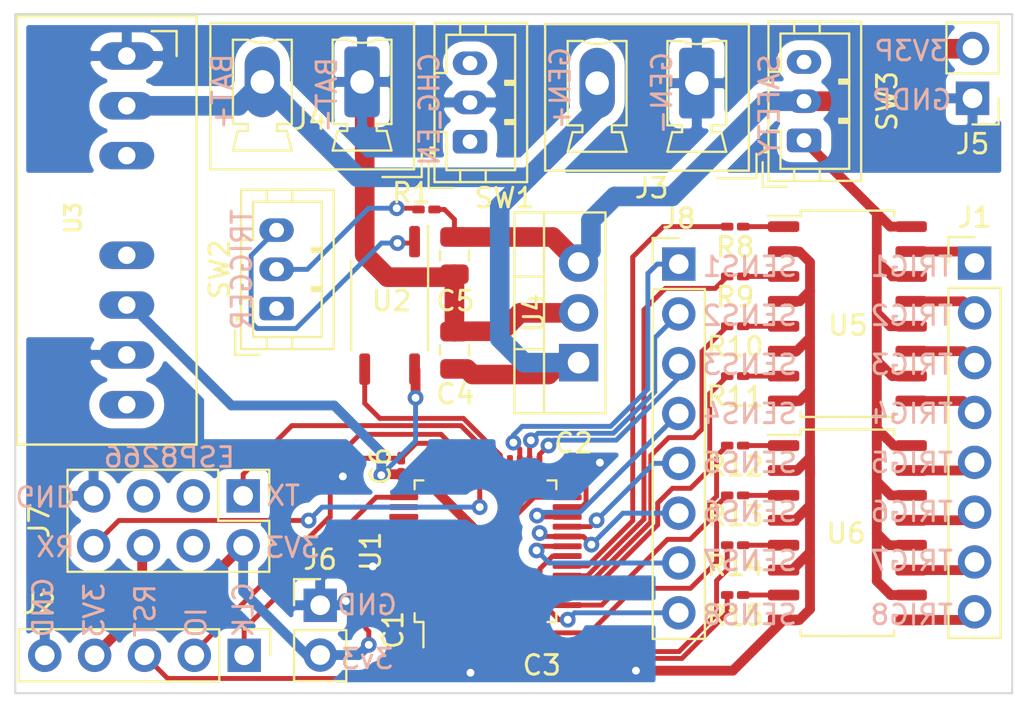
<source format=kicad_pcb>
(kicad_pcb (version 20171130) (host pcbnew 5.1.10-88a1d61d58~88~ubuntu20.04.1)

  (general
    (thickness 1.6)
    (drawings 41)
    (tracks 374)
    (zones 0)
    (modules 32)
    (nets 71)
  )

  (page A4)
  (layers
    (0 F.Cu signal)
    (1 In1.Cu signal hide)
    (2 In2.Cu signal hide)
    (31 B.Cu signal)
    (32 B.Adhes user hide)
    (33 F.Adhes user hide)
    (34 B.Paste user hide)
    (35 F.Paste user hide)
    (36 B.SilkS user)
    (37 F.SilkS user)
    (38 B.Mask user hide)
    (39 F.Mask user hide)
    (40 Dwgs.User user hide)
    (41 Cmts.User user hide)
    (42 Eco1.User user hide)
    (43 Eco2.User user hide)
    (44 Edge.Cuts user)
    (45 Margin user hide)
    (46 B.CrtYd user hide)
    (47 F.CrtYd user hide)
    (48 B.Fab user hide)
    (49 F.Fab user hide)
  )

  (setup
    (last_trace_width 0.5)
    (user_trace_width 0.5)
    (user_trace_width 1)
    (trace_clearance 0.1)
    (zone_clearance 0.508)
    (zone_45_only no)
    (trace_min 0.2)
    (via_size 0.8)
    (via_drill 0.4)
    (via_min_size 0.4)
    (via_min_drill 0.3)
    (uvia_size 0.3)
    (uvia_drill 0.1)
    (uvias_allowed no)
    (uvia_min_size 0.2)
    (uvia_min_drill 0.1)
    (edge_width 0.05)
    (segment_width 0.2)
    (pcb_text_width 0.3)
    (pcb_text_size 1.5 1.5)
    (mod_edge_width 0.12)
    (mod_text_size 1 1)
    (mod_text_width 0.15)
    (pad_size 1.524 1.524)
    (pad_drill 0.762)
    (pad_to_mask_clearance 0)
    (aux_axis_origin 0 0)
    (visible_elements 7FFFFFFF)
    (pcbplotparams
      (layerselection 0x010fc_ffffffff)
      (usegerberextensions false)
      (usegerberattributes true)
      (usegerberadvancedattributes true)
      (creategerberjobfile true)
      (excludeedgelayer true)
      (linewidth 0.100000)
      (plotframeref false)
      (viasonmask false)
      (mode 1)
      (useauxorigin false)
      (hpglpennumber 1)
      (hpglpenspeed 20)
      (hpglpendiameter 15.000000)
      (psnegative false)
      (psa4output false)
      (plotreference true)
      (plotvalue true)
      (plotinvisibletext false)
      (padsonsilk false)
      (subtractmaskfromsilk false)
      (outputformat 1)
      (mirror false)
      (drillshape 1)
      (scaleselection 1)
      (outputdirectory ""))
  )

  (net 0 "")
  (net 1 GND)
  (net 2 +3V3)
  (net 3 GNDPWR)
  (net 4 +3.3VP)
  (net 5 SENS8)
  (net 6 TRIG8_OUT)
  (net 7 SENS7)
  (net 8 TRIG7_OUT)
  (net 9 SENS6)
  (net 10 TRIG6_OUT)
  (net 11 SENS5)
  (net 12 TRIG5_OUT)
  (net 13 SENS4)
  (net 14 TRIG4_OUT)
  (net 15 SENS3)
  (net 16 TRIG3_OUT)
  (net 17 SENS2)
  (net 18 TRIG2_OUT)
  (net 19 SENS1)
  (net 20 TRIG1_OUT)
  (net 21 +BATT)
  (net 22 "Net-(R1-Pad1)")
  (net 23 TRIG1)
  (net 24 "Net-(R8-Pad1)")
  (net 25 TRIG2)
  (net 26 "Net-(R9-Pad1)")
  (net 27 TRIG3)
  (net 28 "Net-(R10-Pad1)")
  (net 29 TRIG4)
  (net 30 "Net-(R11-Pad1)")
  (net 31 TRIG5)
  (net 32 "Net-(R12-Pad1)")
  (net 33 TRIG6)
  (net 34 "Net-(R13-Pad1)")
  (net 35 TRIG7)
  (net 36 "Net-(R14-Pad1)")
  (net 37 TRIG8)
  (net 38 "Net-(R15-Pad1)")
  (net 39 "Net-(U1-Pad46)")
  (net 40 "Net-(U1-Pad45)")
  (net 41 "Net-(U1-Pad43)")
  (net 42 "Net-(U1-Pad42)")
  (net 43 "Net-(U1-Pad41)")
  (net 44 "Net-(U1-Pad40)")
  (net 45 "Net-(U1-Pad39)")
  (net 46 "Net-(U1-Pad38)")
  (net 47 SWCLK)
  (net 48 SWDIO)
  (net 49 TRIGGER)
  (net 50 "Net-(U1-Pad28)")
  (net 51 RST)
  (net 52 "Net-(U1-Pad6)")
  (net 53 "Net-(U1-Pad4)")
  (net 54 "Net-(U1-Pad3)")
  (net 55 "Net-(U1-Pad2)")
  (net 56 "Net-(U3-Pad3)")
  (net 57 "Net-(U1-Pad33)")
  (net 58 "Net-(U1-Pad32)")
  (net 59 "Net-(U1-Pad5)")
  (net 60 TXD)
  (net 61 "Net-(J7-Pad5)")
  (net 62 "Net-(J7-Pad4)")
  (net 63 "Net-(J7-Pad3)")
  (net 64 RXD)
  (net 65 "Net-(SW3-Pad3)")
  (net 66 3.3VPSW)
  (net 67 400V_EN)
  (net 68 "Net-(SW1-Pad3)")
  (net 69 "Net-(SW2-Pad3)")
  (net 70 "Net-(SW2-Pad1)")

  (net_class Default "This is the default net class."
    (clearance 0.1)
    (trace_width 0.25)
    (via_dia 0.8)
    (via_drill 0.4)
    (uvia_dia 0.3)
    (uvia_drill 0.1)
    (add_net +3.3VP)
    (add_net +3V3)
    (add_net +BATT)
    (add_net 3.3VPSW)
    (add_net 400V_EN)
    (add_net GND)
    (add_net "Net-(J7-Pad3)")
    (add_net "Net-(J7-Pad4)")
    (add_net "Net-(J7-Pad5)")
    (add_net "Net-(R1-Pad1)")
    (add_net "Net-(R10-Pad1)")
    (add_net "Net-(R11-Pad1)")
    (add_net "Net-(R12-Pad1)")
    (add_net "Net-(R13-Pad1)")
    (add_net "Net-(R14-Pad1)")
    (add_net "Net-(R15-Pad1)")
    (add_net "Net-(R8-Pad1)")
    (add_net "Net-(R9-Pad1)")
    (add_net "Net-(SW1-Pad3)")
    (add_net "Net-(SW2-Pad1)")
    (add_net "Net-(SW2-Pad3)")
    (add_net "Net-(SW3-Pad3)")
    (add_net "Net-(U1-Pad2)")
    (add_net "Net-(U1-Pad28)")
    (add_net "Net-(U1-Pad3)")
    (add_net "Net-(U1-Pad32)")
    (add_net "Net-(U1-Pad33)")
    (add_net "Net-(U1-Pad38)")
    (add_net "Net-(U1-Pad39)")
    (add_net "Net-(U1-Pad4)")
    (add_net "Net-(U1-Pad40)")
    (add_net "Net-(U1-Pad41)")
    (add_net "Net-(U1-Pad42)")
    (add_net "Net-(U1-Pad43)")
    (add_net "Net-(U1-Pad45)")
    (add_net "Net-(U1-Pad46)")
    (add_net "Net-(U1-Pad5)")
    (add_net "Net-(U1-Pad6)")
    (add_net "Net-(U3-Pad3)")
    (add_net RST)
    (add_net RXD)
    (add_net SENS1)
    (add_net SENS2)
    (add_net SENS3)
    (add_net SENS4)
    (add_net SENS5)
    (add_net SENS6)
    (add_net SENS7)
    (add_net SENS8)
    (add_net SWCLK)
    (add_net SWDIO)
    (add_net TRIG1)
    (add_net TRIG1_OUT)
    (add_net TRIG2)
    (add_net TRIG2_OUT)
    (add_net TRIG3)
    (add_net TRIG3_OUT)
    (add_net TRIG4)
    (add_net TRIG4_OUT)
    (add_net TRIG5)
    (add_net TRIG5_OUT)
    (add_net TRIG6)
    (add_net TRIG6_OUT)
    (add_net TRIG7)
    (add_net TRIG7_OUT)
    (add_net TRIG8)
    (add_net TRIG8_OUT)
    (add_net TRIGGER)
    (add_net TXD)
  )

  (net_class PWR ""
    (clearance 0.5)
    (trace_width 0.25)
    (via_dia 0.8)
    (via_drill 0.4)
    (uvia_dia 0.3)
    (uvia_drill 0.1)
    (add_net GNDPWR)
  )

  (module Connector_JST:JST_PH_B3B-PH-K_1x03_P2.00mm_Vertical (layer F.Cu) (tedit 5B7745C2) (tstamp 60B75A2F)
    (at 116.8908 92.1385 90)
    (descr "JST PH series connector, B3B-PH-K (http://www.jst-mfg.com/product/pdf/eng/ePH.pdf), generated with kicad-footprint-generator")
    (tags "connector JST PH side entry")
    (path /60B755DF)
    (fp_text reference SW2 (at 2 -2.9 90) (layer F.SilkS)
      (effects (font (size 1 1) (thickness 0.15)))
    )
    (fp_text value SW_TRIGGER_FIRE (at 2 4 90) (layer F.Fab)
      (effects (font (size 1 1) (thickness 0.15)))
    )
    (fp_line (start 6.45 -2.2) (end -2.45 -2.2) (layer F.CrtYd) (width 0.05))
    (fp_line (start 6.45 3.3) (end 6.45 -2.2) (layer F.CrtYd) (width 0.05))
    (fp_line (start -2.45 3.3) (end 6.45 3.3) (layer F.CrtYd) (width 0.05))
    (fp_line (start -2.45 -2.2) (end -2.45 3.3) (layer F.CrtYd) (width 0.05))
    (fp_line (start 5.95 -1.7) (end -1.95 -1.7) (layer F.Fab) (width 0.1))
    (fp_line (start 5.95 2.8) (end 5.95 -1.7) (layer F.Fab) (width 0.1))
    (fp_line (start -1.95 2.8) (end 5.95 2.8) (layer F.Fab) (width 0.1))
    (fp_line (start -1.95 -1.7) (end -1.95 2.8) (layer F.Fab) (width 0.1))
    (fp_line (start -2.36 -2.11) (end -2.36 -0.86) (layer F.Fab) (width 0.1))
    (fp_line (start -1.11 -2.11) (end -2.36 -2.11) (layer F.Fab) (width 0.1))
    (fp_line (start -2.36 -2.11) (end -2.36 -0.86) (layer F.SilkS) (width 0.12))
    (fp_line (start -1.11 -2.11) (end -2.36 -2.11) (layer F.SilkS) (width 0.12))
    (fp_line (start 3 2.3) (end 3 1.8) (layer F.SilkS) (width 0.12))
    (fp_line (start 3.1 1.8) (end 3.1 2.3) (layer F.SilkS) (width 0.12))
    (fp_line (start 2.9 1.8) (end 3.1 1.8) (layer F.SilkS) (width 0.12))
    (fp_line (start 2.9 2.3) (end 2.9 1.8) (layer F.SilkS) (width 0.12))
    (fp_line (start 1 2.3) (end 1 1.8) (layer F.SilkS) (width 0.12))
    (fp_line (start 1.1 1.8) (end 1.1 2.3) (layer F.SilkS) (width 0.12))
    (fp_line (start 0.9 1.8) (end 1.1 1.8) (layer F.SilkS) (width 0.12))
    (fp_line (start 0.9 2.3) (end 0.9 1.8) (layer F.SilkS) (width 0.12))
    (fp_line (start 6.06 0.8) (end 5.45 0.8) (layer F.SilkS) (width 0.12))
    (fp_line (start 6.06 -0.5) (end 5.45 -0.5) (layer F.SilkS) (width 0.12))
    (fp_line (start -2.06 0.8) (end -1.45 0.8) (layer F.SilkS) (width 0.12))
    (fp_line (start -2.06 -0.5) (end -1.45 -0.5) (layer F.SilkS) (width 0.12))
    (fp_line (start 3.5 -1.2) (end 3.5 -1.81) (layer F.SilkS) (width 0.12))
    (fp_line (start 5.45 -1.2) (end 3.5 -1.2) (layer F.SilkS) (width 0.12))
    (fp_line (start 5.45 2.3) (end 5.45 -1.2) (layer F.SilkS) (width 0.12))
    (fp_line (start -1.45 2.3) (end 5.45 2.3) (layer F.SilkS) (width 0.12))
    (fp_line (start -1.45 -1.2) (end -1.45 2.3) (layer F.SilkS) (width 0.12))
    (fp_line (start 0.5 -1.2) (end -1.45 -1.2) (layer F.SilkS) (width 0.12))
    (fp_line (start 0.5 -1.81) (end 0.5 -1.2) (layer F.SilkS) (width 0.12))
    (fp_line (start -0.3 -1.91) (end -0.6 -1.91) (layer F.SilkS) (width 0.12))
    (fp_line (start -0.6 -2.01) (end -0.6 -1.81) (layer F.SilkS) (width 0.12))
    (fp_line (start -0.3 -2.01) (end -0.6 -2.01) (layer F.SilkS) (width 0.12))
    (fp_line (start -0.3 -1.81) (end -0.3 -2.01) (layer F.SilkS) (width 0.12))
    (fp_line (start 6.06 -1.81) (end -2.06 -1.81) (layer F.SilkS) (width 0.12))
    (fp_line (start 6.06 2.91) (end 6.06 -1.81) (layer F.SilkS) (width 0.12))
    (fp_line (start -2.06 2.91) (end 6.06 2.91) (layer F.SilkS) (width 0.12))
    (fp_line (start -2.06 -1.81) (end -2.06 2.91) (layer F.SilkS) (width 0.12))
    (fp_text user %R (at 2 1.5 90) (layer F.Fab)
      (effects (font (size 1 1) (thickness 0.15)))
    )
    (pad 3 thru_hole oval (at 4 0 90) (size 1.2 1.75) (drill 0.75) (layers *.Cu *.Mask)
      (net 69 "Net-(SW2-Pad3)"))
    (pad 2 thru_hole oval (at 2 0 90) (size 1.2 1.75) (drill 0.75) (layers *.Cu *.Mask)
      (net 22 "Net-(R1-Pad1)"))
    (pad 1 thru_hole roundrect (at 0 0 90) (size 1.2 1.75) (drill 0.75) (layers *.Cu *.Mask) (roundrect_rratio 0.208333)
      (net 70 "Net-(SW2-Pad1)"))
    (model ${KISYS3DMOD}/Connector_JST.3dshapes/JST_PH_B3B-PH-K_1x03_P2.00mm_Vertical.wrl
      (at (xyz 0 0 0))
      (scale (xyz 1 1 1))
      (rotate (xyz 0 0 0))
    )
  )

  (module Connector_PinHeader_2.54mm:PinHeader_1x02_P2.54mm_Vertical (layer F.Cu) (tedit 59FED5CC) (tstamp 60AFC064)
    (at 119.1133 107.2642)
    (descr "Through hole straight pin header, 1x02, 2.54mm pitch, single row")
    (tags "Through hole pin header THT 1x02 2.54mm single row")
    (path /60BCC328)
    (fp_text reference J6 (at 0 -2.33) (layer F.SilkS)
      (effects (font (size 1 1) (thickness 0.15)))
    )
    (fp_text value 3V3 (at 0 4.87) (layer F.Fab)
      (effects (font (size 1 1) (thickness 0.15)))
    )
    (fp_line (start -0.635 -1.27) (end 1.27 -1.27) (layer F.Fab) (width 0.1))
    (fp_line (start 1.27 -1.27) (end 1.27 3.81) (layer F.Fab) (width 0.1))
    (fp_line (start 1.27 3.81) (end -1.27 3.81) (layer F.Fab) (width 0.1))
    (fp_line (start -1.27 3.81) (end -1.27 -0.635) (layer F.Fab) (width 0.1))
    (fp_line (start -1.27 -0.635) (end -0.635 -1.27) (layer F.Fab) (width 0.1))
    (fp_line (start -1.33 3.87) (end 1.33 3.87) (layer F.SilkS) (width 0.12))
    (fp_line (start -1.33 1.27) (end -1.33 3.87) (layer F.SilkS) (width 0.12))
    (fp_line (start 1.33 1.27) (end 1.33 3.87) (layer F.SilkS) (width 0.12))
    (fp_line (start -1.33 1.27) (end 1.33 1.27) (layer F.SilkS) (width 0.12))
    (fp_line (start -1.33 0) (end -1.33 -1.33) (layer F.SilkS) (width 0.12))
    (fp_line (start -1.33 -1.33) (end 0 -1.33) (layer F.SilkS) (width 0.12))
    (fp_line (start -1.8 -1.8) (end -1.8 4.35) (layer F.CrtYd) (width 0.05))
    (fp_line (start -1.8 4.35) (end 1.8 4.35) (layer F.CrtYd) (width 0.05))
    (fp_line (start 1.8 4.35) (end 1.8 -1.8) (layer F.CrtYd) (width 0.05))
    (fp_line (start 1.8 -1.8) (end -1.8 -1.8) (layer F.CrtYd) (width 0.05))
    (fp_text user %R (at 0 1.27 90) (layer F.Fab)
      (effects (font (size 1 1) (thickness 0.15)))
    )
    (pad 2 thru_hole oval (at 0 2.54) (size 1.7 1.7) (drill 1) (layers *.Cu *.Mask)
      (net 2 +3V3))
    (pad 1 thru_hole rect (at 0 0) (size 1.7 1.7) (drill 1) (layers *.Cu *.Mask)
      (net 1 GND))
    (model ${KISYS3DMOD}/Connector_PinHeader_2.54mm.3dshapes/PinHeader_1x02_P2.54mm_Vertical.wrl
      (at (xyz 0 0 0))
      (scale (xyz 1 1 1))
      (rotate (xyz 0 0 0))
    )
  )

  (module Connector_PinHeader_2.54mm:PinHeader_1x02_P2.54mm_Vertical (layer F.Cu) (tedit 59FED5CC) (tstamp 60B0E8E5)
    (at 152.3492 81.4197 180)
    (descr "Through hole straight pin header, 1x02, 2.54mm pitch, single row")
    (tags "Through hole pin header THT 1x02 2.54mm single row")
    (path /60BD13D0)
    (fp_text reference J5 (at 0 -2.33) (layer F.SilkS)
      (effects (font (size 1 1) (thickness 0.15)))
    )
    (fp_text value 3V3PWR (at 0 4.87) (layer F.Fab)
      (effects (font (size 1 1) (thickness 0.15)))
    )
    (fp_line (start -0.635 -1.27) (end 1.27 -1.27) (layer F.Fab) (width 0.1))
    (fp_line (start 1.27 -1.27) (end 1.27 3.81) (layer F.Fab) (width 0.1))
    (fp_line (start 1.27 3.81) (end -1.27 3.81) (layer F.Fab) (width 0.1))
    (fp_line (start -1.27 3.81) (end -1.27 -0.635) (layer F.Fab) (width 0.1))
    (fp_line (start -1.27 -0.635) (end -0.635 -1.27) (layer F.Fab) (width 0.1))
    (fp_line (start -1.33 3.87) (end 1.33 3.87) (layer F.SilkS) (width 0.12))
    (fp_line (start -1.33 1.27) (end -1.33 3.87) (layer F.SilkS) (width 0.12))
    (fp_line (start 1.33 1.27) (end 1.33 3.87) (layer F.SilkS) (width 0.12))
    (fp_line (start -1.33 1.27) (end 1.33 1.27) (layer F.SilkS) (width 0.12))
    (fp_line (start -1.33 0) (end -1.33 -1.33) (layer F.SilkS) (width 0.12))
    (fp_line (start -1.33 -1.33) (end 0 -1.33) (layer F.SilkS) (width 0.12))
    (fp_line (start -1.8 -1.8) (end -1.8 4.35) (layer F.CrtYd) (width 0.05))
    (fp_line (start -1.8 4.35) (end 1.8 4.35) (layer F.CrtYd) (width 0.05))
    (fp_line (start 1.8 4.35) (end 1.8 -1.8) (layer F.CrtYd) (width 0.05))
    (fp_line (start 1.8 -1.8) (end -1.8 -1.8) (layer F.CrtYd) (width 0.05))
    (fp_text user %R (at 0 1.27 90) (layer F.Fab)
      (effects (font (size 1 1) (thickness 0.15)))
    )
    (pad 2 thru_hole oval (at 0 2.54 180) (size 1.7 1.7) (drill 1) (layers *.Cu *.Mask)
      (net 4 +3.3VP))
    (pad 1 thru_hole rect (at 0 0 180) (size 1.7 1.7) (drill 1) (layers *.Cu *.Mask)
      (net 3 GNDPWR))
    (model ${KISYS3DMOD}/Connector_PinHeader_2.54mm.3dshapes/PinHeader_1x02_P2.54mm_Vertical.wrl
      (at (xyz 0 0 0))
      (scale (xyz 1 1 1))
      (rotate (xyz 0 0 0))
    )
  )

  (module Connector_PinHeader_2.54mm:PinHeader_1x08_P2.54mm_Vertical (layer F.Cu) (tedit 59FED5CC) (tstamp 60B6D7D0)
    (at 137.38352 89.87028)
    (descr "Through hole straight pin header, 1x08, 2.54mm pitch, single row")
    (tags "Through hole pin header THT 1x08 2.54mm single row")
    (path /60D17412)
    (fp_text reference J8 (at 0 -2.33) (layer F.SilkS)
      (effects (font (size 1 1) (thickness 0.15)))
    )
    (fp_text value Conn_01x08 (at 0 20.11) (layer F.Fab)
      (effects (font (size 1 1) (thickness 0.15)))
    )
    (fp_line (start 1.8 -1.8) (end -1.8 -1.8) (layer F.CrtYd) (width 0.05))
    (fp_line (start 1.8 19.55) (end 1.8 -1.8) (layer F.CrtYd) (width 0.05))
    (fp_line (start -1.8 19.55) (end 1.8 19.55) (layer F.CrtYd) (width 0.05))
    (fp_line (start -1.8 -1.8) (end -1.8 19.55) (layer F.CrtYd) (width 0.05))
    (fp_line (start -1.33 -1.33) (end 0 -1.33) (layer F.SilkS) (width 0.12))
    (fp_line (start -1.33 0) (end -1.33 -1.33) (layer F.SilkS) (width 0.12))
    (fp_line (start -1.33 1.27) (end 1.33 1.27) (layer F.SilkS) (width 0.12))
    (fp_line (start 1.33 1.27) (end 1.33 19.11) (layer F.SilkS) (width 0.12))
    (fp_line (start -1.33 1.27) (end -1.33 19.11) (layer F.SilkS) (width 0.12))
    (fp_line (start -1.33 19.11) (end 1.33 19.11) (layer F.SilkS) (width 0.12))
    (fp_line (start -1.27 -0.635) (end -0.635 -1.27) (layer F.Fab) (width 0.1))
    (fp_line (start -1.27 19.05) (end -1.27 -0.635) (layer F.Fab) (width 0.1))
    (fp_line (start 1.27 19.05) (end -1.27 19.05) (layer F.Fab) (width 0.1))
    (fp_line (start 1.27 -1.27) (end 1.27 19.05) (layer F.Fab) (width 0.1))
    (fp_line (start -0.635 -1.27) (end 1.27 -1.27) (layer F.Fab) (width 0.1))
    (fp_text user %R (at 0 8.89 90) (layer F.Fab)
      (effects (font (size 1 1) (thickness 0.15)))
    )
    (pad 8 thru_hole oval (at 0 17.78) (size 1.7 1.7) (drill 1) (layers *.Cu *.Mask)
      (net 5 SENS8))
    (pad 7 thru_hole oval (at 0 15.24) (size 1.7 1.7) (drill 1) (layers *.Cu *.Mask)
      (net 7 SENS7))
    (pad 6 thru_hole oval (at 0 12.7) (size 1.7 1.7) (drill 1) (layers *.Cu *.Mask)
      (net 9 SENS6))
    (pad 5 thru_hole oval (at 0 10.16) (size 1.7 1.7) (drill 1) (layers *.Cu *.Mask)
      (net 11 SENS5))
    (pad 4 thru_hole oval (at 0 7.62) (size 1.7 1.7) (drill 1) (layers *.Cu *.Mask)
      (net 13 SENS4))
    (pad 3 thru_hole oval (at 0 5.08) (size 1.7 1.7) (drill 1) (layers *.Cu *.Mask)
      (net 15 SENS3))
    (pad 2 thru_hole oval (at 0 2.54) (size 1.7 1.7) (drill 1) (layers *.Cu *.Mask)
      (net 17 SENS2))
    (pad 1 thru_hole rect (at 0 0) (size 1.7 1.7) (drill 1) (layers *.Cu *.Mask)
      (net 19 SENS1))
    (model ${KISYS3DMOD}/Connector_PinHeader_2.54mm.3dshapes/PinHeader_1x08_P2.54mm_Vertical.wrl
      (at (xyz 0 0 0))
      (scale (xyz 1 1 1))
      (rotate (xyz 0 0 0))
    )
  )

  (module Connector_PinHeader_2.54mm:PinHeader_1x08_P2.54mm_Vertical (layer F.Cu) (tedit 59FED5CC) (tstamp 60B6D5AE)
    (at 152.45334 89.81694)
    (descr "Through hole straight pin header, 1x08, 2.54mm pitch, single row")
    (tags "Through hole pin header THT 1x08 2.54mm single row")
    (path /60D1612C)
    (fp_text reference J1 (at 0 -2.33) (layer F.SilkS)
      (effects (font (size 1 1) (thickness 0.15)))
    )
    (fp_text value Conn_01x08 (at 0 20.11) (layer F.Fab)
      (effects (font (size 1 1) (thickness 0.15)))
    )
    (fp_line (start 1.8 -1.8) (end -1.8 -1.8) (layer F.CrtYd) (width 0.05))
    (fp_line (start 1.8 19.55) (end 1.8 -1.8) (layer F.CrtYd) (width 0.05))
    (fp_line (start -1.8 19.55) (end 1.8 19.55) (layer F.CrtYd) (width 0.05))
    (fp_line (start -1.8 -1.8) (end -1.8 19.55) (layer F.CrtYd) (width 0.05))
    (fp_line (start -1.33 -1.33) (end 0 -1.33) (layer F.SilkS) (width 0.12))
    (fp_line (start -1.33 0) (end -1.33 -1.33) (layer F.SilkS) (width 0.12))
    (fp_line (start -1.33 1.27) (end 1.33 1.27) (layer F.SilkS) (width 0.12))
    (fp_line (start 1.33 1.27) (end 1.33 19.11) (layer F.SilkS) (width 0.12))
    (fp_line (start -1.33 1.27) (end -1.33 19.11) (layer F.SilkS) (width 0.12))
    (fp_line (start -1.33 19.11) (end 1.33 19.11) (layer F.SilkS) (width 0.12))
    (fp_line (start -1.27 -0.635) (end -0.635 -1.27) (layer F.Fab) (width 0.1))
    (fp_line (start -1.27 19.05) (end -1.27 -0.635) (layer F.Fab) (width 0.1))
    (fp_line (start 1.27 19.05) (end -1.27 19.05) (layer F.Fab) (width 0.1))
    (fp_line (start 1.27 -1.27) (end 1.27 19.05) (layer F.Fab) (width 0.1))
    (fp_line (start -0.635 -1.27) (end 1.27 -1.27) (layer F.Fab) (width 0.1))
    (fp_text user %R (at 0 8.89 90) (layer F.Fab)
      (effects (font (size 1 1) (thickness 0.15)))
    )
    (pad 8 thru_hole oval (at 0 17.78) (size 1.7 1.7) (drill 1) (layers *.Cu *.Mask)
      (net 6 TRIG8_OUT))
    (pad 7 thru_hole oval (at 0 15.24) (size 1.7 1.7) (drill 1) (layers *.Cu *.Mask)
      (net 8 TRIG7_OUT))
    (pad 6 thru_hole oval (at 0 12.7) (size 1.7 1.7) (drill 1) (layers *.Cu *.Mask)
      (net 10 TRIG6_OUT))
    (pad 5 thru_hole oval (at 0 10.16) (size 1.7 1.7) (drill 1) (layers *.Cu *.Mask)
      (net 12 TRIG5_OUT))
    (pad 4 thru_hole oval (at 0 7.62) (size 1.7 1.7) (drill 1) (layers *.Cu *.Mask)
      (net 14 TRIG4_OUT))
    (pad 3 thru_hole oval (at 0 5.08) (size 1.7 1.7) (drill 1) (layers *.Cu *.Mask)
      (net 16 TRIG3_OUT))
    (pad 2 thru_hole oval (at 0 2.54) (size 1.7 1.7) (drill 1) (layers *.Cu *.Mask)
      (net 18 TRIG2_OUT))
    (pad 1 thru_hole rect (at 0 0) (size 1.7 1.7) (drill 1) (layers *.Cu *.Mask)
      (net 20 TRIG1_OUT))
    (model ${KISYS3DMOD}/Connector_PinHeader_2.54mm.3dshapes/PinHeader_1x08_P2.54mm_Vertical.wrl
      (at (xyz 0 0 0))
      (scale (xyz 1 1 1))
      (rotate (xyz 0 0 0))
    )
  )

  (module Connector_PinHeader_2.54mm:PinHeader_2x04_P2.54mm_Vertical (layer F.Cu) (tedit 59FED5CC) (tstamp 60B5EBDD)
    (at 115.189 101.6889 270)
    (descr "Through hole straight pin header, 2x04, 2.54mm pitch, double rows")
    (tags "Through hole pin header THT 2x04 2.54mm double row")
    (path /60B99AE8)
    (fp_text reference J7 (at 1.3081 10.3886 90) (layer F.SilkS)
      (effects (font (size 1 1) (thickness 0.15)))
    )
    (fp_text value Conn_02x04_Odd_Even (at 1.27 9.95 90) (layer F.Fab)
      (effects (font (size 1 1) (thickness 0.15)))
    )
    (fp_line (start 4.35 -1.8) (end -1.8 -1.8) (layer F.CrtYd) (width 0.05))
    (fp_line (start 4.35 9.4) (end 4.35 -1.8) (layer F.CrtYd) (width 0.05))
    (fp_line (start -1.8 9.4) (end 4.35 9.4) (layer F.CrtYd) (width 0.05))
    (fp_line (start -1.8 -1.8) (end -1.8 9.4) (layer F.CrtYd) (width 0.05))
    (fp_line (start -1.33 -1.33) (end 0 -1.33) (layer F.SilkS) (width 0.12))
    (fp_line (start -1.33 0) (end -1.33 -1.33) (layer F.SilkS) (width 0.12))
    (fp_line (start 1.27 -1.33) (end 3.87 -1.33) (layer F.SilkS) (width 0.12))
    (fp_line (start 1.27 1.27) (end 1.27 -1.33) (layer F.SilkS) (width 0.12))
    (fp_line (start -1.33 1.27) (end 1.27 1.27) (layer F.SilkS) (width 0.12))
    (fp_line (start 3.87 -1.33) (end 3.87 8.95) (layer F.SilkS) (width 0.12))
    (fp_line (start -1.33 1.27) (end -1.33 8.95) (layer F.SilkS) (width 0.12))
    (fp_line (start -1.33 8.95) (end 3.87 8.95) (layer F.SilkS) (width 0.12))
    (fp_line (start -1.27 0) (end 0 -1.27) (layer F.Fab) (width 0.1))
    (fp_line (start -1.27 8.89) (end -1.27 0) (layer F.Fab) (width 0.1))
    (fp_line (start 3.81 8.89) (end -1.27 8.89) (layer F.Fab) (width 0.1))
    (fp_line (start 3.81 -1.27) (end 3.81 8.89) (layer F.Fab) (width 0.1))
    (fp_line (start 0 -1.27) (end 3.81 -1.27) (layer F.Fab) (width 0.1))
    (fp_text user %R (at 1.27 3.81) (layer F.Fab)
      (effects (font (size 1 1) (thickness 0.15)))
    )
    (pad 8 thru_hole oval (at 2.54 7.62 270) (size 1.7 1.7) (drill 1) (layers *.Cu *.Mask)
      (net 64 RXD))
    (pad 7 thru_hole oval (at 0 7.62 270) (size 1.7 1.7) (drill 1) (layers *.Cu *.Mask)
      (net 1 GND))
    (pad 6 thru_hole oval (at 2.54 5.08 270) (size 1.7 1.7) (drill 1) (layers *.Cu *.Mask)
      (net 2 +3V3))
    (pad 5 thru_hole oval (at 0 5.08 270) (size 1.7 1.7) (drill 1) (layers *.Cu *.Mask)
      (net 61 "Net-(J7-Pad5)"))
    (pad 4 thru_hole oval (at 2.54 2.54 270) (size 1.7 1.7) (drill 1) (layers *.Cu *.Mask)
      (net 62 "Net-(J7-Pad4)"))
    (pad 3 thru_hole oval (at 0 2.54 270) (size 1.7 1.7) (drill 1) (layers *.Cu *.Mask)
      (net 63 "Net-(J7-Pad3)"))
    (pad 2 thru_hole oval (at 2.54 0 270) (size 1.7 1.7) (drill 1) (layers *.Cu *.Mask)
      (net 2 +3V3))
    (pad 1 thru_hole rect (at 0 0 270) (size 1.7 1.7) (drill 1) (layers *.Cu *.Mask)
      (net 60 TXD))
    (model ${KISYS3DMOD}/Connector_PinHeader_2.54mm.3dshapes/PinHeader_2x04_P2.54mm_Vertical.wrl
      (at (xyz 0 0 0))
      (scale (xyz 1 1 1))
      (rotate (xyz 0 0 0))
    )
  )

  (module span02:SPAN02 (layer F.Cu) (tedit 60A91F66) (tstamp 60B5A3E5)
    (at 109.2581 88.1507 270)
    (path /60BB3775)
    (fp_text reference U3 (at -0.635 2.7305 90) (layer F.SilkS)
      (effects (font (size 0.8 0.8) (thickness 0.15)))
    )
    (fp_text value SPAN02A-03 (at 0 0 90) (layer F.Fab)
      (effects (font (size 0.787402 0.787402) (thickness 0.015)))
    )
    (fp_line (start -10.16 -2.54) (end -8.89 -2.54) (layer F.SilkS) (width 0.127))
    (fp_line (start -10.16 -1.27) (end -10.16 -2.54) (layer F.SilkS) (width 0.127))
    (fp_line (start -10.922 -3.556) (end -10.922 5.588) (layer F.SilkS) (width 0.127))
    (fp_line (start 10.922 -3.556) (end -10.922 -3.556) (layer F.SilkS) (width 0.127))
    (fp_line (start 10.922 5.588) (end 10.922 -3.556) (layer F.SilkS) (width 0.127))
    (fp_line (start -10.922 5.588) (end 10.922 5.588) (layer F.SilkS) (width 0.127))
    (pad 8 thru_hole oval (at 8.89 0 270) (size 1.397 2.794) (drill 0.889) (layers *.Cu *.Mask))
    (pad 7 thru_hole oval (at 6.35 0 270) (size 1.397 2.794) (drill 0.889) (layers *.Cu *.Mask)
      (net 1 GND))
    (pad 6 thru_hole oval (at 3.81 0 270) (size 1.397 2.794) (drill 0.889) (layers *.Cu *.Mask)
      (net 2 +3V3))
    (pad 5 thru_hole oval (at 1.27 0 270) (size 1.397 2.794) (drill 0.889) (layers *.Cu *.Mask))
    (pad 1 thru_hole oval (at -8.89 0 270) (size 1.397 2.794) (drill 0.889) (layers *.Cu *.Mask)
      (net 3 GNDPWR))
    (pad 2 thru_hole oval (at -6.35 0 270) (size 1.397 2.794) (drill 0.889) (layers *.Cu *.Mask)
      (net 21 +BATT))
    (pad 3 thru_hole oval (at -3.81 0 270) (size 1.397 2.794) (drill 0.889) (layers *.Cu *.Mask)
      (net 56 "Net-(U3-Pad3)"))
  )

  (module Capacitor_SMD:C_0201_0603Metric_Pad0.64x0.40mm_HandSolder (layer F.Cu) (tedit 5F6BB9E0) (tstamp 60B5FFA7)
    (at 123.2408 100.1765 90)
    (descr "Capacitor SMD 0201 (0603 Metric), square (rectangular) end terminal, IPC_7351 nominal with elongated pad for handsoldering. (Body size source: https://www.vishay.com/docs/20052/crcw0201e3.pdf), generated with kicad-footprint-generator")
    (tags "capacitor handsolder")
    (path /60CA8E16)
    (attr smd)
    (fp_text reference C6 (at 0 -1.05 90) (layer F.SilkS)
      (effects (font (size 1 1) (thickness 0.15)))
    )
    (fp_text value 100n (at 0 1.05 90) (layer F.Fab)
      (effects (font (size 1 1) (thickness 0.15)))
    )
    (fp_line (start -0.3 0.15) (end -0.3 -0.15) (layer F.Fab) (width 0.1))
    (fp_line (start -0.3 -0.15) (end 0.3 -0.15) (layer F.Fab) (width 0.1))
    (fp_line (start 0.3 -0.15) (end 0.3 0.15) (layer F.Fab) (width 0.1))
    (fp_line (start 0.3 0.15) (end -0.3 0.15) (layer F.Fab) (width 0.1))
    (fp_line (start -0.88 0.35) (end -0.88 -0.35) (layer F.CrtYd) (width 0.05))
    (fp_line (start -0.88 -0.35) (end 0.88 -0.35) (layer F.CrtYd) (width 0.05))
    (fp_line (start 0.88 -0.35) (end 0.88 0.35) (layer F.CrtYd) (width 0.05))
    (fp_line (start 0.88 0.35) (end -0.88 0.35) (layer F.CrtYd) (width 0.05))
    (fp_text user %R (at 0 -0.68 90) (layer F.Fab)
      (effects (font (size 0.25 0.25) (thickness 0.04)))
    )
    (pad 2 smd roundrect (at 0.4075 0 90) (size 0.635 0.4) (layers F.Cu F.Mask) (roundrect_rratio 0.25)
      (net 1 GND))
    (pad 1 smd roundrect (at -0.4075 0 90) (size 0.635 0.4) (layers F.Cu F.Mask) (roundrect_rratio 0.25)
      (net 2 +3V3))
    (pad "" smd roundrect (at 0.4325 0 90) (size 0.458 0.36) (layers F.Paste) (roundrect_rratio 0.25))
    (pad "" smd roundrect (at -0.4325 0 90) (size 0.458 0.36) (layers F.Paste) (roundrect_rratio 0.25))
    (model ${KISYS3DMOD}/Capacitor_SMD.3dshapes/C_0201_0603Metric.wrl
      (at (xyz 0 0 0))
      (scale (xyz 1 1 1))
      (rotate (xyz 0 0 0))
    )
  )

  (module Capacitor_SMD:C_0201_0603Metric_Pad0.64x0.40mm_HandSolder (layer F.Cu) (tedit 5F6BB9E0) (tstamp 60B5A08B)
    (at 128.3705 110.109 180)
    (descr "Capacitor SMD 0201 (0603 Metric), square (rectangular) end terminal, IPC_7351 nominal with elongated pad for handsoldering. (Body size source: https://www.vishay.com/docs/20052/crcw0201e3.pdf), generated with kicad-footprint-generator")
    (tags "capacitor handsolder")
    (path /60AECFF0)
    (attr smd)
    (fp_text reference C3 (at -2.0331 -0.2159) (layer F.SilkS)
      (effects (font (size 1 1) (thickness 0.15)))
    )
    (fp_text value 100n (at 0 1.05) (layer F.Fab)
      (effects (font (size 1 1) (thickness 0.15)))
    )
    (fp_line (start 0.88 0.35) (end -0.88 0.35) (layer F.CrtYd) (width 0.05))
    (fp_line (start 0.88 -0.35) (end 0.88 0.35) (layer F.CrtYd) (width 0.05))
    (fp_line (start -0.88 -0.35) (end 0.88 -0.35) (layer F.CrtYd) (width 0.05))
    (fp_line (start -0.88 0.35) (end -0.88 -0.35) (layer F.CrtYd) (width 0.05))
    (fp_line (start 0.3 0.15) (end -0.3 0.15) (layer F.Fab) (width 0.1))
    (fp_line (start 0.3 -0.15) (end 0.3 0.15) (layer F.Fab) (width 0.1))
    (fp_line (start -0.3 -0.15) (end 0.3 -0.15) (layer F.Fab) (width 0.1))
    (fp_line (start -0.3 0.15) (end -0.3 -0.15) (layer F.Fab) (width 0.1))
    (fp_text user %R (at 0 -0.68) (layer F.Fab)
      (effects (font (size 0.25 0.25) (thickness 0.04)))
    )
    (pad 2 smd roundrect (at 0.4075 0 180) (size 0.635 0.4) (layers F.Cu F.Mask) (roundrect_rratio 0.25)
      (net 1 GND))
    (pad 1 smd roundrect (at -0.4075 0 180) (size 0.635 0.4) (layers F.Cu F.Mask) (roundrect_rratio 0.25)
      (net 2 +3V3))
    (pad "" smd roundrect (at 0.4325 0 180) (size 0.458 0.36) (layers F.Paste) (roundrect_rratio 0.25))
    (pad "" smd roundrect (at -0.4325 0 180) (size 0.458 0.36) (layers F.Paste) (roundrect_rratio 0.25))
    (model ${KISYS3DMOD}/Capacitor_SMD.3dshapes/C_0201_0603Metric.wrl
      (at (xyz 0 0 0))
      (scale (xyz 1 1 1))
      (rotate (xyz 0 0 0))
    )
  )

  (module Capacitor_SMD:C_0201_0603Metric_Pad0.64x0.40mm_HandSolder (layer F.Cu) (tedit 5F6BB9E0) (tstamp 60B59EB1)
    (at 132.0303 100.0506)
    (descr "Capacitor SMD 0201 (0603 Metric), square (rectangular) end terminal, IPC_7351 nominal with elongated pad for handsoldering. (Body size source: https://www.vishay.com/docs/20052/crcw0201e3.pdf), generated with kicad-footprint-generator")
    (tags "capacitor handsolder")
    (path /60AECB01)
    (attr smd)
    (fp_text reference C2 (at 0 -1.05) (layer F.SilkS)
      (effects (font (size 1 1) (thickness 0.15)))
    )
    (fp_text value 100n (at 0 1.05) (layer F.Fab)
      (effects (font (size 1 1) (thickness 0.15)))
    )
    (fp_line (start -0.3 0.15) (end -0.3 -0.15) (layer F.Fab) (width 0.1))
    (fp_line (start -0.3 -0.15) (end 0.3 -0.15) (layer F.Fab) (width 0.1))
    (fp_line (start 0.3 -0.15) (end 0.3 0.15) (layer F.Fab) (width 0.1))
    (fp_line (start 0.3 0.15) (end -0.3 0.15) (layer F.Fab) (width 0.1))
    (fp_line (start -0.88 0.35) (end -0.88 -0.35) (layer F.CrtYd) (width 0.05))
    (fp_line (start -0.88 -0.35) (end 0.88 -0.35) (layer F.CrtYd) (width 0.05))
    (fp_line (start 0.88 -0.35) (end 0.88 0.35) (layer F.CrtYd) (width 0.05))
    (fp_line (start 0.88 0.35) (end -0.88 0.35) (layer F.CrtYd) (width 0.05))
    (fp_text user %R (at 0 -0.68) (layer F.Fab)
      (effects (font (size 0.25 0.25) (thickness 0.04)))
    )
    (pad 2 smd roundrect (at 0.4075 0) (size 0.635 0.4) (layers F.Cu F.Mask) (roundrect_rratio 0.25)
      (net 1 GND))
    (pad 1 smd roundrect (at -0.4075 0) (size 0.635 0.4) (layers F.Cu F.Mask) (roundrect_rratio 0.25)
      (net 2 +3V3))
    (pad "" smd roundrect (at 0.4325 0) (size 0.458 0.36) (layers F.Paste) (roundrect_rratio 0.25))
    (pad "" smd roundrect (at -0.4325 0) (size 0.458 0.36) (layers F.Paste) (roundrect_rratio 0.25))
    (model ${KISYS3DMOD}/Capacitor_SMD.3dshapes/C_0201_0603Metric.wrl
      (at (xyz 0 0 0))
      (scale (xyz 1 1 1))
      (rotate (xyz 0 0 0))
    )
  )

  (module Connector_JST:JST_PH_B3B-PH-K_1x03_P2.00mm_Vertical (layer F.Cu) (tedit 5B7745C2) (tstamp 60B79719)
    (at 126.746 83.6295 90)
    (descr "JST PH series connector, B3B-PH-K (http://www.jst-mfg.com/product/pdf/eng/ePH.pdf), generated with kicad-footprint-generator")
    (tags "connector JST PH side entry")
    (path /60A9A5E9)
    (fp_text reference SW1 (at -2.8705 1.754 180) (layer F.SilkS)
      (effects (font (size 1 1) (thickness 0.15)))
    )
    (fp_text value SW_TRIGGER_CHARGE (at 2 4 90) (layer F.Fab)
      (effects (font (size 1 1) (thickness 0.15)))
    )
    (fp_line (start 6.45 -2.2) (end -2.45 -2.2) (layer F.CrtYd) (width 0.05))
    (fp_line (start 6.45 3.3) (end 6.45 -2.2) (layer F.CrtYd) (width 0.05))
    (fp_line (start -2.45 3.3) (end 6.45 3.3) (layer F.CrtYd) (width 0.05))
    (fp_line (start -2.45 -2.2) (end -2.45 3.3) (layer F.CrtYd) (width 0.05))
    (fp_line (start 5.95 -1.7) (end -1.95 -1.7) (layer F.Fab) (width 0.1))
    (fp_line (start 5.95 2.8) (end 5.95 -1.7) (layer F.Fab) (width 0.1))
    (fp_line (start -1.95 2.8) (end 5.95 2.8) (layer F.Fab) (width 0.1))
    (fp_line (start -1.95 -1.7) (end -1.95 2.8) (layer F.Fab) (width 0.1))
    (fp_line (start -2.36 -2.11) (end -2.36 -0.86) (layer F.Fab) (width 0.1))
    (fp_line (start -1.11 -2.11) (end -2.36 -2.11) (layer F.Fab) (width 0.1))
    (fp_line (start -2.36 -2.11) (end -2.36 -0.86) (layer F.SilkS) (width 0.12))
    (fp_line (start -1.11 -2.11) (end -2.36 -2.11) (layer F.SilkS) (width 0.12))
    (fp_line (start 3 2.3) (end 3 1.8) (layer F.SilkS) (width 0.12))
    (fp_line (start 3.1 1.8) (end 3.1 2.3) (layer F.SilkS) (width 0.12))
    (fp_line (start 2.9 1.8) (end 3.1 1.8) (layer F.SilkS) (width 0.12))
    (fp_line (start 2.9 2.3) (end 2.9 1.8) (layer F.SilkS) (width 0.12))
    (fp_line (start 1 2.3) (end 1 1.8) (layer F.SilkS) (width 0.12))
    (fp_line (start 1.1 1.8) (end 1.1 2.3) (layer F.SilkS) (width 0.12))
    (fp_line (start 0.9 1.8) (end 1.1 1.8) (layer F.SilkS) (width 0.12))
    (fp_line (start 0.9 2.3) (end 0.9 1.8) (layer F.SilkS) (width 0.12))
    (fp_line (start 6.06 0.8) (end 5.45 0.8) (layer F.SilkS) (width 0.12))
    (fp_line (start 6.06 -0.5) (end 5.45 -0.5) (layer F.SilkS) (width 0.12))
    (fp_line (start -2.06 0.8) (end -1.45 0.8) (layer F.SilkS) (width 0.12))
    (fp_line (start -2.06 -0.5) (end -1.45 -0.5) (layer F.SilkS) (width 0.12))
    (fp_line (start 3.5 -1.2) (end 3.5 -1.81) (layer F.SilkS) (width 0.12))
    (fp_line (start 5.45 -1.2) (end 3.5 -1.2) (layer F.SilkS) (width 0.12))
    (fp_line (start 5.45 2.3) (end 5.45 -1.2) (layer F.SilkS) (width 0.12))
    (fp_line (start -1.45 2.3) (end 5.45 2.3) (layer F.SilkS) (width 0.12))
    (fp_line (start -1.45 -1.2) (end -1.45 2.3) (layer F.SilkS) (width 0.12))
    (fp_line (start 0.5 -1.2) (end -1.45 -1.2) (layer F.SilkS) (width 0.12))
    (fp_line (start 0.5 -1.81) (end 0.5 -1.2) (layer F.SilkS) (width 0.12))
    (fp_line (start -0.3 -1.91) (end -0.6 -1.91) (layer F.SilkS) (width 0.12))
    (fp_line (start -0.6 -2.01) (end -0.6 -1.81) (layer F.SilkS) (width 0.12))
    (fp_line (start -0.3 -2.01) (end -0.6 -2.01) (layer F.SilkS) (width 0.12))
    (fp_line (start -0.3 -1.81) (end -0.3 -2.01) (layer F.SilkS) (width 0.12))
    (fp_line (start 6.06 -1.81) (end -2.06 -1.81) (layer F.SilkS) (width 0.12))
    (fp_line (start 6.06 2.91) (end 6.06 -1.81) (layer F.SilkS) (width 0.12))
    (fp_line (start -2.06 2.91) (end 6.06 2.91) (layer F.SilkS) (width 0.12))
    (fp_line (start -2.06 -1.81) (end -2.06 2.91) (layer F.SilkS) (width 0.12))
    (fp_text user %R (at 2 1.5 90) (layer F.Fab)
      (effects (font (size 1 1) (thickness 0.15)))
    )
    (pad 3 thru_hole oval (at 4 0 90) (size 1.2 1.75) (drill 0.75) (layers *.Cu *.Mask)
      (net 68 "Net-(SW1-Pad3)"))
    (pad 2 thru_hole oval (at 2 0 90) (size 1.2 1.75) (drill 0.75) (layers *.Cu *.Mask)
      (net 3 GNDPWR))
    (pad 1 thru_hole roundrect (at 0 0 90) (size 1.2 1.75) (drill 0.75) (layers *.Cu *.Mask) (roundrect_rratio 0.208333)
      (net 67 400V_EN))
    (model ${KISYS3DMOD}/Connector_JST.3dshapes/JST_PH_B3B-PH-K_1x03_P2.00mm_Vertical.wrl
      (at (xyz 0 0 0))
      (scale (xyz 1 1 1))
      (rotate (xyz 0 0 0))
    )
  )

  (module Connector_JST:JST_PH_B3B-PH-K_1x03_P2.00mm_Vertical (layer F.Cu) (tedit 5B7745C2) (tstamp 60B59F59)
    (at 143.764 83.566 90)
    (descr "JST PH series connector, B3B-PH-K (http://www.jst-mfg.com/product/pdf/eng/ePH.pdf), generated with kicad-footprint-generator")
    (tags "connector JST PH side entry")
    (path /60ACCA2E)
    (fp_text reference SW3 (at 2.0066 4.236 90) (layer F.SilkS)
      (effects (font (size 1 1) (thickness 0.15)))
    )
    (fp_text value SW_SAFETY (at 2 4 90) (layer F.Fab)
      (effects (font (size 1 1) (thickness 0.15)))
    )
    (fp_line (start 6.45 -2.2) (end -2.45 -2.2) (layer F.CrtYd) (width 0.05))
    (fp_line (start 6.45 3.3) (end 6.45 -2.2) (layer F.CrtYd) (width 0.05))
    (fp_line (start -2.45 3.3) (end 6.45 3.3) (layer F.CrtYd) (width 0.05))
    (fp_line (start -2.45 -2.2) (end -2.45 3.3) (layer F.CrtYd) (width 0.05))
    (fp_line (start 5.95 -1.7) (end -1.95 -1.7) (layer F.Fab) (width 0.1))
    (fp_line (start 5.95 2.8) (end 5.95 -1.7) (layer F.Fab) (width 0.1))
    (fp_line (start -1.95 2.8) (end 5.95 2.8) (layer F.Fab) (width 0.1))
    (fp_line (start -1.95 -1.7) (end -1.95 2.8) (layer F.Fab) (width 0.1))
    (fp_line (start -2.36 -2.11) (end -2.36 -0.86) (layer F.Fab) (width 0.1))
    (fp_line (start -1.11 -2.11) (end -2.36 -2.11) (layer F.Fab) (width 0.1))
    (fp_line (start -2.36 -2.11) (end -2.36 -0.86) (layer F.SilkS) (width 0.12))
    (fp_line (start -1.11 -2.11) (end -2.36 -2.11) (layer F.SilkS) (width 0.12))
    (fp_line (start 3 2.3) (end 3 1.8) (layer F.SilkS) (width 0.12))
    (fp_line (start 3.1 1.8) (end 3.1 2.3) (layer F.SilkS) (width 0.12))
    (fp_line (start 2.9 1.8) (end 3.1 1.8) (layer F.SilkS) (width 0.12))
    (fp_line (start 2.9 2.3) (end 2.9 1.8) (layer F.SilkS) (width 0.12))
    (fp_line (start 1 2.3) (end 1 1.8) (layer F.SilkS) (width 0.12))
    (fp_line (start 1.1 1.8) (end 1.1 2.3) (layer F.SilkS) (width 0.12))
    (fp_line (start 0.9 1.8) (end 1.1 1.8) (layer F.SilkS) (width 0.12))
    (fp_line (start 0.9 2.3) (end 0.9 1.8) (layer F.SilkS) (width 0.12))
    (fp_line (start 6.06 0.8) (end 5.45 0.8) (layer F.SilkS) (width 0.12))
    (fp_line (start 6.06 -0.5) (end 5.45 -0.5) (layer F.SilkS) (width 0.12))
    (fp_line (start -2.06 0.8) (end -1.45 0.8) (layer F.SilkS) (width 0.12))
    (fp_line (start -2.06 -0.5) (end -1.45 -0.5) (layer F.SilkS) (width 0.12))
    (fp_line (start 3.5 -1.2) (end 3.5 -1.81) (layer F.SilkS) (width 0.12))
    (fp_line (start 5.45 -1.2) (end 3.5 -1.2) (layer F.SilkS) (width 0.12))
    (fp_line (start 5.45 2.3) (end 5.45 -1.2) (layer F.SilkS) (width 0.12))
    (fp_line (start -1.45 2.3) (end 5.45 2.3) (layer F.SilkS) (width 0.12))
    (fp_line (start -1.45 -1.2) (end -1.45 2.3) (layer F.SilkS) (width 0.12))
    (fp_line (start 0.5 -1.2) (end -1.45 -1.2) (layer F.SilkS) (width 0.12))
    (fp_line (start 0.5 -1.81) (end 0.5 -1.2) (layer F.SilkS) (width 0.12))
    (fp_line (start -0.3 -1.91) (end -0.6 -1.91) (layer F.SilkS) (width 0.12))
    (fp_line (start -0.6 -2.01) (end -0.6 -1.81) (layer F.SilkS) (width 0.12))
    (fp_line (start -0.3 -2.01) (end -0.6 -2.01) (layer F.SilkS) (width 0.12))
    (fp_line (start -0.3 -1.81) (end -0.3 -2.01) (layer F.SilkS) (width 0.12))
    (fp_line (start 6.06 -1.81) (end -2.06 -1.81) (layer F.SilkS) (width 0.12))
    (fp_line (start 6.06 2.91) (end 6.06 -1.81) (layer F.SilkS) (width 0.12))
    (fp_line (start -2.06 2.91) (end 6.06 2.91) (layer F.SilkS) (width 0.12))
    (fp_line (start -2.06 -1.81) (end -2.06 2.91) (layer F.SilkS) (width 0.12))
    (fp_text user %R (at 2 1.5 90) (layer F.Fab)
      (effects (font (size 1 1) (thickness 0.15)))
    )
    (pad 3 thru_hole oval (at 4 0 90) (size 1.2 1.75) (drill 0.75) (layers *.Cu *.Mask)
      (net 65 "Net-(SW3-Pad3)"))
    (pad 2 thru_hole oval (at 2 0 90) (size 1.2 1.75) (drill 0.75) (layers *.Cu *.Mask)
      (net 4 +3.3VP))
    (pad 1 thru_hole roundrect (at 0 0 90) (size 1.2 1.75) (drill 0.75) (layers *.Cu *.Mask) (roundrect_rratio 0.208333)
      (net 66 3.3VPSW))
    (model ${KISYS3DMOD}/Connector_JST.3dshapes/JST_PH_B3B-PH-K_1x03_P2.00mm_Vertical.wrl
      (at (xyz 0 0 0))
      (scale (xyz 1 1 1))
      (rotate (xyz 0 0 0))
    )
  )

  (module Resistor_SMD:R_0201_0603Metric_Pad0.64x0.40mm_HandSolder (layer F.Cu) (tedit 5F6BB9E0) (tstamp 60B5A157)
    (at 124.53002 87.08644)
    (descr "Resistor SMD 0201 (0603 Metric), square (rectangular) end terminal, IPC_7351 nominal with elongated pad for handsoldering. (Body size source: https://www.vishay.com/docs/20052/crcw0201e3.pdf), generated with kicad-footprint-generator")
    (tags "resistor handsolder")
    (path /60B829F7)
    (attr smd)
    (fp_text reference R1 (at -0.78002 -0.83644) (layer F.SilkS)
      (effects (font (size 1 1) (thickness 0.15)))
    )
    (fp_text value 220 (at 0 1.05) (layer F.Fab)
      (effects (font (size 1 1) (thickness 0.15)))
    )
    (fp_line (start 0.88 0.35) (end -0.88 0.35) (layer F.CrtYd) (width 0.05))
    (fp_line (start 0.88 -0.35) (end 0.88 0.35) (layer F.CrtYd) (width 0.05))
    (fp_line (start -0.88 -0.35) (end 0.88 -0.35) (layer F.CrtYd) (width 0.05))
    (fp_line (start -0.88 0.35) (end -0.88 -0.35) (layer F.CrtYd) (width 0.05))
    (fp_line (start 0.3 0.15) (end -0.3 0.15) (layer F.Fab) (width 0.1))
    (fp_line (start 0.3 -0.15) (end 0.3 0.15) (layer F.Fab) (width 0.1))
    (fp_line (start -0.3 -0.15) (end 0.3 -0.15) (layer F.Fab) (width 0.1))
    (fp_line (start -0.3 0.15) (end -0.3 -0.15) (layer F.Fab) (width 0.1))
    (fp_text user %R (at 0 -0.68) (layer F.Fab)
      (effects (font (size 0.25 0.25) (thickness 0.04)))
    )
    (pad "" smd roundrect (at -0.4325 0) (size 0.458 0.36) (layers F.Paste) (roundrect_rratio 0.25))
    (pad "" smd roundrect (at 0.4325 0) (size 0.458 0.36) (layers F.Paste) (roundrect_rratio 0.25))
    (pad 1 smd roundrect (at -0.4075 0) (size 0.635 0.4) (layers F.Cu F.Mask) (roundrect_rratio 0.25)
      (net 22 "Net-(R1-Pad1)"))
    (pad 2 smd roundrect (at 0.4075 0) (size 0.635 0.4) (layers F.Cu F.Mask) (roundrect_rratio 0.25)
      (net 4 +3.3VP))
    (model ${KISYS3DMOD}/Resistor_SMD.3dshapes/R_0201_0603Metric.wrl
      (at (xyz 0 0 0))
      (scale (xyz 1 1 1))
      (rotate (xyz 0 0 0))
    )
  )

  (module Package_TO_SOT_THT:TO-220-3_Vertical (layer F.Cu) (tedit 5AC8BA0D) (tstamp 60B5A190)
    (at 132.27812 94.89694 90)
    (descr "TO-220-3, Vertical, RM 2.54mm, see https://www.vishay.com/docs/66542/to-220-1.pdf")
    (tags "TO-220-3 Vertical RM 2.54mm")
    (path /60BF0807)
    (fp_text reference U4 (at 2.54 -2.27812 90) (layer F.SilkS)
      (effects (font (size 1 1) (thickness 0.15)))
    )
    (fp_text value AMSRI-78-NZ (at 2.54 2.5 90) (layer F.Fab)
      (effects (font (size 1 1) (thickness 0.15)))
    )
    (fp_line (start 7.79 -3.4) (end -2.71 -3.4) (layer F.CrtYd) (width 0.05))
    (fp_line (start 7.79 1.51) (end 7.79 -3.4) (layer F.CrtYd) (width 0.05))
    (fp_line (start -2.71 1.51) (end 7.79 1.51) (layer F.CrtYd) (width 0.05))
    (fp_line (start -2.71 -3.4) (end -2.71 1.51) (layer F.CrtYd) (width 0.05))
    (fp_line (start 4.391 -3.27) (end 4.391 -1.76) (layer F.SilkS) (width 0.12))
    (fp_line (start 0.69 -3.27) (end 0.69 -1.76) (layer F.SilkS) (width 0.12))
    (fp_line (start -2.58 -1.76) (end 7.66 -1.76) (layer F.SilkS) (width 0.12))
    (fp_line (start 7.66 -3.27) (end 7.66 1.371) (layer F.SilkS) (width 0.12))
    (fp_line (start -2.58 -3.27) (end -2.58 1.371) (layer F.SilkS) (width 0.12))
    (fp_line (start -2.58 1.371) (end 7.66 1.371) (layer F.SilkS) (width 0.12))
    (fp_line (start -2.58 -3.27) (end 7.66 -3.27) (layer F.SilkS) (width 0.12))
    (fp_line (start 4.39 -3.15) (end 4.39 -1.88) (layer F.Fab) (width 0.1))
    (fp_line (start 0.69 -3.15) (end 0.69 -1.88) (layer F.Fab) (width 0.1))
    (fp_line (start -2.46 -1.88) (end 7.54 -1.88) (layer F.Fab) (width 0.1))
    (fp_line (start 7.54 -3.15) (end -2.46 -3.15) (layer F.Fab) (width 0.1))
    (fp_line (start 7.54 1.25) (end 7.54 -3.15) (layer F.Fab) (width 0.1))
    (fp_line (start -2.46 1.25) (end 7.54 1.25) (layer F.Fab) (width 0.1))
    (fp_line (start -2.46 -3.15) (end -2.46 1.25) (layer F.Fab) (width 0.1))
    (fp_text user %R (at 2.54 -4.27 90) (layer F.Fab)
      (effects (font (size 1 1) (thickness 0.15)))
    )
    (pad 3 thru_hole oval (at 5.08 0 90) (size 1.905 2) (drill 1.1) (layers *.Cu *.Mask)
      (net 4 +3.3VP))
    (pad 2 thru_hole oval (at 2.54 0 90) (size 1.905 2) (drill 1.1) (layers *.Cu *.Mask)
      (net 3 GNDPWR))
    (pad 1 thru_hole rect (at 0 0 90) (size 1.905 2) (drill 1.1) (layers *.Cu *.Mask)
      (net 21 +BATT))
    (model ${KISYS3DMOD}/Package_TO_SOT_THT.3dshapes/TO-220-3_Vertical.wrl
      (at (xyz 0 0 0))
      (scale (xyz 1 1 1))
      (rotate (xyz 0 0 0))
    )
  )

  (module Capacitor_SMD:C_0805_2012Metric (layer F.Cu) (tedit 5F68FEEE) (tstamp 60B5A202)
    (at 125.95352 89.43844 270)
    (descr "Capacitor SMD 0805 (2012 Metric), square (rectangular) end terminal, IPC_7351 nominal, (Body size source: IPC-SM-782 page 76, https://www.pcb-3d.com/wordpress/wp-content/uploads/ipc-sm-782a_amendment_1_and_2.pdf, https://docs.google.com/spreadsheets/d/1BsfQQcO9C6DZCsRaXUlFlo91Tg2WpOkGARC1WS5S8t0/edit?usp=sharing), generated with kicad-footprint-generator")
    (tags capacitor)
    (path /60BF2680)
    (attr smd)
    (fp_text reference C5 (at 2.31156 -0.04648 180) (layer F.SilkS)
      (effects (font (size 1 1) (thickness 0.15)))
    )
    (fp_text value 22u (at 0 1.68 90) (layer F.Fab)
      (effects (font (size 1 1) (thickness 0.15)))
    )
    (fp_line (start 1.7 0.98) (end -1.7 0.98) (layer F.CrtYd) (width 0.05))
    (fp_line (start 1.7 -0.98) (end 1.7 0.98) (layer F.CrtYd) (width 0.05))
    (fp_line (start -1.7 -0.98) (end 1.7 -0.98) (layer F.CrtYd) (width 0.05))
    (fp_line (start -1.7 0.98) (end -1.7 -0.98) (layer F.CrtYd) (width 0.05))
    (fp_line (start -0.261252 0.735) (end 0.261252 0.735) (layer F.SilkS) (width 0.12))
    (fp_line (start -0.261252 -0.735) (end 0.261252 -0.735) (layer F.SilkS) (width 0.12))
    (fp_line (start 1 0.625) (end -1 0.625) (layer F.Fab) (width 0.1))
    (fp_line (start 1 -0.625) (end 1 0.625) (layer F.Fab) (width 0.1))
    (fp_line (start -1 -0.625) (end 1 -0.625) (layer F.Fab) (width 0.1))
    (fp_line (start -1 0.625) (end -1 -0.625) (layer F.Fab) (width 0.1))
    (fp_text user %R (at 0 0 90) (layer F.Fab)
      (effects (font (size 0.5 0.5) (thickness 0.08)))
    )
    (pad 2 smd roundrect (at 0.95 0 270) (size 1 1.45) (layers F.Cu F.Paste F.Mask) (roundrect_rratio 0.25)
      (net 3 GNDPWR))
    (pad 1 smd roundrect (at -0.95 0 270) (size 1 1.45) (layers F.Cu F.Paste F.Mask) (roundrect_rratio 0.25)
      (net 4 +3.3VP))
    (model ${KISYS3DMOD}/Capacitor_SMD.3dshapes/C_0805_2012Metric.wrl
      (at (xyz 0 0 0))
      (scale (xyz 1 1 1))
      (rotate (xyz 0 0 0))
    )
  )

  (module Capacitor_SMD:C_0805_2012Metric (layer F.Cu) (tedit 5F68FEEE) (tstamp 60B5A1D2)
    (at 125.95352 94.26444 90)
    (descr "Capacitor SMD 0805 (2012 Metric), square (rectangular) end terminal, IPC_7351 nominal, (Body size source: IPC-SM-782 page 76, https://www.pcb-3d.com/wordpress/wp-content/uploads/ipc-sm-782a_amendment_1_and_2.pdf, https://docs.google.com/spreadsheets/d/1BsfQQcO9C6DZCsRaXUlFlo91Tg2WpOkGARC1WS5S8t0/edit?usp=sharing), generated with kicad-footprint-generator")
    (tags capacitor)
    (path /60BF1498)
    (attr smd)
    (fp_text reference C4 (at -2.23556 0.04648 180) (layer F.SilkS)
      (effects (font (size 1 1) (thickness 0.15)))
    )
    (fp_text value 10u (at 0 1.68 90) (layer F.Fab)
      (effects (font (size 1 1) (thickness 0.15)))
    )
    (fp_line (start -1 0.625) (end -1 -0.625) (layer F.Fab) (width 0.1))
    (fp_line (start -1 -0.625) (end 1 -0.625) (layer F.Fab) (width 0.1))
    (fp_line (start 1 -0.625) (end 1 0.625) (layer F.Fab) (width 0.1))
    (fp_line (start 1 0.625) (end -1 0.625) (layer F.Fab) (width 0.1))
    (fp_line (start -0.261252 -0.735) (end 0.261252 -0.735) (layer F.SilkS) (width 0.12))
    (fp_line (start -0.261252 0.735) (end 0.261252 0.735) (layer F.SilkS) (width 0.12))
    (fp_line (start -1.7 0.98) (end -1.7 -0.98) (layer F.CrtYd) (width 0.05))
    (fp_line (start -1.7 -0.98) (end 1.7 -0.98) (layer F.CrtYd) (width 0.05))
    (fp_line (start 1.7 -0.98) (end 1.7 0.98) (layer F.CrtYd) (width 0.05))
    (fp_line (start 1.7 0.98) (end -1.7 0.98) (layer F.CrtYd) (width 0.05))
    (fp_text user %R (at 0 0 90) (layer F.Fab)
      (effects (font (size 0.5 0.5) (thickness 0.08)))
    )
    (pad 1 smd roundrect (at -0.95 0 90) (size 1 1.45) (layers F.Cu F.Paste F.Mask) (roundrect_rratio 0.25)
      (net 21 +BATT))
    (pad 2 smd roundrect (at 0.95 0 90) (size 1 1.45) (layers F.Cu F.Paste F.Mask) (roundrect_rratio 0.25)
      (net 3 GNDPWR))
    (model ${KISYS3DMOD}/Capacitor_SMD.3dshapes/C_0805_2012Metric.wrl
      (at (xyz 0 0 0))
      (scale (xyz 1 1 1))
      (rotate (xyz 0 0 0))
    )
  )

  (module Package_QFP:LQFP-48_7x7mm_P0.5mm (layer F.Cu) (tedit 5D9F72AF) (tstamp 60B5A27C)
    (at 127.5334 104.5083 90)
    (descr "LQFP, 48 Pin (https://www.analog.com/media/en/technical-documentation/data-sheets/ltc2358-16.pdf), generated with kicad-footprint-generator ipc_gullwing_generator.py")
    (tags "LQFP QFP")
    (path /60ADE75D)
    (attr smd)
    (fp_text reference U1 (at 0 -5.85 90) (layer F.SilkS)
      (effects (font (size 1 1) (thickness 0.15)))
    )
    (fp_text value STM32F072CBTx (at 0 5.85 90) (layer F.Fab)
      (effects (font (size 1 1) (thickness 0.15)))
    )
    (fp_line (start 3.16 3.61) (end 3.61 3.61) (layer F.SilkS) (width 0.12))
    (fp_line (start 3.61 3.61) (end 3.61 3.16) (layer F.SilkS) (width 0.12))
    (fp_line (start -3.16 3.61) (end -3.61 3.61) (layer F.SilkS) (width 0.12))
    (fp_line (start -3.61 3.61) (end -3.61 3.16) (layer F.SilkS) (width 0.12))
    (fp_line (start 3.16 -3.61) (end 3.61 -3.61) (layer F.SilkS) (width 0.12))
    (fp_line (start 3.61 -3.61) (end 3.61 -3.16) (layer F.SilkS) (width 0.12))
    (fp_line (start -3.16 -3.61) (end -3.61 -3.61) (layer F.SilkS) (width 0.12))
    (fp_line (start -3.61 -3.61) (end -3.61 -3.16) (layer F.SilkS) (width 0.12))
    (fp_line (start -3.61 -3.16) (end -4.9 -3.16) (layer F.SilkS) (width 0.12))
    (fp_line (start -2.5 -3.5) (end 3.5 -3.5) (layer F.Fab) (width 0.1))
    (fp_line (start 3.5 -3.5) (end 3.5 3.5) (layer F.Fab) (width 0.1))
    (fp_line (start 3.5 3.5) (end -3.5 3.5) (layer F.Fab) (width 0.1))
    (fp_line (start -3.5 3.5) (end -3.5 -2.5) (layer F.Fab) (width 0.1))
    (fp_line (start -3.5 -2.5) (end -2.5 -3.5) (layer F.Fab) (width 0.1))
    (fp_line (start 0 -5.15) (end -3.15 -5.15) (layer F.CrtYd) (width 0.05))
    (fp_line (start -3.15 -5.15) (end -3.15 -3.75) (layer F.CrtYd) (width 0.05))
    (fp_line (start -3.15 -3.75) (end -3.75 -3.75) (layer F.CrtYd) (width 0.05))
    (fp_line (start -3.75 -3.75) (end -3.75 -3.15) (layer F.CrtYd) (width 0.05))
    (fp_line (start -3.75 -3.15) (end -5.15 -3.15) (layer F.CrtYd) (width 0.05))
    (fp_line (start -5.15 -3.15) (end -5.15 0) (layer F.CrtYd) (width 0.05))
    (fp_line (start 0 -5.15) (end 3.15 -5.15) (layer F.CrtYd) (width 0.05))
    (fp_line (start 3.15 -5.15) (end 3.15 -3.75) (layer F.CrtYd) (width 0.05))
    (fp_line (start 3.15 -3.75) (end 3.75 -3.75) (layer F.CrtYd) (width 0.05))
    (fp_line (start 3.75 -3.75) (end 3.75 -3.15) (layer F.CrtYd) (width 0.05))
    (fp_line (start 3.75 -3.15) (end 5.15 -3.15) (layer F.CrtYd) (width 0.05))
    (fp_line (start 5.15 -3.15) (end 5.15 0) (layer F.CrtYd) (width 0.05))
    (fp_line (start 0 5.15) (end -3.15 5.15) (layer F.CrtYd) (width 0.05))
    (fp_line (start -3.15 5.15) (end -3.15 3.75) (layer F.CrtYd) (width 0.05))
    (fp_line (start -3.15 3.75) (end -3.75 3.75) (layer F.CrtYd) (width 0.05))
    (fp_line (start -3.75 3.75) (end -3.75 3.15) (layer F.CrtYd) (width 0.05))
    (fp_line (start -3.75 3.15) (end -5.15 3.15) (layer F.CrtYd) (width 0.05))
    (fp_line (start -5.15 3.15) (end -5.15 0) (layer F.CrtYd) (width 0.05))
    (fp_line (start 0 5.15) (end 3.15 5.15) (layer F.CrtYd) (width 0.05))
    (fp_line (start 3.15 5.15) (end 3.15 3.75) (layer F.CrtYd) (width 0.05))
    (fp_line (start 3.15 3.75) (end 3.75 3.75) (layer F.CrtYd) (width 0.05))
    (fp_line (start 3.75 3.75) (end 3.75 3.15) (layer F.CrtYd) (width 0.05))
    (fp_line (start 3.75 3.15) (end 5.15 3.15) (layer F.CrtYd) (width 0.05))
    (fp_line (start 5.15 3.15) (end 5.15 0) (layer F.CrtYd) (width 0.05))
    (fp_text user %R (at 0 0 90) (layer F.Fab)
      (effects (font (size 1 1) (thickness 0.15)))
    )
    (pad 1 smd roundrect (at -4.1625 -2.75 90) (size 1.475 0.3) (layers F.Cu F.Paste F.Mask) (roundrect_rratio 0.25)
      (net 2 +3V3))
    (pad 2 smd roundrect (at -4.1625 -2.25 90) (size 1.475 0.3) (layers F.Cu F.Paste F.Mask) (roundrect_rratio 0.25)
      (net 55 "Net-(U1-Pad2)"))
    (pad 3 smd roundrect (at -4.1625 -1.75 90) (size 1.475 0.3) (layers F.Cu F.Paste F.Mask) (roundrect_rratio 0.25)
      (net 54 "Net-(U1-Pad3)"))
    (pad 4 smd roundrect (at -4.1625 -1.25 90) (size 1.475 0.3) (layers F.Cu F.Paste F.Mask) (roundrect_rratio 0.25)
      (net 53 "Net-(U1-Pad4)"))
    (pad 5 smd roundrect (at -4.1625 -0.75 90) (size 1.475 0.3) (layers F.Cu F.Paste F.Mask) (roundrect_rratio 0.25)
      (net 59 "Net-(U1-Pad5)"))
    (pad 6 smd roundrect (at -4.1625 -0.25 90) (size 1.475 0.3) (layers F.Cu F.Paste F.Mask) (roundrect_rratio 0.25)
      (net 52 "Net-(U1-Pad6)"))
    (pad 7 smd roundrect (at -4.1625 0.25 90) (size 1.475 0.3) (layers F.Cu F.Paste F.Mask) (roundrect_rratio 0.25)
      (net 51 RST))
    (pad 8 smd roundrect (at -4.1625 0.75 90) (size 1.475 0.3) (layers F.Cu F.Paste F.Mask) (roundrect_rratio 0.25)
      (net 1 GND))
    (pad 9 smd roundrect (at -4.1625 1.25 90) (size 1.475 0.3) (layers F.Cu F.Paste F.Mask) (roundrect_rratio 0.25)
      (net 2 +3V3))
    (pad 10 smd roundrect (at -4.1625 1.75 90) (size 1.475 0.3) (layers F.Cu F.Paste F.Mask) (roundrect_rratio 0.25)
      (net 37 TRIG8))
    (pad 11 smd roundrect (at -4.1625 2.25 90) (size 1.475 0.3) (layers F.Cu F.Paste F.Mask) (roundrect_rratio 0.25)
      (net 35 TRIG7))
    (pad 12 smd roundrect (at -4.1625 2.75 90) (size 1.475 0.3) (layers F.Cu F.Paste F.Mask) (roundrect_rratio 0.25)
      (net 33 TRIG6))
    (pad 13 smd roundrect (at -2.75 4.1625 90) (size 0.3 1.475) (layers F.Cu F.Paste F.Mask) (roundrect_rratio 0.25)
      (net 31 TRIG5))
    (pad 14 smd roundrect (at -2.25 4.1625 90) (size 0.3 1.475) (layers F.Cu F.Paste F.Mask) (roundrect_rratio 0.25)
      (net 29 TRIG4))
    (pad 15 smd roundrect (at -1.75 4.1625 90) (size 0.3 1.475) (layers F.Cu F.Paste F.Mask) (roundrect_rratio 0.25)
      (net 27 TRIG3))
    (pad 16 smd roundrect (at -1.25 4.1625 90) (size 0.3 1.475) (layers F.Cu F.Paste F.Mask) (roundrect_rratio 0.25)
      (net 25 TRIG2))
    (pad 17 smd roundrect (at -0.75 4.1625 90) (size 0.3 1.475) (layers F.Cu F.Paste F.Mask) (roundrect_rratio 0.25)
      (net 23 TRIG1))
    (pad 18 smd roundrect (at -0.25 4.1625 90) (size 0.3 1.475) (layers F.Cu F.Paste F.Mask) (roundrect_rratio 0.25)
      (net 5 SENS8))
    (pad 19 smd roundrect (at 0.25 4.1625 90) (size 0.3 1.475) (layers F.Cu F.Paste F.Mask) (roundrect_rratio 0.25)
      (net 7 SENS7))
    (pad 20 smd roundrect (at 0.75 4.1625 90) (size 0.3 1.475) (layers F.Cu F.Paste F.Mask) (roundrect_rratio 0.25)
      (net 9 SENS6))
    (pad 21 smd roundrect (at 1.25 4.1625 90) (size 0.3 1.475) (layers F.Cu F.Paste F.Mask) (roundrect_rratio 0.25)
      (net 11 SENS5))
    (pad 22 smd roundrect (at 1.75 4.1625 90) (size 0.3 1.475) (layers F.Cu F.Paste F.Mask) (roundrect_rratio 0.25)
      (net 13 SENS4))
    (pad 23 smd roundrect (at 2.25 4.1625 90) (size 0.3 1.475) (layers F.Cu F.Paste F.Mask) (roundrect_rratio 0.25)
      (net 1 GND))
    (pad 24 smd roundrect (at 2.75 4.1625 90) (size 0.3 1.475) (layers F.Cu F.Paste F.Mask) (roundrect_rratio 0.25)
      (net 2 +3V3))
    (pad 25 smd roundrect (at 4.1625 2.75 90) (size 1.475 0.3) (layers F.Cu F.Paste F.Mask) (roundrect_rratio 0.25)
      (net 15 SENS3))
    (pad 26 smd roundrect (at 4.1625 2.25 90) (size 1.475 0.3) (layers F.Cu F.Paste F.Mask) (roundrect_rratio 0.25)
      (net 17 SENS2))
    (pad 27 smd roundrect (at 4.1625 1.75 90) (size 1.475 0.3) (layers F.Cu F.Paste F.Mask) (roundrect_rratio 0.25)
      (net 19 SENS1))
    (pad 28 smd roundrect (at 4.1625 1.25 90) (size 1.475 0.3) (layers F.Cu F.Paste F.Mask) (roundrect_rratio 0.25)
      (net 50 "Net-(U1-Pad28)"))
    (pad 29 smd roundrect (at 4.1625 0.75 90) (size 1.475 0.3) (layers F.Cu F.Paste F.Mask) (roundrect_rratio 0.25)
      (net 49 TRIGGER))
    (pad 30 smd roundrect (at 4.1625 0.25 90) (size 1.475 0.3) (layers F.Cu F.Paste F.Mask) (roundrect_rratio 0.25)
      (net 60 TXD))
    (pad 31 smd roundrect (at 4.1625 -0.25 90) (size 1.475 0.3) (layers F.Cu F.Paste F.Mask) (roundrect_rratio 0.25)
      (net 64 RXD))
    (pad 32 smd roundrect (at 4.1625 -0.75 90) (size 1.475 0.3) (layers F.Cu F.Paste F.Mask) (roundrect_rratio 0.25)
      (net 58 "Net-(U1-Pad32)"))
    (pad 33 smd roundrect (at 4.1625 -1.25 90) (size 1.475 0.3) (layers F.Cu F.Paste F.Mask) (roundrect_rratio 0.25)
      (net 57 "Net-(U1-Pad33)"))
    (pad 34 smd roundrect (at 4.1625 -1.75 90) (size 1.475 0.3) (layers F.Cu F.Paste F.Mask) (roundrect_rratio 0.25)
      (net 48 SWDIO))
    (pad 35 smd roundrect (at 4.1625 -2.25 90) (size 1.475 0.3) (layers F.Cu F.Paste F.Mask) (roundrect_rratio 0.25)
      (net 1 GND))
    (pad 36 smd roundrect (at 4.1625 -2.75 90) (size 1.475 0.3) (layers F.Cu F.Paste F.Mask) (roundrect_rratio 0.25)
      (net 2 +3V3))
    (pad 37 smd roundrect (at 2.75 -4.1625 90) (size 0.3 1.475) (layers F.Cu F.Paste F.Mask) (roundrect_rratio 0.25)
      (net 47 SWCLK))
    (pad 38 smd roundrect (at 2.25 -4.1625 90) (size 0.3 1.475) (layers F.Cu F.Paste F.Mask) (roundrect_rratio 0.25)
      (net 46 "Net-(U1-Pad38)"))
    (pad 39 smd roundrect (at 1.75 -4.1625 90) (size 0.3 1.475) (layers F.Cu F.Paste F.Mask) (roundrect_rratio 0.25)
      (net 45 "Net-(U1-Pad39)"))
    (pad 40 smd roundrect (at 1.25 -4.1625 90) (size 0.3 1.475) (layers F.Cu F.Paste F.Mask) (roundrect_rratio 0.25)
      (net 44 "Net-(U1-Pad40)"))
    (pad 41 smd roundrect (at 0.75 -4.1625 90) (size 0.3 1.475) (layers F.Cu F.Paste F.Mask) (roundrect_rratio 0.25)
      (net 43 "Net-(U1-Pad41)"))
    (pad 42 smd roundrect (at 0.25 -4.1625 90) (size 0.3 1.475) (layers F.Cu F.Paste F.Mask) (roundrect_rratio 0.25)
      (net 42 "Net-(U1-Pad42)"))
    (pad 43 smd roundrect (at -0.25 -4.1625 90) (size 0.3 1.475) (layers F.Cu F.Paste F.Mask) (roundrect_rratio 0.25)
      (net 41 "Net-(U1-Pad43)"))
    (pad 44 smd roundrect (at -0.75 -4.1625 90) (size 0.3 1.475) (layers F.Cu F.Paste F.Mask) (roundrect_rratio 0.25)
      (net 1 GND))
    (pad 45 smd roundrect (at -1.25 -4.1625 90) (size 0.3 1.475) (layers F.Cu F.Paste F.Mask) (roundrect_rratio 0.25)
      (net 40 "Net-(U1-Pad45)"))
    (pad 46 smd roundrect (at -1.75 -4.1625 90) (size 0.3 1.475) (layers F.Cu F.Paste F.Mask) (roundrect_rratio 0.25)
      (net 39 "Net-(U1-Pad46)"))
    (pad 47 smd roundrect (at -2.25 -4.1625 90) (size 0.3 1.475) (layers F.Cu F.Paste F.Mask) (roundrect_rratio 0.25)
      (net 1 GND))
    (pad 48 smd roundrect (at -2.75 -4.1625 90) (size 0.3 1.475) (layers F.Cu F.Paste F.Mask) (roundrect_rratio 0.25)
      (net 2 +3V3))
    (model ${KISYS3DMOD}/Package_QFP.3dshapes/LQFP-48_7x7mm_P0.5mm.wrl
      (at (xyz 0 0 0))
      (scale (xyz 1 1 1))
      (rotate (xyz 0 0 0))
    )
  )

  (module Connector_PinHeader_2.54mm:PinHeader_1x05_P2.54mm_Vertical (layer F.Cu) (tedit 59FED5CC) (tstamp 60B4A18C)
    (at 115.2398 109.8169 270)
    (descr "Through hole straight pin header, 1x05, 2.54mm pitch, single row")
    (tags "Through hole pin header THT 1x05 2.54mm single row")
    (path /60D47215)
    (fp_text reference J2 (at -2.62636 10.43432 180) (layer F.SilkS)
      (effects (font (size 1 1) (thickness 0.15)))
    )
    (fp_text value Conn_01x05 (at 0 12.49 90) (layer F.Fab)
      (effects (font (size 1 1) (thickness 0.15)))
    )
    (fp_line (start -0.635 -1.27) (end 1.27 -1.27) (layer F.Fab) (width 0.1))
    (fp_line (start 1.27 -1.27) (end 1.27 11.43) (layer F.Fab) (width 0.1))
    (fp_line (start 1.27 11.43) (end -1.27 11.43) (layer F.Fab) (width 0.1))
    (fp_line (start -1.27 11.43) (end -1.27 -0.635) (layer F.Fab) (width 0.1))
    (fp_line (start -1.27 -0.635) (end -0.635 -1.27) (layer F.Fab) (width 0.1))
    (fp_line (start -1.33 11.49) (end 1.33 11.49) (layer F.SilkS) (width 0.12))
    (fp_line (start -1.33 1.27) (end -1.33 11.49) (layer F.SilkS) (width 0.12))
    (fp_line (start 1.33 1.27) (end 1.33 11.49) (layer F.SilkS) (width 0.12))
    (fp_line (start -1.33 1.27) (end 1.33 1.27) (layer F.SilkS) (width 0.12))
    (fp_line (start -1.33 0) (end -1.33 -1.33) (layer F.SilkS) (width 0.12))
    (fp_line (start -1.33 -1.33) (end 0 -1.33) (layer F.SilkS) (width 0.12))
    (fp_line (start -1.8 -1.8) (end -1.8 11.95) (layer F.CrtYd) (width 0.05))
    (fp_line (start -1.8 11.95) (end 1.8 11.95) (layer F.CrtYd) (width 0.05))
    (fp_line (start 1.8 11.95) (end 1.8 -1.8) (layer F.CrtYd) (width 0.05))
    (fp_line (start 1.8 -1.8) (end -1.8 -1.8) (layer F.CrtYd) (width 0.05))
    (fp_text user %R (at 0 5.08 90) (layer F.Fab)
      (effects (font (size 1 1) (thickness 0.15)))
    )
    (pad 5 thru_hole oval (at 0 10.16 270) (size 1.7 1.7) (drill 1) (layers *.Cu *.Mask)
      (net 1 GND))
    (pad 4 thru_hole oval (at 0 7.62 270) (size 1.7 1.7) (drill 1) (layers *.Cu *.Mask)
      (net 2 +3V3))
    (pad 3 thru_hole oval (at 0 5.08 270) (size 1.7 1.7) (drill 1) (layers *.Cu *.Mask)
      (net 51 RST))
    (pad 2 thru_hole oval (at 0 2.54 270) (size 1.7 1.7) (drill 1) (layers *.Cu *.Mask)
      (net 48 SWDIO))
    (pad 1 thru_hole rect (at 0 0 270) (size 1.7 1.7) (drill 1) (layers *.Cu *.Mask)
      (net 47 SWCLK))
    (model ${KISYS3DMOD}/Connector_PinHeader_2.54mm.3dshapes/PinHeader_1x05_P2.54mm_Vertical.wrl
      (at (xyz 0 0 0))
      (scale (xyz 1 1 1))
      (rotate (xyz 0 0 0))
    )
  )

  (module Package_SO:SOIC-16_4.55x10.3mm_P1.27mm (layer F.Cu) (tedit 5D9F72B1) (tstamp 60AFB724)
    (at 145.9738 92.4052)
    (descr "SOIC, 16 Pin (https://toshiba.semicon-storage.com/info/docget.jsp?did=12858&prodName=TLP291-4), generated with kicad-footprint-generator ipc_gullwing_generator.py")
    (tags "SOIC SO")
    (path /60A83B23)
    (attr smd)
    (fp_text reference U5 (at 0.0262 0.5948) (layer F.SilkS)
      (effects (font (size 1 1) (thickness 0.15)))
    )
    (fp_text value TLP291-4 (at 0 6.1) (layer F.Fab)
      (effects (font (size 1 1) (thickness 0.15)))
    )
    (fp_line (start 4.3 -5.4) (end -4.3 -5.4) (layer F.CrtYd) (width 0.05))
    (fp_line (start 4.3 5.4) (end 4.3 -5.4) (layer F.CrtYd) (width 0.05))
    (fp_line (start -4.3 5.4) (end 4.3 5.4) (layer F.CrtYd) (width 0.05))
    (fp_line (start -4.3 -5.4) (end -4.3 5.4) (layer F.CrtYd) (width 0.05))
    (fp_line (start -2.275 -4.15) (end -1.275 -5.15) (layer F.Fab) (width 0.1))
    (fp_line (start -2.275 5.15) (end -2.275 -4.15) (layer F.Fab) (width 0.1))
    (fp_line (start 2.275 5.15) (end -2.275 5.15) (layer F.Fab) (width 0.1))
    (fp_line (start 2.275 -5.15) (end 2.275 5.15) (layer F.Fab) (width 0.1))
    (fp_line (start -1.275 -5.15) (end 2.275 -5.15) (layer F.Fab) (width 0.1))
    (fp_line (start -2.385 -4.98) (end -4.05 -4.98) (layer F.SilkS) (width 0.12))
    (fp_line (start -2.385 -5.26) (end -2.385 -4.98) (layer F.SilkS) (width 0.12))
    (fp_line (start 0 -5.26) (end -2.385 -5.26) (layer F.SilkS) (width 0.12))
    (fp_line (start 2.385 -5.26) (end 2.385 -4.98) (layer F.SilkS) (width 0.12))
    (fp_line (start 0 -5.26) (end 2.385 -5.26) (layer F.SilkS) (width 0.12))
    (fp_line (start -2.385 5.26) (end -2.385 4.98) (layer F.SilkS) (width 0.12))
    (fp_line (start 0 5.26) (end -2.385 5.26) (layer F.SilkS) (width 0.12))
    (fp_line (start 2.385 5.26) (end 2.385 4.98) (layer F.SilkS) (width 0.12))
    (fp_line (start 0 5.26) (end 2.385 5.26) (layer F.SilkS) (width 0.12))
    (fp_text user %R (at 0.39 0) (layer F.Fab)
      (effects (font (size 1 1) (thickness 0.15)))
    )
    (pad 16 smd roundrect (at 3.25 -4.445) (size 1.6 0.55) (layers F.Cu F.Paste F.Mask) (roundrect_rratio 0.25)
      (net 66 3.3VPSW))
    (pad 15 smd roundrect (at 3.25 -3.175) (size 1.6 0.55) (layers F.Cu F.Paste F.Mask) (roundrect_rratio 0.25)
      (net 20 TRIG1_OUT))
    (pad 14 smd roundrect (at 3.25 -1.905) (size 1.6 0.55) (layers F.Cu F.Paste F.Mask) (roundrect_rratio 0.25)
      (net 66 3.3VPSW))
    (pad 13 smd roundrect (at 3.25 -0.635) (size 1.6 0.55) (layers F.Cu F.Paste F.Mask) (roundrect_rratio 0.25)
      (net 18 TRIG2_OUT))
    (pad 12 smd roundrect (at 3.25 0.635) (size 1.6 0.55) (layers F.Cu F.Paste F.Mask) (roundrect_rratio 0.25)
      (net 66 3.3VPSW))
    (pad 11 smd roundrect (at 3.25 1.905) (size 1.6 0.55) (layers F.Cu F.Paste F.Mask) (roundrect_rratio 0.25)
      (net 16 TRIG3_OUT))
    (pad 10 smd roundrect (at 3.25 3.175) (size 1.6 0.55) (layers F.Cu F.Paste F.Mask) (roundrect_rratio 0.25)
      (net 66 3.3VPSW))
    (pad 9 smd roundrect (at 3.25 4.445) (size 1.6 0.55) (layers F.Cu F.Paste F.Mask) (roundrect_rratio 0.25)
      (net 14 TRIG4_OUT))
    (pad 8 smd roundrect (at -3.25 4.445) (size 1.6 0.55) (layers F.Cu F.Paste F.Mask) (roundrect_rratio 0.25)
      (net 1 GND))
    (pad 7 smd roundrect (at -3.25 3.175) (size 1.6 0.55) (layers F.Cu F.Paste F.Mask) (roundrect_rratio 0.25)
      (net 30 "Net-(R11-Pad1)"))
    (pad 6 smd roundrect (at -3.25 1.905) (size 1.6 0.55) (layers F.Cu F.Paste F.Mask) (roundrect_rratio 0.25)
      (net 1 GND))
    (pad 5 smd roundrect (at -3.25 0.635) (size 1.6 0.55) (layers F.Cu F.Paste F.Mask) (roundrect_rratio 0.25)
      (net 28 "Net-(R10-Pad1)"))
    (pad 4 smd roundrect (at -3.25 -0.635) (size 1.6 0.55) (layers F.Cu F.Paste F.Mask) (roundrect_rratio 0.25)
      (net 1 GND))
    (pad 3 smd roundrect (at -3.25 -1.905) (size 1.6 0.55) (layers F.Cu F.Paste F.Mask) (roundrect_rratio 0.25)
      (net 26 "Net-(R9-Pad1)"))
    (pad 2 smd roundrect (at -3.25 -3.175) (size 1.6 0.55) (layers F.Cu F.Paste F.Mask) (roundrect_rratio 0.25)
      (net 1 GND))
    (pad 1 smd roundrect (at -3.25 -4.445) (size 1.6 0.55) (layers F.Cu F.Paste F.Mask) (roundrect_rratio 0.25)
      (net 24 "Net-(R8-Pad1)"))
    (model ${KISYS3DMOD}/Package_SO.3dshapes/SOIC-16_4.55x10.3mm_P1.27mm.wrl
      (at (xyz 0 0 0))
      (scale (xyz 1 1 1))
      (rotate (xyz 0 0 0))
    )
  )

  (module Package_SO:SOIC-16_4.55x10.3mm_P1.27mm (layer F.Cu) (tedit 5D9F72B1) (tstamp 60B5DA08)
    (at 145.9738 103.5685)
    (descr "SOIC, 16 Pin (https://toshiba.semicon-storage.com/info/docget.jsp?did=12858&prodName=TLP291-4), generated with kicad-footprint-generator ipc_gullwing_generator.py")
    (tags "SOIC SO")
    (path /60A89160)
    (attr smd)
    (fp_text reference U6 (at -0.0635 0.0315) (layer F.SilkS)
      (effects (font (size 1 1) (thickness 0.15)))
    )
    (fp_text value TLP291-4 (at 0 6.1) (layer F.Fab)
      (effects (font (size 1 1) (thickness 0.15)))
    )
    (fp_line (start 4.3 -5.4) (end -4.3 -5.4) (layer F.CrtYd) (width 0.05))
    (fp_line (start 4.3 5.4) (end 4.3 -5.4) (layer F.CrtYd) (width 0.05))
    (fp_line (start -4.3 5.4) (end 4.3 5.4) (layer F.CrtYd) (width 0.05))
    (fp_line (start -4.3 -5.4) (end -4.3 5.4) (layer F.CrtYd) (width 0.05))
    (fp_line (start -2.275 -4.15) (end -1.275 -5.15) (layer F.Fab) (width 0.1))
    (fp_line (start -2.275 5.15) (end -2.275 -4.15) (layer F.Fab) (width 0.1))
    (fp_line (start 2.275 5.15) (end -2.275 5.15) (layer F.Fab) (width 0.1))
    (fp_line (start 2.275 -5.15) (end 2.275 5.15) (layer F.Fab) (width 0.1))
    (fp_line (start -1.275 -5.15) (end 2.275 -5.15) (layer F.Fab) (width 0.1))
    (fp_line (start -2.385 -4.98) (end -4.05 -4.98) (layer F.SilkS) (width 0.12))
    (fp_line (start -2.385 -5.26) (end -2.385 -4.98) (layer F.SilkS) (width 0.12))
    (fp_line (start 0 -5.26) (end -2.385 -5.26) (layer F.SilkS) (width 0.12))
    (fp_line (start 2.385 -5.26) (end 2.385 -4.98) (layer F.SilkS) (width 0.12))
    (fp_line (start 0 -5.26) (end 2.385 -5.26) (layer F.SilkS) (width 0.12))
    (fp_line (start -2.385 5.26) (end -2.385 4.98) (layer F.SilkS) (width 0.12))
    (fp_line (start 0 5.26) (end -2.385 5.26) (layer F.SilkS) (width 0.12))
    (fp_line (start 2.385 5.26) (end 2.385 4.98) (layer F.SilkS) (width 0.12))
    (fp_line (start 0 5.26) (end 2.385 5.26) (layer F.SilkS) (width 0.12))
    (fp_text user %R (at 0 0) (layer F.Fab)
      (effects (font (size 1 1) (thickness 0.15)))
    )
    (pad 16 smd roundrect (at 3.25 -4.445) (size 1.6 0.55) (layers F.Cu F.Paste F.Mask) (roundrect_rratio 0.25)
      (net 66 3.3VPSW))
    (pad 15 smd roundrect (at 3.25 -3.175) (size 1.6 0.55) (layers F.Cu F.Paste F.Mask) (roundrect_rratio 0.25)
      (net 12 TRIG5_OUT))
    (pad 14 smd roundrect (at 3.25 -1.905) (size 1.6 0.55) (layers F.Cu F.Paste F.Mask) (roundrect_rratio 0.25)
      (net 66 3.3VPSW))
    (pad 13 smd roundrect (at 3.25 -0.635) (size 1.6 0.55) (layers F.Cu F.Paste F.Mask) (roundrect_rratio 0.25)
      (net 10 TRIG6_OUT))
    (pad 12 smd roundrect (at 3.25 0.635) (size 1.6 0.55) (layers F.Cu F.Paste F.Mask) (roundrect_rratio 0.25)
      (net 66 3.3VPSW))
    (pad 11 smd roundrect (at 3.25 1.905) (size 1.6 0.55) (layers F.Cu F.Paste F.Mask) (roundrect_rratio 0.25)
      (net 8 TRIG7_OUT))
    (pad 10 smd roundrect (at 3.25 3.175) (size 1.6 0.55) (layers F.Cu F.Paste F.Mask) (roundrect_rratio 0.25)
      (net 66 3.3VPSW))
    (pad 9 smd roundrect (at 3.25 4.445) (size 1.6 0.55) (layers F.Cu F.Paste F.Mask) (roundrect_rratio 0.25)
      (net 6 TRIG8_OUT))
    (pad 8 smd roundrect (at -3.25 4.445) (size 1.6 0.55) (layers F.Cu F.Paste F.Mask) (roundrect_rratio 0.25)
      (net 1 GND))
    (pad 7 smd roundrect (at -3.25 3.175) (size 1.6 0.55) (layers F.Cu F.Paste F.Mask) (roundrect_rratio 0.25)
      (net 38 "Net-(R15-Pad1)"))
    (pad 6 smd roundrect (at -3.25 1.905) (size 1.6 0.55) (layers F.Cu F.Paste F.Mask) (roundrect_rratio 0.25)
      (net 1 GND))
    (pad 5 smd roundrect (at -3.25 0.635) (size 1.6 0.55) (layers F.Cu F.Paste F.Mask) (roundrect_rratio 0.25)
      (net 36 "Net-(R14-Pad1)"))
    (pad 4 smd roundrect (at -3.25 -0.635) (size 1.6 0.55) (layers F.Cu F.Paste F.Mask) (roundrect_rratio 0.25)
      (net 1 GND))
    (pad 3 smd roundrect (at -3.25 -1.905) (size 1.6 0.55) (layers F.Cu F.Paste F.Mask) (roundrect_rratio 0.25)
      (net 34 "Net-(R13-Pad1)"))
    (pad 2 smd roundrect (at -3.25 -3.175) (size 1.6 0.55) (layers F.Cu F.Paste F.Mask) (roundrect_rratio 0.25)
      (net 1 GND))
    (pad 1 smd roundrect (at -3.25 -4.445) (size 1.6 0.55) (layers F.Cu F.Paste F.Mask) (roundrect_rratio 0.25)
      (net 32 "Net-(R12-Pad1)"))
    (model ${KISYS3DMOD}/Package_SO.3dshapes/SOIC-16_4.55x10.3mm_P1.27mm.wrl
      (at (xyz 0 0 0))
      (scale (xyz 1 1 1))
      (rotate (xyz 0 0 0))
    )
  )

  (module Package_SO:SOIC-4_4.55x3.7mm_P2.54mm (layer F.Cu) (tedit 5D9F72B1) (tstamp 60B59F01)
    (at 122.65152 91.97594 270)
    (descr "SOIC, 6 Pin (https://toshiba.semicon-storage.com/info/docget.jsp?did=11791&prodName=TLP185), generated with kicad-footprint-generator ipc_gullwing_generator.py")
    (tags "SOIC SO")
    (path /60A90ED6)
    (attr smd)
    (fp_text reference U2 (at -0.22594 -0.09848 180) (layer F.SilkS)
      (effects (font (size 1 1) (thickness 0.15)))
    )
    (fp_text value TLP185 (at 0 2.8 90) (layer F.Fab)
      (effects (font (size 1 1) (thickness 0.15)))
    )
    (fp_line (start 4.3 -2.1) (end -4.3 -2.1) (layer F.CrtYd) (width 0.05))
    (fp_line (start 4.3 2.1) (end 4.3 -2.1) (layer F.CrtYd) (width 0.05))
    (fp_line (start -4.3 2.1) (end 4.3 2.1) (layer F.CrtYd) (width 0.05))
    (fp_line (start -4.3 -2.1) (end -4.3 2.1) (layer F.CrtYd) (width 0.05))
    (fp_line (start -2.275 -0.925) (end -1.35 -1.85) (layer F.Fab) (width 0.1))
    (fp_line (start -2.275 1.85) (end -2.275 -0.925) (layer F.Fab) (width 0.1))
    (fp_line (start 2.275 1.85) (end -2.275 1.85) (layer F.Fab) (width 0.1))
    (fp_line (start 2.275 -1.85) (end 2.275 1.85) (layer F.Fab) (width 0.1))
    (fp_line (start -1.35 -1.85) (end 2.275 -1.85) (layer F.Fab) (width 0.1))
    (fp_line (start 0 -1.96) (end -4.05 -1.96) (layer F.SilkS) (width 0.12))
    (fp_line (start 0 -1.96) (end 2.275 -1.96) (layer F.SilkS) (width 0.12))
    (fp_line (start 0 1.96) (end -2.275 1.96) (layer F.SilkS) (width 0.12))
    (fp_line (start 0 1.96) (end 2.275 1.96) (layer F.SilkS) (width 0.12))
    (fp_text user %R (at 0 0 90) (layer F.Fab)
      (effects (font (size 1 1) (thickness 0.15)))
    )
    (pad 6 smd roundrect (at 3.25 -1.27 270) (size 1.6 0.55) (layers F.Cu F.Paste F.Mask) (roundrect_rratio 0.25)
      (net 2 +3V3))
    (pad 4 smd roundrect (at 3.25 1.27 270) (size 1.6 0.55) (layers F.Cu F.Paste F.Mask) (roundrect_rratio 0.25)
      (net 49 TRIGGER))
    (pad 3 smd roundrect (at -3.25 1.27 270) (size 1.6 0.55) (layers F.Cu F.Paste F.Mask) (roundrect_rratio 0.25)
      (net 3 GNDPWR))
    (pad 1 smd roundrect (at -3.25 -1.27 270) (size 1.6 0.55) (layers F.Cu F.Paste F.Mask) (roundrect_rratio 0.25)
      (net 69 "Net-(SW2-Pad3)"))
    (model ${KISYS3DMOD}/Package_SO.3dshapes/SOIC-4_4.55x3.7mm_P2.54mm.wrl
      (at (xyz 0 0 0))
      (scale (xyz 1 1 1))
      (rotate (xyz 0 0 0))
    )
  )

  (module Resistor_SMD:R_0201_0603Metric_Pad0.64x0.40mm_HandSolder (layer F.Cu) (tedit 5F6BB9E0) (tstamp 60B79163)
    (at 140.2588 106.7435 180)
    (descr "Resistor SMD 0201 (0603 Metric), square (rectangular) end terminal, IPC_7351 nominal with elongated pad for handsoldering. (Body size source: https://www.vishay.com/docs/20052/crcw0201e3.pdf), generated with kicad-footprint-generator")
    (tags "resistor handsolder")
    (path /60A9A951)
    (attr smd)
    (fp_text reference R15 (at 0 -1.05) (layer F.SilkS)
      (effects (font (size 1 1) (thickness 0.15)))
    )
    (fp_text value 220 (at 0 1.05) (layer F.Fab)
      (effects (font (size 1 1) (thickness 0.15)))
    )
    (fp_line (start 0.88 0.35) (end -0.88 0.35) (layer F.CrtYd) (width 0.05))
    (fp_line (start 0.88 -0.35) (end 0.88 0.35) (layer F.CrtYd) (width 0.05))
    (fp_line (start -0.88 -0.35) (end 0.88 -0.35) (layer F.CrtYd) (width 0.05))
    (fp_line (start -0.88 0.35) (end -0.88 -0.35) (layer F.CrtYd) (width 0.05))
    (fp_line (start 0.3 0.15) (end -0.3 0.15) (layer F.Fab) (width 0.1))
    (fp_line (start 0.3 -0.15) (end 0.3 0.15) (layer F.Fab) (width 0.1))
    (fp_line (start -0.3 -0.15) (end 0.3 -0.15) (layer F.Fab) (width 0.1))
    (fp_line (start -0.3 0.15) (end -0.3 -0.15) (layer F.Fab) (width 0.1))
    (fp_text user %R (at 0 -0.68) (layer F.Fab)
      (effects (font (size 0.25 0.25) (thickness 0.04)))
    )
    (pad 2 smd roundrect (at 0.4075 0 180) (size 0.635 0.4) (layers F.Cu F.Mask) (roundrect_rratio 0.25)
      (net 37 TRIG8))
    (pad 1 smd roundrect (at -0.4075 0 180) (size 0.635 0.4) (layers F.Cu F.Mask) (roundrect_rratio 0.25)
      (net 38 "Net-(R15-Pad1)"))
    (pad "" smd roundrect (at 0.4325 0 180) (size 0.458 0.36) (layers F.Paste) (roundrect_rratio 0.25))
    (pad "" smd roundrect (at -0.4325 0 180) (size 0.458 0.36) (layers F.Paste) (roundrect_rratio 0.25))
    (model ${KISYS3DMOD}/Resistor_SMD.3dshapes/R_0201_0603Metric.wrl
      (at (xyz 0 0 0))
      (scale (xyz 1 1 1))
      (rotate (xyz 0 0 0))
    )
  )

  (module Resistor_SMD:R_0201_0603Metric_Pad0.64x0.40mm_HandSolder (layer F.Cu) (tedit 5F6BB9E0) (tstamp 60B51159)
    (at 140.2588 104.2035 180)
    (descr "Resistor SMD 0201 (0603 Metric), square (rectangular) end terminal, IPC_7351 nominal with elongated pad for handsoldering. (Body size source: https://www.vishay.com/docs/20052/crcw0201e3.pdf), generated with kicad-footprint-generator")
    (tags "resistor handsolder")
    (path /60A9A5BA)
    (attr smd)
    (fp_text reference R14 (at 0 -1.05) (layer F.SilkS)
      (effects (font (size 1 1) (thickness 0.15)))
    )
    (fp_text value 220 (at 0 1.05) (layer F.Fab)
      (effects (font (size 1 1) (thickness 0.15)))
    )
    (fp_line (start 0.88 0.35) (end -0.88 0.35) (layer F.CrtYd) (width 0.05))
    (fp_line (start 0.88 -0.35) (end 0.88 0.35) (layer F.CrtYd) (width 0.05))
    (fp_line (start -0.88 -0.35) (end 0.88 -0.35) (layer F.CrtYd) (width 0.05))
    (fp_line (start -0.88 0.35) (end -0.88 -0.35) (layer F.CrtYd) (width 0.05))
    (fp_line (start 0.3 0.15) (end -0.3 0.15) (layer F.Fab) (width 0.1))
    (fp_line (start 0.3 -0.15) (end 0.3 0.15) (layer F.Fab) (width 0.1))
    (fp_line (start -0.3 -0.15) (end 0.3 -0.15) (layer F.Fab) (width 0.1))
    (fp_line (start -0.3 0.15) (end -0.3 -0.15) (layer F.Fab) (width 0.1))
    (fp_text user %R (at 0 -0.68) (layer F.Fab)
      (effects (font (size 0.25 0.25) (thickness 0.04)))
    )
    (pad 2 smd roundrect (at 0.4075 0 180) (size 0.635 0.4) (layers F.Cu F.Mask) (roundrect_rratio 0.25)
      (net 35 TRIG7))
    (pad 1 smd roundrect (at -0.4075 0 180) (size 0.635 0.4) (layers F.Cu F.Mask) (roundrect_rratio 0.25)
      (net 36 "Net-(R14-Pad1)"))
    (pad "" smd roundrect (at 0.4325 0 180) (size 0.458 0.36) (layers F.Paste) (roundrect_rratio 0.25))
    (pad "" smd roundrect (at -0.4325 0 180) (size 0.458 0.36) (layers F.Paste) (roundrect_rratio 0.25))
    (model ${KISYS3DMOD}/Resistor_SMD.3dshapes/R_0201_0603Metric.wrl
      (at (xyz 0 0 0))
      (scale (xyz 1 1 1))
      (rotate (xyz 0 0 0))
    )
  )

  (module Resistor_SMD:R_0201_0603Metric_Pad0.64x0.40mm_HandSolder (layer F.Cu) (tedit 5F6BB9E0) (tstamp 60B510F9)
    (at 140.2588 101.6635 180)
    (descr "Resistor SMD 0201 (0603 Metric), square (rectangular) end terminal, IPC_7351 nominal with elongated pad for handsoldering. (Body size source: https://www.vishay.com/docs/20052/crcw0201e3.pdf), generated with kicad-footprint-generator")
    (tags "resistor handsolder")
    (path /60A9A2CE)
    (attr smd)
    (fp_text reference R13 (at 0 -1.05) (layer F.SilkS)
      (effects (font (size 1 1) (thickness 0.15)))
    )
    (fp_text value 220 (at 0 1.05) (layer F.Fab)
      (effects (font (size 1 1) (thickness 0.15)))
    )
    (fp_line (start 0.88 0.35) (end -0.88 0.35) (layer F.CrtYd) (width 0.05))
    (fp_line (start 0.88 -0.35) (end 0.88 0.35) (layer F.CrtYd) (width 0.05))
    (fp_line (start -0.88 -0.35) (end 0.88 -0.35) (layer F.CrtYd) (width 0.05))
    (fp_line (start -0.88 0.35) (end -0.88 -0.35) (layer F.CrtYd) (width 0.05))
    (fp_line (start 0.3 0.15) (end -0.3 0.15) (layer F.Fab) (width 0.1))
    (fp_line (start 0.3 -0.15) (end 0.3 0.15) (layer F.Fab) (width 0.1))
    (fp_line (start -0.3 -0.15) (end 0.3 -0.15) (layer F.Fab) (width 0.1))
    (fp_line (start -0.3 0.15) (end -0.3 -0.15) (layer F.Fab) (width 0.1))
    (fp_text user %R (at 0 -0.68) (layer F.Fab)
      (effects (font (size 0.25 0.25) (thickness 0.04)))
    )
    (pad 2 smd roundrect (at 0.4075 0 180) (size 0.635 0.4) (layers F.Cu F.Mask) (roundrect_rratio 0.25)
      (net 33 TRIG6))
    (pad 1 smd roundrect (at -0.4075 0 180) (size 0.635 0.4) (layers F.Cu F.Mask) (roundrect_rratio 0.25)
      (net 34 "Net-(R13-Pad1)"))
    (pad "" smd roundrect (at 0.4325 0 180) (size 0.458 0.36) (layers F.Paste) (roundrect_rratio 0.25))
    (pad "" smd roundrect (at -0.4325 0 180) (size 0.458 0.36) (layers F.Paste) (roundrect_rratio 0.25))
    (model ${KISYS3DMOD}/Resistor_SMD.3dshapes/R_0201_0603Metric.wrl
      (at (xyz 0 0 0))
      (scale (xyz 1 1 1))
      (rotate (xyz 0 0 0))
    )
  )

  (module Resistor_SMD:R_0201_0603Metric_Pad0.64x0.40mm_HandSolder (layer F.Cu) (tedit 5F6BB9E0) (tstamp 60B510C9)
    (at 140.2588 99.1235 180)
    (descr "Resistor SMD 0201 (0603 Metric), square (rectangular) end terminal, IPC_7351 nominal with elongated pad for handsoldering. (Body size source: https://www.vishay.com/docs/20052/crcw0201e3.pdf), generated with kicad-footprint-generator")
    (tags "resistor handsolder")
    (path /60A99E73)
    (attr smd)
    (fp_text reference R12 (at 0 -1.05) (layer F.SilkS)
      (effects (font (size 1 1) (thickness 0.15)))
    )
    (fp_text value 220 (at 0 1.05) (layer F.Fab)
      (effects (font (size 1 1) (thickness 0.15)))
    )
    (fp_line (start 0.88 0.35) (end -0.88 0.35) (layer F.CrtYd) (width 0.05))
    (fp_line (start 0.88 -0.35) (end 0.88 0.35) (layer F.CrtYd) (width 0.05))
    (fp_line (start -0.88 -0.35) (end 0.88 -0.35) (layer F.CrtYd) (width 0.05))
    (fp_line (start -0.88 0.35) (end -0.88 -0.35) (layer F.CrtYd) (width 0.05))
    (fp_line (start 0.3 0.15) (end -0.3 0.15) (layer F.Fab) (width 0.1))
    (fp_line (start 0.3 -0.15) (end 0.3 0.15) (layer F.Fab) (width 0.1))
    (fp_line (start -0.3 -0.15) (end 0.3 -0.15) (layer F.Fab) (width 0.1))
    (fp_line (start -0.3 0.15) (end -0.3 -0.15) (layer F.Fab) (width 0.1))
    (fp_text user %R (at 0 -0.68) (layer F.Fab)
      (effects (font (size 0.25 0.25) (thickness 0.04)))
    )
    (pad 2 smd roundrect (at 0.4075 0 180) (size 0.635 0.4) (layers F.Cu F.Mask) (roundrect_rratio 0.25)
      (net 31 TRIG5))
    (pad 1 smd roundrect (at -0.4075 0 180) (size 0.635 0.4) (layers F.Cu F.Mask) (roundrect_rratio 0.25)
      (net 32 "Net-(R12-Pad1)"))
    (pad "" smd roundrect (at 0.4325 0 180) (size 0.458 0.36) (layers F.Paste) (roundrect_rratio 0.25))
    (pad "" smd roundrect (at -0.4325 0 180) (size 0.458 0.36) (layers F.Paste) (roundrect_rratio 0.25))
    (model ${KISYS3DMOD}/Resistor_SMD.3dshapes/R_0201_0603Metric.wrl
      (at (xyz 0 0 0))
      (scale (xyz 1 1 1))
      (rotate (xyz 0 0 0))
    )
  )

  (module Resistor_SMD:R_0201_0603Metric_Pad0.64x0.40mm_HandSolder (layer F.Cu) (tedit 5F6BB9E0) (tstamp 60B51099)
    (at 140.2588 95.5802 180)
    (descr "Resistor SMD 0201 (0603 Metric), square (rectangular) end terminal, IPC_7351 nominal with elongated pad for handsoldering. (Body size source: https://www.vishay.com/docs/20052/crcw0201e3.pdf), generated with kicad-footprint-generator")
    (tags "resistor handsolder")
    (path /60A99A1E)
    (attr smd)
    (fp_text reference R11 (at 0 -1.05) (layer F.SilkS)
      (effects (font (size 1 1) (thickness 0.15)))
    )
    (fp_text value 220 (at 0 1.05) (layer F.Fab)
      (effects (font (size 1 1) (thickness 0.15)))
    )
    (fp_line (start 0.88 0.35) (end -0.88 0.35) (layer F.CrtYd) (width 0.05))
    (fp_line (start 0.88 -0.35) (end 0.88 0.35) (layer F.CrtYd) (width 0.05))
    (fp_line (start -0.88 -0.35) (end 0.88 -0.35) (layer F.CrtYd) (width 0.05))
    (fp_line (start -0.88 0.35) (end -0.88 -0.35) (layer F.CrtYd) (width 0.05))
    (fp_line (start 0.3 0.15) (end -0.3 0.15) (layer F.Fab) (width 0.1))
    (fp_line (start 0.3 -0.15) (end 0.3 0.15) (layer F.Fab) (width 0.1))
    (fp_line (start -0.3 -0.15) (end 0.3 -0.15) (layer F.Fab) (width 0.1))
    (fp_line (start -0.3 0.15) (end -0.3 -0.15) (layer F.Fab) (width 0.1))
    (fp_text user %R (at 0 -0.68) (layer F.Fab)
      (effects (font (size 0.25 0.25) (thickness 0.04)))
    )
    (pad 2 smd roundrect (at 0.4075 0 180) (size 0.635 0.4) (layers F.Cu F.Mask) (roundrect_rratio 0.25)
      (net 29 TRIG4))
    (pad 1 smd roundrect (at -0.4075 0 180) (size 0.635 0.4) (layers F.Cu F.Mask) (roundrect_rratio 0.25)
      (net 30 "Net-(R11-Pad1)"))
    (pad "" smd roundrect (at 0.4325 0 180) (size 0.458 0.36) (layers F.Paste) (roundrect_rratio 0.25))
    (pad "" smd roundrect (at -0.4325 0 180) (size 0.458 0.36) (layers F.Paste) (roundrect_rratio 0.25))
    (model ${KISYS3DMOD}/Resistor_SMD.3dshapes/R_0201_0603Metric.wrl
      (at (xyz 0 0 0))
      (scale (xyz 1 1 1))
      (rotate (xyz 0 0 0))
    )
  )

  (module Resistor_SMD:R_0201_0603Metric_Pad0.64x0.40mm_HandSolder (layer F.Cu) (tedit 5F6BB9E0) (tstamp 60B511E9)
    (at 140.2588 93.0402 180)
    (descr "Resistor SMD 0201 (0603 Metric), square (rectangular) end terminal, IPC_7351 nominal with elongated pad for handsoldering. (Body size source: https://www.vishay.com/docs/20052/crcw0201e3.pdf), generated with kicad-footprint-generator")
    (tags "resistor handsolder")
    (path /60A99666)
    (attr smd)
    (fp_text reference R10 (at 0 -1.05) (layer F.SilkS)
      (effects (font (size 1 1) (thickness 0.15)))
    )
    (fp_text value 220 (at 0 1.05) (layer F.Fab)
      (effects (font (size 1 1) (thickness 0.15)))
    )
    (fp_line (start 0.88 0.35) (end -0.88 0.35) (layer F.CrtYd) (width 0.05))
    (fp_line (start 0.88 -0.35) (end 0.88 0.35) (layer F.CrtYd) (width 0.05))
    (fp_line (start -0.88 -0.35) (end 0.88 -0.35) (layer F.CrtYd) (width 0.05))
    (fp_line (start -0.88 0.35) (end -0.88 -0.35) (layer F.CrtYd) (width 0.05))
    (fp_line (start 0.3 0.15) (end -0.3 0.15) (layer F.Fab) (width 0.1))
    (fp_line (start 0.3 -0.15) (end 0.3 0.15) (layer F.Fab) (width 0.1))
    (fp_line (start -0.3 -0.15) (end 0.3 -0.15) (layer F.Fab) (width 0.1))
    (fp_line (start -0.3 0.15) (end -0.3 -0.15) (layer F.Fab) (width 0.1))
    (fp_text user %R (at 0 -0.68) (layer F.Fab)
      (effects (font (size 0.25 0.25) (thickness 0.04)))
    )
    (pad 2 smd roundrect (at 0.4075 0 180) (size 0.635 0.4) (layers F.Cu F.Mask) (roundrect_rratio 0.25)
      (net 27 TRIG3))
    (pad 1 smd roundrect (at -0.4075 0 180) (size 0.635 0.4) (layers F.Cu F.Mask) (roundrect_rratio 0.25)
      (net 28 "Net-(R10-Pad1)"))
    (pad "" smd roundrect (at 0.4325 0 180) (size 0.458 0.36) (layers F.Paste) (roundrect_rratio 0.25))
    (pad "" smd roundrect (at -0.4325 0 180) (size 0.458 0.36) (layers F.Paste) (roundrect_rratio 0.25))
    (model ${KISYS3DMOD}/Resistor_SMD.3dshapes/R_0201_0603Metric.wrl
      (at (xyz 0 0 0))
      (scale (xyz 1 1 1))
      (rotate (xyz 0 0 0))
    )
  )

  (module Resistor_SMD:R_0201_0603Metric_Pad0.64x0.40mm_HandSolder (layer F.Cu) (tedit 5F6BB9E0) (tstamp 60B5102A)
    (at 140.2588 90.5002 180)
    (descr "Resistor SMD 0201 (0603 Metric), square (rectangular) end terminal, IPC_7351 nominal with elongated pad for handsoldering. (Body size source: https://www.vishay.com/docs/20052/crcw0201e3.pdf), generated with kicad-footprint-generator")
    (tags "resistor handsolder")
    (path /60A993B7)
    (attr smd)
    (fp_text reference R9 (at 0 -1.05) (layer F.SilkS)
      (effects (font (size 1 1) (thickness 0.15)))
    )
    (fp_text value 220 (at 0 1.05) (layer F.Fab)
      (effects (font (size 1 1) (thickness 0.15)))
    )
    (fp_line (start 0.88 0.35) (end -0.88 0.35) (layer F.CrtYd) (width 0.05))
    (fp_line (start 0.88 -0.35) (end 0.88 0.35) (layer F.CrtYd) (width 0.05))
    (fp_line (start -0.88 -0.35) (end 0.88 -0.35) (layer F.CrtYd) (width 0.05))
    (fp_line (start -0.88 0.35) (end -0.88 -0.35) (layer F.CrtYd) (width 0.05))
    (fp_line (start 0.3 0.15) (end -0.3 0.15) (layer F.Fab) (width 0.1))
    (fp_line (start 0.3 -0.15) (end 0.3 0.15) (layer F.Fab) (width 0.1))
    (fp_line (start -0.3 -0.15) (end 0.3 -0.15) (layer F.Fab) (width 0.1))
    (fp_line (start -0.3 0.15) (end -0.3 -0.15) (layer F.Fab) (width 0.1))
    (fp_text user %R (at 0 -0.68) (layer F.Fab)
      (effects (font (size 0.25 0.25) (thickness 0.04)))
    )
    (pad 2 smd roundrect (at 0.4075 0 180) (size 0.635 0.4) (layers F.Cu F.Mask) (roundrect_rratio 0.25)
      (net 25 TRIG2))
    (pad 1 smd roundrect (at -0.4075 0 180) (size 0.635 0.4) (layers F.Cu F.Mask) (roundrect_rratio 0.25)
      (net 26 "Net-(R9-Pad1)"))
    (pad "" smd roundrect (at 0.4325 0 180) (size 0.458 0.36) (layers F.Paste) (roundrect_rratio 0.25))
    (pad "" smd roundrect (at -0.4325 0 180) (size 0.458 0.36) (layers F.Paste) (roundrect_rratio 0.25))
    (model ${KISYS3DMOD}/Resistor_SMD.3dshapes/R_0201_0603Metric.wrl
      (at (xyz 0 0 0))
      (scale (xyz 1 1 1))
      (rotate (xyz 0 0 0))
    )
  )

  (module Resistor_SMD:R_0201_0603Metric_Pad0.64x0.40mm_HandSolder (layer F.Cu) (tedit 5F6BB9E0) (tstamp 60B50FFA)
    (at 140.2588 87.9602 180)
    (descr "Resistor SMD 0201 (0603 Metric), square (rectangular) end terminal, IPC_7351 nominal with elongated pad for handsoldering. (Body size source: https://www.vishay.com/docs/20052/crcw0201e3.pdf), generated with kicad-footprint-generator")
    (tags "resistor handsolder")
    (path /60A98A65)
    (attr smd)
    (fp_text reference R8 (at 0 -1.05) (layer F.SilkS)
      (effects (font (size 1 1) (thickness 0.15)))
    )
    (fp_text value 220 (at 0 1.05) (layer F.Fab)
      (effects (font (size 1 1) (thickness 0.15)))
    )
    (fp_line (start 0.88 0.35) (end -0.88 0.35) (layer F.CrtYd) (width 0.05))
    (fp_line (start 0.88 -0.35) (end 0.88 0.35) (layer F.CrtYd) (width 0.05))
    (fp_line (start -0.88 -0.35) (end 0.88 -0.35) (layer F.CrtYd) (width 0.05))
    (fp_line (start -0.88 0.35) (end -0.88 -0.35) (layer F.CrtYd) (width 0.05))
    (fp_line (start 0.3 0.15) (end -0.3 0.15) (layer F.Fab) (width 0.1))
    (fp_line (start 0.3 -0.15) (end 0.3 0.15) (layer F.Fab) (width 0.1))
    (fp_line (start -0.3 -0.15) (end 0.3 -0.15) (layer F.Fab) (width 0.1))
    (fp_line (start -0.3 0.15) (end -0.3 -0.15) (layer F.Fab) (width 0.1))
    (fp_text user %R (at 0 -0.68) (layer F.Fab)
      (effects (font (size 0.25 0.25) (thickness 0.04)))
    )
    (pad 2 smd roundrect (at 0.4075 0 180) (size 0.635 0.4) (layers F.Cu F.Mask) (roundrect_rratio 0.25)
      (net 23 TRIG1))
    (pad 1 smd roundrect (at -0.4075 0 180) (size 0.635 0.4) (layers F.Cu F.Mask) (roundrect_rratio 0.25)
      (net 24 "Net-(R8-Pad1)"))
    (pad "" smd roundrect (at 0.4325 0 180) (size 0.458 0.36) (layers F.Paste) (roundrect_rratio 0.25))
    (pad "" smd roundrect (at -0.4325 0 180) (size 0.458 0.36) (layers F.Paste) (roundrect_rratio 0.25))
    (model ${KISYS3DMOD}/Resistor_SMD.3dshapes/R_0201_0603Metric.wrl
      (at (xyz 0 0 0))
      (scale (xyz 1 1 1))
      (rotate (xyz 0 0 0))
    )
  )

  (module Connector_Phoenix_MC_HighVoltage:PhoenixContact_MCV_1,5_2-G-5.08_1x02_P5.08mm_Vertical (layer F.Cu) (tedit 5B784ED3) (tstamp 60B5A017)
    (at 121.2469 80.5815 180)
    (descr "Generic Phoenix Contact connector footprint for: MCV_1,5/2-G-5.08; number of pins: 02; pin pitch: 5.08mm; Vertical || order number: 1836299 8A 320V")
    (tags "phoenix_contact connector MCV_01x02_G_5.08mm")
    (path /60B2ADB3)
    (fp_text reference J4 (at 2.667 -1.9185) (layer F.SilkS)
      (effects (font (size 1 1) (thickness 0.15)))
    )
    (fp_text value BAT_IN (at 2.54 4.1) (layer F.Fab)
      (effects (font (size 1 1) (thickness 0.15)))
    )
    (fp_line (start -3.04 -4.85) (end -1.04 -4.85) (layer F.Fab) (width 0.1))
    (fp_line (start -3.04 -3.6) (end -3.04 -4.85) (layer F.Fab) (width 0.1))
    (fp_line (start -3.04 -4.85) (end -1.04 -4.85) (layer F.SilkS) (width 0.12))
    (fp_line (start -3.04 -3.6) (end -3.04 -4.85) (layer F.SilkS) (width 0.12))
    (fp_line (start 8.12 -4.85) (end -3.04 -4.85) (layer F.CrtYd) (width 0.05))
    (fp_line (start 8.12 3.4) (end 8.12 -4.85) (layer F.CrtYd) (width 0.05))
    (fp_line (start -3.04 3.4) (end 8.12 3.4) (layer F.CrtYd) (width 0.05))
    (fp_line (start -3.04 -4.85) (end -3.04 3.4) (layer F.CrtYd) (width 0.05))
    (fp_line (start 6.58 2.15) (end 5.83 2.15) (layer F.SilkS) (width 0.12))
    (fp_line (start 6.58 -2.15) (end 6.58 2.15) (layer F.SilkS) (width 0.12))
    (fp_line (start 5.83 -2.15) (end 6.58 -2.15) (layer F.SilkS) (width 0.12))
    (fp_line (start 5.83 -2.5) (end 5.83 -2.15) (layer F.SilkS) (width 0.12))
    (fp_line (start 6.33 -2.5) (end 5.83 -2.5) (layer F.SilkS) (width 0.12))
    (fp_line (start 6.58 -3.5) (end 6.33 -2.5) (layer F.SilkS) (width 0.12))
    (fp_line (start 3.58 -3.5) (end 6.58 -3.5) (layer F.SilkS) (width 0.12))
    (fp_line (start 3.83 -2.5) (end 3.58 -3.5) (layer F.SilkS) (width 0.12))
    (fp_line (start 4.33 -2.5) (end 3.83 -2.5) (layer F.SilkS) (width 0.12))
    (fp_line (start 4.33 -2.15) (end 4.33 -2.5) (layer F.SilkS) (width 0.12))
    (fp_line (start 3.58 -2.15) (end 4.33 -2.15) (layer F.SilkS) (width 0.12))
    (fp_line (start 3.58 2.15) (end 3.58 -2.15) (layer F.SilkS) (width 0.12))
    (fp_line (start 4.33 2.15) (end 3.58 2.15) (layer F.SilkS) (width 0.12))
    (fp_line (start 1.5 2.15) (end 0.75 2.15) (layer F.SilkS) (width 0.12))
    (fp_line (start 1.5 -2.15) (end 1.5 2.15) (layer F.SilkS) (width 0.12))
    (fp_line (start 0.75 -2.15) (end 1.5 -2.15) (layer F.SilkS) (width 0.12))
    (fp_line (start 0.75 -2.5) (end 0.75 -2.15) (layer F.SilkS) (width 0.12))
    (fp_line (start 1.25 -2.5) (end 0.75 -2.5) (layer F.SilkS) (width 0.12))
    (fp_line (start 1.5 -3.5) (end 1.25 -2.5) (layer F.SilkS) (width 0.12))
    (fp_line (start -1.5 -3.5) (end 1.5 -3.5) (layer F.SilkS) (width 0.12))
    (fp_line (start -1.25 -2.5) (end -1.5 -3.5) (layer F.SilkS) (width 0.12))
    (fp_line (start -0.75 -2.5) (end -1.25 -2.5) (layer F.SilkS) (width 0.12))
    (fp_line (start -0.75 -2.15) (end -0.75 -2.5) (layer F.SilkS) (width 0.12))
    (fp_line (start -1.5 -2.15) (end -0.75 -2.15) (layer F.SilkS) (width 0.12))
    (fp_line (start -1.5 2.15) (end -1.5 -2.15) (layer F.SilkS) (width 0.12))
    (fp_line (start -0.75 2.15) (end -1.5 2.15) (layer F.SilkS) (width 0.12))
    (fp_line (start 7.62 -4.35) (end -2.54 -4.35) (layer F.Fab) (width 0.1))
    (fp_line (start 7.62 2.9) (end 7.62 -4.35) (layer F.Fab) (width 0.1))
    (fp_line (start -2.54 2.9) (end 7.62 2.9) (layer F.Fab) (width 0.1))
    (fp_line (start -2.54 -4.35) (end -2.54 2.9) (layer F.Fab) (width 0.1))
    (fp_line (start 7.73 -4.46) (end -2.65 -4.46) (layer F.SilkS) (width 0.12))
    (fp_line (start 7.73 3.01) (end 7.73 -4.46) (layer F.SilkS) (width 0.12))
    (fp_line (start -2.65 3.01) (end 7.73 3.01) (layer F.SilkS) (width 0.12))
    (fp_line (start -2.65 -4.46) (end -2.65 3.01) (layer F.SilkS) (width 0.12))
    (fp_text user %R (at 2.54 -3.65) (layer F.Fab)
      (effects (font (size 1 1) (thickness 0.15)))
    )
    (fp_arc (start 5.08 3.85) (end 4.33 2.15) (angle 47.6) (layer F.SilkS) (width 0.12))
    (fp_arc (start 0 3.85) (end -0.75 2.15) (angle 47.6) (layer F.SilkS) (width 0.12))
    (pad 2 thru_hole oval (at 5.08 0 180) (size 1.8 3.6) (drill 1.2) (layers *.Cu *.Mask)
      (net 21 +BATT))
    (pad 1 thru_hole roundrect (at 0 0 180) (size 1.8 3.6) (drill 1.2) (layers *.Cu *.Mask) (roundrect_rratio 0.138889)
      (net 3 GNDPWR))
    (model ${KISYS3DMOD}/Connector_Phoenix_MC_HighVoltage.3dshapes/PhoenixContact_MCV_1,5_2-G-5.08_1x02_P5.08mm_Vertical.wrl
      (at (xyz 0 0 0))
      (scale (xyz 1 1 1))
      (rotate (xyz 0 0 0))
    )
  )

  (module Connector_Phoenix_MC_HighVoltage:PhoenixContact_MCV_1,5_2-G-5.08_1x02_P5.08mm_Vertical (layer F.Cu) (tedit 5B784ED3) (tstamp 60B5A0DD)
    (at 138.303 80.645 180)
    (descr "Generic Phoenix Contact connector footprint for: MCV_1,5/2-G-5.08; number of pins: 02; pin pitch: 5.08mm; Vertical || order number: 1836299 8A 320V")
    (tags "phoenix_contact connector MCV_01x02_G_5.08mm")
    (path /60B955BF)
    (fp_text reference J3 (at 2.303 -5.355) (layer F.SilkS)
      (effects (font (size 1 1) (thickness 0.15)))
    )
    (fp_text value 400V_GENERATOR_VIN (at 2.54 4.1) (layer F.Fab)
      (effects (font (size 1 1) (thickness 0.15)))
    )
    (fp_line (start -2.65 -4.46) (end -2.65 3.01) (layer F.SilkS) (width 0.12))
    (fp_line (start -2.65 3.01) (end 7.73 3.01) (layer F.SilkS) (width 0.12))
    (fp_line (start 7.73 3.01) (end 7.73 -4.46) (layer F.SilkS) (width 0.12))
    (fp_line (start 7.73 -4.46) (end -2.65 -4.46) (layer F.SilkS) (width 0.12))
    (fp_line (start -2.54 -4.35) (end -2.54 2.9) (layer F.Fab) (width 0.1))
    (fp_line (start -2.54 2.9) (end 7.62 2.9) (layer F.Fab) (width 0.1))
    (fp_line (start 7.62 2.9) (end 7.62 -4.35) (layer F.Fab) (width 0.1))
    (fp_line (start 7.62 -4.35) (end -2.54 -4.35) (layer F.Fab) (width 0.1))
    (fp_line (start -0.75 2.15) (end -1.5 2.15) (layer F.SilkS) (width 0.12))
    (fp_line (start -1.5 2.15) (end -1.5 -2.15) (layer F.SilkS) (width 0.12))
    (fp_line (start -1.5 -2.15) (end -0.75 -2.15) (layer F.SilkS) (width 0.12))
    (fp_line (start -0.75 -2.15) (end -0.75 -2.5) (layer F.SilkS) (width 0.12))
    (fp_line (start -0.75 -2.5) (end -1.25 -2.5) (layer F.SilkS) (width 0.12))
    (fp_line (start -1.25 -2.5) (end -1.5 -3.5) (layer F.SilkS) (width 0.12))
    (fp_line (start -1.5 -3.5) (end 1.5 -3.5) (layer F.SilkS) (width 0.12))
    (fp_line (start 1.5 -3.5) (end 1.25 -2.5) (layer F.SilkS) (width 0.12))
    (fp_line (start 1.25 -2.5) (end 0.75 -2.5) (layer F.SilkS) (width 0.12))
    (fp_line (start 0.75 -2.5) (end 0.75 -2.15) (layer F.SilkS) (width 0.12))
    (fp_line (start 0.75 -2.15) (end 1.5 -2.15) (layer F.SilkS) (width 0.12))
    (fp_line (start 1.5 -2.15) (end 1.5 2.15) (layer F.SilkS) (width 0.12))
    (fp_line (start 1.5 2.15) (end 0.75 2.15) (layer F.SilkS) (width 0.12))
    (fp_line (start 4.33 2.15) (end 3.58 2.15) (layer F.SilkS) (width 0.12))
    (fp_line (start 3.58 2.15) (end 3.58 -2.15) (layer F.SilkS) (width 0.12))
    (fp_line (start 3.58 -2.15) (end 4.33 -2.15) (layer F.SilkS) (width 0.12))
    (fp_line (start 4.33 -2.15) (end 4.33 -2.5) (layer F.SilkS) (width 0.12))
    (fp_line (start 4.33 -2.5) (end 3.83 -2.5) (layer F.SilkS) (width 0.12))
    (fp_line (start 3.83 -2.5) (end 3.58 -3.5) (layer F.SilkS) (width 0.12))
    (fp_line (start 3.58 -3.5) (end 6.58 -3.5) (layer F.SilkS) (width 0.12))
    (fp_line (start 6.58 -3.5) (end 6.33 -2.5) (layer F.SilkS) (width 0.12))
    (fp_line (start 6.33 -2.5) (end 5.83 -2.5) (layer F.SilkS) (width 0.12))
    (fp_line (start 5.83 -2.5) (end 5.83 -2.15) (layer F.SilkS) (width 0.12))
    (fp_line (start 5.83 -2.15) (end 6.58 -2.15) (layer F.SilkS) (width 0.12))
    (fp_line (start 6.58 -2.15) (end 6.58 2.15) (layer F.SilkS) (width 0.12))
    (fp_line (start 6.58 2.15) (end 5.83 2.15) (layer F.SilkS) (width 0.12))
    (fp_line (start -3.04 -4.85) (end -3.04 3.4) (layer F.CrtYd) (width 0.05))
    (fp_line (start -3.04 3.4) (end 8.12 3.4) (layer F.CrtYd) (width 0.05))
    (fp_line (start 8.12 3.4) (end 8.12 -4.85) (layer F.CrtYd) (width 0.05))
    (fp_line (start 8.12 -4.85) (end -3.04 -4.85) (layer F.CrtYd) (width 0.05))
    (fp_line (start -3.04 -3.6) (end -3.04 -4.85) (layer F.SilkS) (width 0.12))
    (fp_line (start -3.04 -4.85) (end -1.04 -4.85) (layer F.SilkS) (width 0.12))
    (fp_line (start -3.04 -3.6) (end -3.04 -4.85) (layer F.Fab) (width 0.1))
    (fp_line (start -3.04 -4.85) (end -1.04 -4.85) (layer F.Fab) (width 0.1))
    (fp_arc (start 0 3.85) (end -0.75 2.15) (angle 47.6) (layer F.SilkS) (width 0.12))
    (fp_arc (start 5.08 3.85) (end 4.33 2.15) (angle 47.6) (layer F.SilkS) (width 0.12))
    (fp_text user %R (at 2.54 -3.65) (layer F.Fab)
      (effects (font (size 1 1) (thickness 0.15)))
    )
    (pad 1 thru_hole roundrect (at 0 0 180) (size 1.8 3.6) (drill 1.2) (layers *.Cu *.Mask) (roundrect_rratio 0.138889)
      (net 3 GNDPWR))
    (pad 2 thru_hole oval (at 5.08 0 180) (size 1.8 3.6) (drill 1.2) (layers *.Cu *.Mask)
      (net 21 +BATT))
    (model ${KISYS3DMOD}/Connector_Phoenix_MC_HighVoltage.3dshapes/PhoenixContact_MCV_1,5_2-G-5.08_1x02_P5.08mm_Vertical.wrl
      (at (xyz 0 0 0))
      (scale (xyz 1 1 1))
      (rotate (xyz 0 0 0))
    )
  )

  (module Capacitor_SMD:C_0201_0603Metric_Pad0.64x0.40mm_HandSolder (layer F.Cu) (tedit 5F6BB9E0) (tstamp 60B79122)
    (at 121.4374 107.5298 90)
    (descr "Capacitor SMD 0201 (0603 Metric), square (rectangular) end terminal, IPC_7351 nominal with elongated pad for handsoldering. (Body size source: https://www.vishay.com/docs/20052/crcw0201e3.pdf), generated with kicad-footprint-generator")
    (tags "capacitor handsolder")
    (path /60AEC627)
    (attr smd)
    (fp_text reference C1 (at -0.99678 1.39446 90) (layer F.SilkS)
      (effects (font (size 1 1) (thickness 0.15)))
    )
    (fp_text value 100n (at 0 1.05 90) (layer F.Fab)
      (effects (font (size 1 1) (thickness 0.15)))
    )
    (fp_line (start 0.88 0.35) (end -0.88 0.35) (layer F.CrtYd) (width 0.05))
    (fp_line (start 0.88 -0.35) (end 0.88 0.35) (layer F.CrtYd) (width 0.05))
    (fp_line (start -0.88 -0.35) (end 0.88 -0.35) (layer F.CrtYd) (width 0.05))
    (fp_line (start -0.88 0.35) (end -0.88 -0.35) (layer F.CrtYd) (width 0.05))
    (fp_line (start 0.3 0.15) (end -0.3 0.15) (layer F.Fab) (width 0.1))
    (fp_line (start 0.3 -0.15) (end 0.3 0.15) (layer F.Fab) (width 0.1))
    (fp_line (start -0.3 -0.15) (end 0.3 -0.15) (layer F.Fab) (width 0.1))
    (fp_line (start -0.3 0.15) (end -0.3 -0.15) (layer F.Fab) (width 0.1))
    (fp_text user %R (at 0 -0.68 90) (layer F.Fab)
      (effects (font (size 0.25 0.25) (thickness 0.04)))
    )
    (pad 2 smd roundrect (at 0.4075 0 90) (size 0.635 0.4) (layers F.Cu F.Mask) (roundrect_rratio 0.25)
      (net 1 GND))
    (pad 1 smd roundrect (at -0.4075 0 90) (size 0.635 0.4) (layers F.Cu F.Mask) (roundrect_rratio 0.25)
      (net 2 +3V3))
    (pad "" smd roundrect (at 0.4325 0 90) (size 0.458 0.36) (layers F.Paste) (roundrect_rratio 0.25))
    (pad "" smd roundrect (at -0.4325 0 90) (size 0.458 0.36) (layers F.Paste) (roundrect_rratio 0.25))
    (model ${KISYS3DMOD}/Capacitor_SMD.3dshapes/C_0201_0603Metric.wrl
      (at (xyz 0 0 0))
      (scale (xyz 1 1 1))
      (rotate (xyz 0 0 0))
    )
  )

  (gr_text SENS7 (at 141 105) (layer B.SilkS) (tstamp 60B79B1E)
    (effects (font (size 1 1) (thickness 0.15)) (justify mirror))
  )
  (gr_text SENS6 (at 141 102.5) (layer B.SilkS) (tstamp 60B79B1D)
    (effects (font (size 1 1) (thickness 0.15)) (justify mirror))
  )
  (gr_text SENS5 (at 141 100) (layer B.SilkS) (tstamp 60B79B1C)
    (effects (font (size 1 1) (thickness 0.15)) (justify mirror))
  )
  (gr_text SENS4 (at 141 97.5) (layer B.SilkS) (tstamp 60B79B1B)
    (effects (font (size 1 1) (thickness 0.15)) (justify mirror))
  )
  (gr_text SENS3 (at 141 95) (layer B.SilkS) (tstamp 60B79B1A)
    (effects (font (size 1 1) (thickness 0.15)) (justify mirror))
  )
  (gr_text SENS2 (at 141 92.5) (layer B.SilkS) (tstamp 60B79B19)
    (effects (font (size 1 1) (thickness 0.15)) (justify mirror))
  )
  (gr_text SENS8 (at 141 107.75) (layer B.SilkS) (tstamp 60B79B18)
    (effects (font (size 1 1) (thickness 0.15)) (justify mirror))
  )
  (gr_text SENS1 (at 141 90) (layer B.SilkS) (tstamp 60B79B17)
    (effects (font (size 1 1) (thickness 0.15)) (justify mirror))
  )
  (gr_text TRIG1 (at 149.25 90) (layer B.SilkS) (tstamp 60B79B08)
    (effects (font (size 1 1) (thickness 0.15)) (justify mirror))
  )
  (gr_text CHG_EN (at 124.675 81.975 90) (layer B.SilkS) (tstamp 60B79A66)
    (effects (font (size 1 1) (thickness 0.15)) (justify mirror))
  )
  (gr_line (start 154.37104 77.1271) (end 154.37104 111.74984) (layer Edge.Cuts) (width 0.1))
  (gr_line (start 103.57866 77.1271) (end 154.37104 77.1271) (layer Edge.Cuts) (width 0.1))
  (gr_line (start 103.57866 111.74984) (end 103.57866 77.1271) (layer Edge.Cuts) (width 0.1))
  (gr_line (start 154.37104 111.74984) (end 103.57866 111.74984) (layer Edge.Cuts) (width 0.1))
  (gr_text TRIGGER (at 115.125 90.15 90) (layer B.SilkS)
    (effects (font (size 1 1) (thickness 0.15)) (justify mirror))
  )
  (gr_text SAFETY (at 142 81.775 90) (layer B.SilkS)
    (effects (font (size 1 1) (thickness 0.15)) (justify mirror))
  )
  (gr_text ESP8266 (at 111.425 99.725) (layer B.SilkS)
    (effects (font (size 1 1) (thickness 0.15)) (justify mirror))
  )
  (gr_text 3v3 (at 121.5 110) (layer B.SilkS)
    (effects (font (size 1 1) (thickness 0.15)) (justify mirror))
  )
  (gr_text RX (at 105.625 104.3) (layer B.SilkS)
    (effects (font (size 1 1) (thickness 0.15)) (justify mirror))
  )
  (gr_text GND (at 105.1 101.675 180) (layer B.SilkS) (tstamp 60B2182A)
    (effects (font (size 1 1) (thickness 0.15)) (justify mirror))
  )
  (gr_text TX (at 117.225 101.675) (layer B.SilkS)
    (effects (font (size 1 1) (thickness 0.15)) (justify mirror))
  )
  (gr_text GND (at 105 109 90) (layer B.SilkS)
    (effects (font (size 1 1) (thickness 0.15)) (justify right mirror))
  )
  (gr_text 3V3 (at 107.6 109 90) (layer B.SilkS)
    (effects (font (size 1 1) (thickness 0.15)) (justify right mirror))
  )
  (gr_text RST (at 110.2 109 90) (layer B.SilkS)
    (effects (font (size 1 1) (thickness 0.15)) (justify right mirror))
  )
  (gr_text "CLK\n" (at 115.2 109 90) (layer B.SilkS) (tstamp 60B798E4)
    (effects (font (size 1 1) (thickness 0.15)) (justify right mirror))
  )
  (gr_text IO (at 112.8 109 90) (layer B.SilkS) (tstamp 60B798DB)
    (effects (font (size 1 1) (thickness 0.15)) (justify right mirror))
  )
  (gr_text TRIG2 (at 149.25 92.5) (layer B.SilkS) (tstamp 60B79ACE)
    (effects (font (size 1 1) (thickness 0.15)) (justify mirror))
  )
  (gr_text TRIG3 (at 149.25 95) (layer B.SilkS)
    (effects (font (size 1 1) (thickness 0.15)) (justify mirror))
  )
  (gr_text TRIG4 (at 149.25 97.5) (layer B.SilkS)
    (effects (font (size 1 1) (thickness 0.15)) (justify mirror))
  )
  (gr_text TRIG5 (at 149.25 100) (layer B.SilkS)
    (effects (font (size 1 1) (thickness 0.15)) (justify mirror))
  )
  (gr_text TRIG6 (at 149.25 102.5) (layer B.SilkS)
    (effects (font (size 1 1) (thickness 0.15)) (justify mirror))
  )
  (gr_text TRIG7 (at 149.25 105) (layer B.SilkS)
    (effects (font (size 1 1) (thickness 0.15)) (justify mirror))
  )
  (gr_text TRIG8 (at 149.25 107.75) (layer B.SilkS)
    (effects (font (size 1 1) (thickness 0.15)) (justify mirror))
  )
  (gr_text GEN- (at 136.525 81.15 90) (layer B.SilkS)
    (effects (font (size 1 1) (thickness 0.15)) (justify mirror))
  )
  (gr_text GEN+ (at 131.35 80.9 90) (layer B.SilkS)
    (effects (font (size 1 1) (thickness 0.15)) (justify mirror))
  )
  (gr_text BAT- (at 119.45 81.25 90) (layer B.SilkS)
    (effects (font (size 1 1) (thickness 0.15)) (justify mirror))
  )
  (gr_text "BAT+\n" (at 114.125 81.075 90) (layer B.SilkS) (tstamp 60B79A86)
    (effects (font (size 1 1) (thickness 0.15)) (justify mirror))
  )
  (gr_text 3V3 (at 117.7 104.325) (layer B.SilkS)
    (effects (font (size 1 1) (thickness 0.15)) (justify mirror))
  )
  (gr_text GND (at 121.5 107.25) (layer B.SilkS)
    (effects (font (size 1 1) (thickness 0.15)) (justify mirror))
  )
  (gr_text 3V3P (at 149.225 79) (layer B.SilkS)
    (effects (font (size 1 1) (thickness 0.15)) (justify mirror))
  )
  (gr_text GNDP (at 149.25 81.5) (layer B.SilkS)
    (effects (font (size 1 1) (thickness 0.15)) (justify mirror))
  )

  (segment (start 121.4374 107.1223) (end 121.7654 106.7943) (width 0.25) (layer F.Cu) (net 1) (tstamp 60B59EEA))
  (via (at 120.4214 107.0483) (size 0.8) (drill 0.4) (layers F.Cu B.Cu) (net 1) (tstamp 60B59ED2))
  (segment (start 120.4954 107.1223) (end 120.4214 107.0483) (width 0.25) (layer F.Cu) (net 1) (tstamp 60B59EE4))
  (segment (start 121.4374 107.1223) (end 120.4954 107.1223) (width 0.25) (layer F.Cu) (net 1) (tstamp 60B59EE1))
  (segment (start 131.6959 102.2583) (end 132.4843 102.2583) (width 0.25) (layer F.Cu) (net 1))
  (segment (start 123.3349 106.7943) (end 123.3709 106.7583) (width 0.25) (layer F.Cu) (net 1))
  (segment (start 121.7654 106.7943) (end 123.3349 106.7943) (width 0.25) (layer F.Cu) (net 1))
  (segment (start 127.963 110.109) (end 128.27 109.802) (width 0.25) (layer F.Cu) (net 1))
  (segment (start 128.27 108.6842) (end 128.2834 108.6708) (width 0.25) (layer F.Cu) (net 1))
  (segment (start 128.27 109.802) (end 128.27 108.6842) (width 0.25) (layer F.Cu) (net 1))
  (via (at 121.793 105.283) (size 0.8) (drill 0.4) (layers F.Cu B.Cu) (net 1))
  (segment (start 121.8177 105.2583) (end 121.793 105.283) (width 0.25) (layer F.Cu) (net 1))
  (segment (start 123.3709 105.2583) (end 121.8177 105.2583) (width 0.25) (layer F.Cu) (net 1))
  (segment (start 143.5238 108.0135) (end 144.0688 107.4685) (width 0.5) (layer F.Cu) (net 1))
  (segment (start 142.7238 108.0135) (end 143.5238 108.0135) (width 0.5) (layer F.Cu) (net 1))
  (segment (start 143.5238 89.2302) (end 142.7238 89.2302) (width 0.5) (layer F.Cu) (net 1))
  (segment (start 144.0688 89.7752) (end 143.5238 89.2302) (width 0.5) (layer F.Cu) (net 1))
  (segment (start 143.1544 105.4735) (end 144.0688 104.5591) (width 0.5) (layer F.Cu) (net 1))
  (segment (start 142.7238 105.4735) (end 143.1544 105.4735) (width 0.5) (layer F.Cu) (net 1))
  (segment (start 144.0688 107.4685) (end 144.0688 104.5591) (width 0.5) (layer F.Cu) (net 1))
  (segment (start 143.3068 102.9335) (end 144.0688 102.1715) (width 0.5) (layer F.Cu) (net 1))
  (segment (start 142.7238 102.9335) (end 143.3068 102.9335) (width 0.5) (layer F.Cu) (net 1))
  (segment (start 144.0688 104.5591) (end 144.0688 102.1715) (width 0.5) (layer F.Cu) (net 1))
  (segment (start 143.4084 100.3935) (end 144.0688 99.7331) (width 0.5) (layer F.Cu) (net 1))
  (segment (start 142.7238 100.3935) (end 143.4084 100.3935) (width 0.5) (layer F.Cu) (net 1))
  (segment (start 144.0688 102.1715) (end 144.0688 99.7331) (width 0.5) (layer F.Cu) (net 1))
  (segment (start 143.5354 96.8502) (end 144.0688 96.3168) (width 0.5) (layer F.Cu) (net 1))
  (segment (start 142.7238 96.8502) (end 143.5354 96.8502) (width 0.5) (layer F.Cu) (net 1))
  (segment (start 144.0688 100.6348) (end 144.0688 96.3168) (width 0.5) (layer F.Cu) (net 1))
  (segment (start 143.383 94.3102) (end 144.0688 93.6244) (width 0.5) (layer F.Cu) (net 1))
  (segment (start 142.7238 94.3102) (end 143.383 94.3102) (width 0.5) (layer F.Cu) (net 1))
  (segment (start 144.0688 96.3168) (end 144.0688 93.6244) (width 0.5) (layer F.Cu) (net 1))
  (segment (start 143.5354 91.7702) (end 144.0688 91.2368) (width 0.5) (layer F.Cu) (net 1))
  (segment (start 142.7238 91.7702) (end 143.5354 91.7702) (width 0.5) (layer F.Cu) (net 1))
  (segment (start 144.0688 91.2368) (end 144.0688 89.7752) (width 0.5) (layer F.Cu) (net 1))
  (segment (start 144.0688 93.6244) (end 144.0688 91.2368) (width 0.5) (layer F.Cu) (net 1))
  (segment (start 123.2408 99.769) (end 124.0006 99.0092) (width 0.25) (layer F.Cu) (net 1))
  (segment (start 124.0006 99.0092) (end 125.1204 99.0092) (width 0.25) (layer F.Cu) (net 1))
  (segment (start 125.2834 99.1722) (end 125.2834 100.3458) (width 0.25) (layer F.Cu) (net 1))
  (segment (start 125.1204 99.0092) (end 125.2834 99.1722) (width 0.25) (layer F.Cu) (net 1))
  (segment (start 132.4334 102.2583) (end 131.6959 102.2583) (width 0.25) (layer F.Cu) (net 1))
  (segment (start 132.65841 102.03329) (end 132.4334 102.2583) (width 0.25) (layer F.Cu) (net 1))
  (segment (start 132.65841 100.27121) (end 132.65841 102.03329) (width 0.25) (layer F.Cu) (net 1))
  (segment (start 132.4378 100.0506) (end 132.65841 100.27121) (width 0.25) (layer F.Cu) (net 1))
  (via (at 133.36524 99.99218) (size 0.8) (drill 0.4) (layers F.Cu B.Cu) (net 1))
  (segment (start 132.4378 100.0506) (end 133.30682 100.0506) (width 0.25) (layer F.Cu) (net 1))
  (segment (start 133.30682 100.0506) (end 133.36524 99.99218) (width 0.25) (layer F.Cu) (net 1))
  (segment (start 121.19322 99.769) (end 120.26646 100.69576) (width 0.25) (layer F.Cu) (net 1))
  (segment (start 123.2408 99.769) (end 121.19322 99.769) (width 0.25) (layer F.Cu) (net 1))
  (via (at 120.26646 100.69576) (size 0.8) (drill 0.4) (layers F.Cu B.Cu) (net 1))
  (via (at 126.7714 110.7059) (size 0.8) (drill 0.4) (layers F.Cu B.Cu) (net 1))
  (segment (start 127.963 110.109) (end 127.3661 110.7059) (width 0.25) (layer F.Cu) (net 1))
  (segment (start 127.3661 110.7059) (end 126.7714 110.7059) (width 0.25) (layer F.Cu) (net 1))
  (segment (start 140.137298 110.600002) (end 135.2 110.600002) (width 0.5) (layer F.Cu) (net 1))
  (segment (start 142.7238 108.0135) (end 140.137298 110.600002) (width 0.5) (layer F.Cu) (net 1))
  (via (at 135.2 110.600002) (size 0.8) (drill 0.4) (layers F.Cu B.Cu) (net 1))
  (segment (start 121.9454 107.9373) (end 121.4374 107.9373) (width 0.25) (layer F.Cu) (net 2) (tstamp 60B59ED8))
  (segment (start 124.7834 100.3458) (end 124.7834 101.0344) (width 0.25) (layer F.Cu) (net 2))
  (segment (start 130.0167 101.7583) (end 131.6959 101.7583) (width 0.25) (layer F.Cu) (net 2))
  (segment (start 127.762 104.013) (end 130.0167 101.7583) (width 0.25) (layer F.Cu) (net 2))
  (segment (start 124.5167 107.2583) (end 127.762 104.013) (width 0.25) (layer F.Cu) (net 2))
  (segment (start 123.3709 107.2583) (end 124.5167 107.2583) (width 0.25) (layer F.Cu) (net 2))
  (segment (start 127.762 104.013) (end 128.7834 105.0344) (width 0.5) (layer F.Cu) (net 2))
  (segment (start 128.778 108.6762) (end 128.7834 108.6708) (width 0.25) (layer F.Cu) (net 2))
  (segment (start 128.778 110.109) (end 128.778 108.6762) (width 0.25) (layer F.Cu) (net 2))
  (segment (start 121.9454 107.9373) (end 121.9454 107.9246) (width 0.25) (layer F.Cu) (net 2))
  (segment (start 122.6117 107.2583) (end 123.3709 107.2583) (width 0.25) (layer F.Cu) (net 2))
  (segment (start 121.9454 107.9246) (end 122.6117 107.2583) (width 0.25) (layer F.Cu) (net 2))
  (segment (start 124.7834 107.525) (end 124.5167 107.2583) (width 0.25) (layer F.Cu) (net 2))
  (segment (start 124.7834 108.6708) (end 124.7834 107.525) (width 0.25) (layer F.Cu) (net 2))
  (segment (start 123.2408 100.584) (end 124.5452 100.584) (width 0.5) (layer F.Cu) (net 2))
  (via (at 122.2248 100.6348) (size 0.8) (drill 0.4) (layers F.Cu B.Cu) (net 2))
  (segment (start 122.2756 100.584) (end 122.2248 100.6348) (width 0.25) (layer F.Cu) (net 2))
  (segment (start 123.2408 100.584) (end 122.2756 100.584) (width 0.5) (layer F.Cu) (net 2))
  (via (at 123.97232 96.68764) (size 0.8) (drill 0.4) (layers F.Cu B.Cu) (net 2))
  (segment (start 123.97232 95.27674) (end 123.92152 95.22594) (width 0.25) (layer F.Cu) (net 2))
  (segment (start 123.97232 96.68764) (end 123.97232 95.27674) (width 0.5) (layer F.Cu) (net 2))
  (segment (start 110.0582 107.442) (end 110.0455 107.442) (width 0.25) (layer F.Cu) (net 2))
  (segment (start 109.9947 107.442) (end 110.0582 107.442) (width 0.25) (layer F.Cu) (net 2))
  (segment (start 107.6198 109.8169) (end 109.9947 107.442) (width 0.5) (layer F.Cu) (net 2))
  (segment (start 110.0455 107.442) (end 110.0455 105.4862) (width 0.5) (layer F.Cu) (net 2))
  (segment (start 110.0455 104.2924) (end 110.109 104.2289) (width 0.25) (layer F.Cu) (net 2))
  (segment (start 110.0455 105.4862) (end 110.0455 104.2924) (width 0.5) (layer F.Cu) (net 2))
  (segment (start 111.9759 107.442) (end 115.189 104.2289) (width 0.5) (layer F.Cu) (net 2))
  (segment (start 110.0455 107.442) (end 111.9759 107.442) (width 0.5) (layer F.Cu) (net 2))
  (segment (start 131.6228 101.6852) (end 131.6959 101.7583) (width 0.25) (layer F.Cu) (net 2))
  (segment (start 131.6228 100.0506) (end 131.6228 101.6852) (width 0.25) (layer F.Cu) (net 2))
  (segment (start 128.7834 110.1036) (end 128.778 110.109) (width 0.5) (layer F.Cu) (net 2))
  (segment (start 128.7834 105.0344) (end 128.7834 110.1036) (width 0.5) (layer F.Cu) (net 2))
  (segment (start 124.5452 100.946158) (end 124.5452 100.584) (width 0.5) (layer F.Cu) (net 2))
  (segment (start 127.612042 104.013) (end 124.5452 100.946158) (width 0.5) (layer F.Cu) (net 2))
  (segment (start 127.762 104.013) (end 127.612042 104.013) (width 0.5) (layer F.Cu) (net 2))
  (segment (start 123.97232 98.88728) (end 122.2248 100.6348) (width 0.25) (layer B.Cu) (net 2))
  (segment (start 123.97232 96.68764) (end 123.97232 98.88728) (width 0.25) (layer B.Cu) (net 2))
  (segment (start 127.73914 104.03586) (end 127.762 104.013) (width 0.5) (layer F.Cu) (net 2))
  (segment (start 115.189 104.2289) (end 115.189 106.5657) (width 0.5) (layer B.Cu) (net 2))
  (segment (start 118.4275 109.8042) (end 119.1133 109.8042) (width 0.5) (layer B.Cu) (net 2))
  (segment (start 115.189 106.5657) (end 118.4275 109.8042) (width 0.5) (layer B.Cu) (net 2))
  (via (at 121.5898 109.2835) (size 0.8) (drill 0.4) (layers F.Cu B.Cu) (net 2))
  (segment (start 119.1133 109.8042) (end 121.0691 109.8042) (width 0.5) (layer B.Cu) (net 2))
  (segment (start 121.0691 109.8042) (end 121.5898 109.2835) (width 0.5) (layer B.Cu) (net 2))
  (segment (start 121.5898 109.2835) (end 121.5898 108.5977) (width 0.25) (layer F.Cu) (net 2))
  (segment (start 121.4374 108.4453) (end 121.4374 107.9373) (width 0.25) (layer F.Cu) (net 2))
  (segment (start 121.5898 108.5977) (end 121.4374 108.4453) (width 0.25) (layer F.Cu) (net 2))
  (segment (start 109.2581 91.9607) (end 109.474 91.9607) (width 0.5) (layer B.Cu) (net 2))
  (segment (start 122.2248 99.4791) (end 122.2248 100.6348) (width 0.5) (layer B.Cu) (net 2))
  (segment (start 119.8245 97.0788) (end 122.2248 99.4791) (width 0.5) (layer B.Cu) (net 2))
  (segment (start 114.5921 97.0788) (end 119.8245 97.0788) (width 0.5) (layer B.Cu) (net 2))
  (segment (start 109.474 91.9607) (end 114.5921 97.0788) (width 0.5) (layer B.Cu) (net 2))
  (segment (start 121.38152 88.60044) (end 121.38152 88.72594) (width 0.5) (layer F.Cu) (net 3))
  (segment (start 126.657802 81.6295) (end 126.8349 81.6295) (width 1) (layer B.Cu) (net 3))
  (segment (start 121.38152 80.71612) (end 121.2469 80.5815) (width 0.25) (layer F.Cu) (net 3))
  (segment (start 121.38152 88.72594) (end 121.38152 80.71612) (width 1) (layer F.Cu) (net 3))
  (segment (start 125.95352 90.38844) (end 125.80366 90.5383) (width 1) (layer F.Cu) (net 3))
  (segment (start 125.80366 90.5383) (end 122.5423 90.5383) (width 1) (layer F.Cu) (net 3))
  (segment (start 122.5423 90.5383) (end 121.38152 89.37752) (width 1) (layer F.Cu) (net 3))
  (segment (start 121.38152 89.37752) (end 121.38152 88.72594) (width 1) (layer F.Cu) (net 3))
  (segment (start 129.29616 92.35694) (end 128.3589 93.2942) (width 1) (layer F.Cu) (net 3))
  (segment (start 132.27812 92.35694) (end 129.29616 92.35694) (width 1) (layer F.Cu) (net 3))
  (segment (start 125.97376 93.2942) (end 125.95352 93.31444) (width 1) (layer F.Cu) (net 3))
  (segment (start 125.95352 90.38844) (end 125.95352 93.31444) (width 1) (layer F.Cu) (net 3))
  (segment (start 128.3589 93.2942) (end 125.97376 93.2942) (width 1) (layer F.Cu) (net 3))
  (segment (start 124.93752 87.08644) (end 125.44552 87.08644) (width 0.25) (layer F.Cu) (net 4))
  (segment (start 125.95352 87.59444) (end 125.95352 88.48844) (width 0.25) (layer F.Cu) (net 4))
  (segment (start 125.44552 87.08644) (end 125.95352 87.59444) (width 0.25) (layer F.Cu) (net 4))
  (segment (start 143.764 81.566) (end 146.653 81.566) (width 1) (layer F.Cu) (net 4))
  (segment (start 149.3266 78.8924) (end 151.8412 78.8924) (width 1) (layer F.Cu) (net 4))
  (segment (start 146.653 81.566) (end 149.3266 78.8924) (width 1) (layer F.Cu) (net 4))
  (segment (start 141.889 81.566) (end 143.764 81.566) (width 1) (layer B.Cu) (net 4))
  (segment (start 137.03404 86.42096) (end 141.889 81.566) (width 1) (layer B.Cu) (net 4))
  (segment (start 134.12724 86.42096) (end 137.03404 86.42096) (width 1) (layer B.Cu) (net 4))
  (segment (start 132.90804 87.64016) (end 134.12724 86.42096) (width 1) (layer B.Cu) (net 4))
  (segment (start 132.27812 89.81694) (end 132.90804 89.18702) (width 1) (layer B.Cu) (net 4))
  (segment (start 132.90804 89.18702) (end 132.90804 87.64016) (width 1) (layer B.Cu) (net 4))
  (segment (start 132.27812 89.81694) (end 130.94962 88.48844) (width 1) (layer F.Cu) (net 4))
  (segment (start 130.94962 88.48844) (end 125.95352 88.48844) (width 1) (layer F.Cu) (net 4))
  (segment (start 130.9584 104.7583) (end 130.3147 105.402) (width 0.25) (layer F.Cu) (net 5))
  (segment (start 131.6959 104.7583) (end 130.9584 104.7583) (width 0.25) (layer F.Cu) (net 5))
  (via (at 131.7244 108.0008) (size 0.8) (drill 0.4) (layers F.Cu B.Cu) (net 5))
  (segment (start 131.27662 108.0008) (end 131.7244 108.0008) (width 0.25) (layer F.Cu) (net 5))
  (segment (start 130.3147 107.03888) (end 131.27662 108.0008) (width 0.25) (layer F.Cu) (net 5))
  (segment (start 130.3147 105.402) (end 130.3147 107.03888) (width 0.25) (layer F.Cu) (net 5))
  (segment (start 132.07492 107.65028) (end 131.7244 108.0008) (width 0.25) (layer B.Cu) (net 5))
  (segment (start 137.38352 107.65028) (end 132.07492 107.65028) (width 0.25) (layer B.Cu) (net 5))
  (segment (start 149.2238 108.0135) (end 150.0238 108.0135) (width 0.25) (layer F.Cu) (net 6))
  (segment (start 152.03678 108.0135) (end 152.45334 107.59694) (width 0.5) (layer F.Cu) (net 6))
  (segment (start 149.2238 108.0135) (end 152.03678 108.0135) (width 0.5) (layer F.Cu) (net 6))
  (via (at 130.1369 104.4702) (size 0.8) (drill 0.4) (layers F.Cu B.Cu) (net 7))
  (segment (start 130.3488 104.2583) (end 130.1369 104.4702) (width 0.25) (layer F.Cu) (net 7))
  (segment (start 131.6959 104.2583) (end 130.3488 104.2583) (width 0.25) (layer F.Cu) (net 7))
  (segment (start 130.77698 105.11028) (end 130.1369 104.4702) (width 0.25) (layer B.Cu) (net 7))
  (segment (start 137.38352 105.11028) (end 130.77698 105.11028) (width 0.25) (layer B.Cu) (net 7))
  (segment (start 152.03678 105.4735) (end 152.45334 105.05694) (width 0.5) (layer F.Cu) (net 8))
  (segment (start 149.2238 105.4735) (end 152.03678 105.4735) (width 0.5) (layer F.Cu) (net 8))
  (via (at 130.295087 103.584198) (size 0.8) (drill 0.4) (layers F.Cu B.Cu) (net 9))
  (segment (start 131.6959 103.7583) (end 130.469189 103.7583) (width 0.25) (layer F.Cu) (net 9))
  (segment (start 130.469189 103.7583) (end 130.295087 103.584198) (width 0.25) (layer F.Cu) (net 9))
  (segment (start 131.6959 103.7583) (end 132.518158 103.7583) (width 0.25) (layer F.Cu) (net 9))
  (segment (start 132.518158 103.7583) (end 132.933635 104.173777) (width 0.25) (layer F.Cu) (net 9))
  (segment (start 137.38352 102.57028) (end 134.537132 102.57028) (width 0.25) (layer B.Cu) (net 9))
  (segment (start 134.537132 102.57028) (end 132.933635 104.173777) (width 0.25) (layer B.Cu) (net 9))
  (via (at 132.933635 104.173777) (size 0.8) (drill 0.4) (layers F.Cu B.Cu) (net 9))
  (segment (start 149.2238 102.9335) (end 150.0238 102.9335) (width 0.25) (layer F.Cu) (net 10))
  (segment (start 152.03678 102.9335) (end 149.2238 102.9335) (width 0.5) (layer F.Cu) (net 10))
  (segment (start 152.45334 102.51694) (end 152.03678 102.9335) (width 0.5) (layer F.Cu) (net 10))
  (segment (start 132.8728 103.2583) (end 133.1976 102.9335) (width 0.25) (layer F.Cu) (net 11))
  (via (at 133.1976 102.9335) (size 0.8) (drill 0.4) (layers F.Cu B.Cu) (net 11))
  (segment (start 131.6959 103.2583) (end 132.8728 103.2583) (width 0.25) (layer F.Cu) (net 11))
  (segment (start 136.10082 100.03028) (end 133.1976 102.9335) (width 0.25) (layer B.Cu) (net 11))
  (segment (start 137.38352 100.03028) (end 136.10082 100.03028) (width 0.25) (layer B.Cu) (net 11))
  (segment (start 149.2238 100.3935) (end 150.0238 100.3935) (width 0.25) (layer F.Cu) (net 12))
  (segment (start 152.03678 100.3935) (end 152.45334 99.97694) (width 0.5) (layer F.Cu) (net 12))
  (segment (start 149.2238 100.3935) (end 152.03678 100.3935) (width 0.5) (layer F.Cu) (net 12))
  (via (at 130.164295 102.69374) (size 0.8) (drill 0.4) (layers F.Cu B.Cu) (net 13))
  (segment (start 131.6959 102.7583) (end 130.228855 102.7583) (width 0.25) (layer F.Cu) (net 13))
  (segment (start 130.228855 102.7583) (end 130.164295 102.69374) (width 0.25) (layer F.Cu) (net 13))
  (segment (start 137.38352 97.49028) (end 132.3467 102.5271) (width 0.25) (layer B.Cu) (net 13))
  (segment (start 130.330935 102.5271) (end 130.164295 102.69374) (width 0.25) (layer B.Cu) (net 13))
  (segment (start 132.3467 102.5271) (end 130.330935 102.5271) (width 0.25) (layer B.Cu) (net 13))
  (segment (start 149.2238 96.8502) (end 150.0238 96.8502) (width 0.25) (layer F.Cu) (net 14))
  (segment (start 151.8666 96.8502) (end 152.45334 97.43694) (width 0.5) (layer F.Cu) (net 14))
  (segment (start 149.2238 96.8502) (end 151.8666 96.8502) (width 0.5) (layer F.Cu) (net 14))
  (segment (start 130.2834 99.582144) (end 130.744923 99.120621) (width 0.25) (layer F.Cu) (net 15))
  (segment (start 130.2834 100.3458) (end 130.2834 99.582144) (width 0.25) (layer F.Cu) (net 15))
  (via (at 130.744923 99.120621) (size 0.8) (drill 0.4) (layers F.Cu B.Cu) (net 15))
  (segment (start 131.019922 98.845622) (end 130.744923 99.120621) (width 0.25) (layer B.Cu) (net 15))
  (segment (start 134.198758 98.845622) (end 131.019922 98.845622) (width 0.25) (layer B.Cu) (net 15))
  (segment (start 137.38352 94.95028) (end 137.38352 95.66086) (width 0.25) (layer B.Cu) (net 15))
  (segment (start 137.38352 95.66086) (end 134.198758 98.845622) (width 0.25) (layer B.Cu) (net 15))
  (segment (start 149.2238 94.3102) (end 149.8854 94.3102) (width 0.25) (layer F.Cu) (net 16))
  (segment (start 151.8666 94.3102) (end 152.45334 94.89694) (width 0.5) (layer F.Cu) (net 16))
  (segment (start 149.2238 94.3102) (end 151.8666 94.3102) (width 0.5) (layer F.Cu) (net 16))
  (via (at 129.848464 98.856327) (size 0.8) (drill 0.4) (layers F.Cu B.Cu) (net 17))
  (segment (start 129.7834 100.3458) (end 129.7834 98.921391) (width 0.25) (layer F.Cu) (net 17))
  (segment (start 129.7834 98.921391) (end 129.848464 98.856327) (width 0.25) (layer F.Cu) (net 17))
  (segment (start 130.20918 98.495611) (end 129.848464 98.856327) (width 0.25) (layer B.Cu) (net 17))
  (segment (start 134.053779 98.495611) (end 130.20918 98.495611) (width 0.25) (layer B.Cu) (net 17))
  (segment (start 136.158731 96.390659) (end 134.053779 98.495611) (width 0.25) (layer B.Cu) (net 17))
  (segment (start 136.158731 93.635069) (end 136.158731 96.390659) (width 0.25) (layer B.Cu) (net 17))
  (segment (start 137.38352 92.41028) (end 136.158731 93.635069) (width 0.25) (layer B.Cu) (net 17))
  (segment (start 149.2238 91.7702) (end 149.8854 91.7702) (width 0.25) (layer F.Cu) (net 18))
  (segment (start 151.8666 91.7702) (end 152.45334 92.35694) (width 0.5) (layer F.Cu) (net 18))
  (segment (start 149.2238 91.7702) (end 151.8666 91.7702) (width 0.5) (layer F.Cu) (net 18))
  (via (at 128.9558 98.9711) (size 0.8) (drill 0.4) (layers F.Cu B.Cu) (net 19))
  (segment (start 129.2834 100.3458) (end 129.2834 99.2987) (width 0.25) (layer F.Cu) (net 19))
  (segment (start 129.2834 99.2987) (end 128.9558 98.9711) (width 0.25) (layer F.Cu) (net 19))
  (segment (start 135.80872 96.24568) (end 135.80872 90.34508) (width 0.25) (layer B.Cu) (net 19))
  (segment (start 129.400612 98.1456) (end 133.9088 98.1456) (width 0.25) (layer B.Cu) (net 19))
  (segment (start 136.28352 89.87028) (end 137.38352 89.87028) (width 0.25) (layer B.Cu) (net 19))
  (segment (start 128.9558 98.9711) (end 128.9558 98.590412) (width 0.25) (layer B.Cu) (net 19))
  (segment (start 135.80872 90.34508) (end 136.28352 89.87028) (width 0.25) (layer B.Cu) (net 19))
  (segment (start 128.9558 98.590412) (end 129.400612 98.1456) (width 0.25) (layer B.Cu) (net 19))
  (segment (start 133.9088 98.1456) (end 135.80872 96.24568) (width 0.25) (layer B.Cu) (net 19))
  (segment (start 151.8666 89.2302) (end 152.45334 89.81694) (width 0.5) (layer F.Cu) (net 20))
  (segment (start 149.2238 89.2302) (end 151.8666 89.2302) (width 0.5) (layer F.Cu) (net 20))
  (segment (start 114.9477 81.8007) (end 116.1669 80.5815) (width 1) (layer B.Cu) (net 21))
  (segment (start 109.2581 81.8007) (end 114.9477 81.8007) (width 1) (layer B.Cu) (net 21))
  (segment (start 133.223 80.645) (end 133.223 81.95056) (width 1) (layer B.Cu) (net 21))
  (segment (start 121.02973 85.44433) (end 129.72923 85.44433) (width 1) (layer B.Cu) (net 21))
  (segment (start 116.1669 80.5815) (end 121.02973 85.44433) (width 1) (layer B.Cu) (net 21))
  (segment (start 133.223 81.95056) (end 129.72923 85.44433) (width 1) (layer B.Cu) (net 21))
  (segment (start 129.72923 85.44433) (end 128.25984 86.91372) (width 1) (layer B.Cu) (net 21))
  (segment (start 129.49936 94.89694) (end 132.27812 94.89694) (width 1) (layer B.Cu) (net 21))
  (segment (start 128.25984 86.91372) (end 128.25984 93.65742) (width 1) (layer B.Cu) (net 21))
  (segment (start 128.25984 93.65742) (end 129.49936 94.89694) (width 1) (layer B.Cu) (net 21))
  (segment (start 126.87408 95.5) (end 126.58852 95.21444) (width 1) (layer F.Cu) (net 21))
  (segment (start 130.75 95.5) (end 126.87408 95.5) (width 1) (layer F.Cu) (net 21))
  (segment (start 131.35306 94.89694) (end 130.75 95.5) (width 1) (layer F.Cu) (net 21))
  (segment (start 132.27812 94.89694) (end 131.35306 94.89694) (width 1) (layer F.Cu) (net 21))
  (via (at 123.0122 87.0204) (size 0.8) (drill 0.4) (layers F.Cu B.Cu) (net 22))
  (segment (start 124.05648 87.0204) (end 124.12252 87.08644) (width 0.25) (layer F.Cu) (net 22))
  (segment (start 123.0122 87.0204) (end 124.05648 87.0204) (width 0.25) (layer F.Cu) (net 22))
  (segment (start 118.459 90.1385) (end 116.8908 90.1385) (width 0.25) (layer B.Cu) (net 22))
  (segment (start 121.5771 87.0204) (end 118.459 90.1385) (width 0.25) (layer B.Cu) (net 22))
  (segment (start 123.0122 87.0204) (end 121.5771 87.0204) (width 0.25) (layer B.Cu) (net 22))
  (segment (start 132.73301 105.2583) (end 131.6959 105.2583) (width 0.25) (layer F.Cu) (net 23))
  (segment (start 135.03656 89.5096) (end 135.03656 102.95475) (width 0.25) (layer F.Cu) (net 23))
  (segment (start 135.03656 102.95475) (end 132.73301 105.2583) (width 0.25) (layer F.Cu) (net 23))
  (segment (start 136.58596 87.9602) (end 135.03656 89.5096) (width 0.25) (layer F.Cu) (net 23))
  (segment (start 139.8513 87.9602) (end 136.58596 87.9602) (width 0.25) (layer F.Cu) (net 23))
  (segment (start 140.6663 87.9602) (end 142.7238 87.9602) (width 0.25) (layer F.Cu) (net 24) (tstamp 60B51480))
  (segment (start 139.6513 90.7002) (end 139.8513 90.5002) (width 0.25) (layer F.Cu) (net 25))
  (segment (start 139.2417 91.1098) (end 139.8513 90.5002) (width 0.25) (layer F.Cu) (net 25))
  (segment (start 136.70026 91.1098) (end 139.2417 91.1098) (width 0.25) (layer F.Cu) (net 25))
  (segment (start 135.608497 92.201563) (end 136.70026 91.1098) (width 0.25) (layer F.Cu) (net 25))
  (segment (start 135.608497 102.877803) (end 135.608497 92.201563) (width 0.25) (layer F.Cu) (net 25))
  (segment (start 132.728 105.7583) (end 135.608497 102.877803) (width 0.25) (layer F.Cu) (net 25))
  (segment (start 131.6959 105.7583) (end 132.728 105.7583) (width 0.25) (layer F.Cu) (net 25))
  (segment (start 140.6663 90.5002) (end 142.7238 90.5002) (width 0.25) (layer F.Cu) (net 26) (tstamp 60B514CE))
  (segment (start 138.56462 94.32688) (end 139.8513 93.0402) (width 0.25) (layer F.Cu) (net 27))
  (segment (start 138.56462 98.29018) (end 138.56462 94.32688) (width 0.25) (layer F.Cu) (net 27))
  (segment (start 138.1377 98.7171) (end 138.56462 98.29018) (width 0.25) (layer F.Cu) (net 27))
  (segment (start 136.87044 98.7171) (end 138.1377 98.7171) (width 0.25) (layer F.Cu) (net 27))
  (segment (start 135.958508 99.629032) (end 136.87044 98.7171) (width 0.25) (layer F.Cu) (net 27))
  (segment (start 135.958508 103.022782) (end 135.958508 99.629032) (width 0.25) (layer F.Cu) (net 27))
  (segment (start 132.72299 106.2583) (end 135.958508 103.022782) (width 0.25) (layer F.Cu) (net 27))
  (segment (start 131.6959 106.2583) (end 132.72299 106.2583) (width 0.25) (layer F.Cu) (net 27))
  (segment (start 140.6663 93.0402) (end 142.7238 93.0402) (width 0.25) (layer F.Cu) (net 28) (tstamp 60B514B6))
  (segment (start 139.6513 95.7802) (end 139.8513 95.5802) (width 0.25) (layer F.Cu) (net 29))
  (segment (start 138.95878 96.47272) (end 139.6513 95.7802) (width 0.25) (layer F.Cu) (net 29))
  (segment (start 138.95878 100.32446) (end 138.95878 96.47272) (width 0.25) (layer F.Cu) (net 29))
  (segment (start 137.059978 101.30282) (end 137.98042 101.30282) (width 0.25) (layer F.Cu) (net 29))
  (segment (start 137.98042 101.30282) (end 138.95878 100.32446) (width 0.25) (layer F.Cu) (net 29))
  (segment (start 136.308519 102.054279) (end 137.059978 101.30282) (width 0.25) (layer F.Cu) (net 29))
  (segment (start 136.308519 103.167761) (end 136.308519 102.054279) (width 0.25) (layer F.Cu) (net 29))
  (segment (start 132.71798 106.7583) (end 136.308519 103.167761) (width 0.25) (layer F.Cu) (net 29))
  (segment (start 131.6959 106.7583) (end 132.71798 106.7583) (width 0.25) (layer F.Cu) (net 29))
  (segment (start 140.6663 95.5802) (end 142.7238 95.5802) (width 0.25) (layer F.Cu) (net 30) (tstamp 60B51474))
  (segment (start 139.30879 99.66601) (end 139.8513 99.1235) (width 0.25) (layer F.Cu) (net 31))
  (segment (start 139.30879 101.71102) (end 139.30879 99.66601) (width 0.25) (layer F.Cu) (net 31))
  (segment (start 138.95878 102.06103) (end 139.30879 101.71102) (width 0.25) (layer F.Cu) (net 31))
  (segment (start 138.95878 102.91272) (end 138.95878 102.06103) (width 0.25) (layer F.Cu) (net 31))
  (segment (start 137.96518 103.90632) (end 138.95878 102.91272) (width 0.25) (layer F.Cu) (net 31))
  (segment (start 136.80948 103.90632) (end 137.96518 103.90632) (width 0.25) (layer F.Cu) (net 31))
  (segment (start 133.4575 107.2583) (end 136.80948 103.90632) (width 0.25) (layer F.Cu) (net 31))
  (segment (start 131.6959 107.2583) (end 133.4575 107.2583) (width 0.25) (layer F.Cu) (net 31))
  (segment (start 140.6663 99.1235) (end 142.7238 99.1235) (width 0.25) (layer F.Cu) (net 32) (tstamp 60B5147A))
  (segment (start 139.30879 102.20601) (end 139.8513 101.6635) (width 0.25) (layer F.Cu) (net 33))
  (segment (start 139.30879 105.07223) (end 139.30879 102.20601) (width 0.25) (layer F.Cu) (net 33))
  (segment (start 137.98042 106.4006) (end 139.30879 105.07223) (width 0.25) (layer F.Cu) (net 33))
  (segment (start 135.10595 106.4006) (end 137.98042 106.4006) (width 0.25) (layer F.Cu) (net 33))
  (segment (start 132.83575 108.6708) (end 135.10595 106.4006) (width 0.25) (layer F.Cu) (net 33))
  (segment (start 130.2834 108.6708) (end 132.83575 108.6708) (width 0.25) (layer F.Cu) (net 33))
  (segment (start 140.6663 101.6635) (end 142.7238 101.6635) (width 0.25) (layer F.Cu) (net 34) (tstamp 60B5146E))
  (segment (start 139.8513 105.46494) (end 139.8513 104.2035) (width 0.25) (layer F.Cu) (net 35))
  (segment (start 129.7834 108.6708) (end 129.7834 109.4083) (width 0.25) (layer F.Cu) (net 35))
  (segment (start 139.30879 106.00745) (end 139.8513 105.46494) (width 0.25) (layer F.Cu) (net 35))
  (segment (start 129.7834 109.4083) (end 130.00841 109.63331) (width 0.25) (layer F.Cu) (net 35))
  (segment (start 130.00841 109.63331) (end 130.48267 109.63331) (width 0.25) (layer F.Cu) (net 35))
  (segment (start 137.397633 109.624987) (end 139.30879 107.71383) (width 0.25) (layer F.Cu) (net 35))
  (segment (start 130.48267 109.63331) (end 130.490993 109.624987) (width 0.25) (layer F.Cu) (net 35))
  (segment (start 130.490993 109.624987) (end 137.397633 109.624987) (width 0.25) (layer F.Cu) (net 35))
  (segment (start 139.30879 107.71383) (end 139.30879 106.00745) (width 0.25) (layer F.Cu) (net 35))
  (segment (start 140.6663 104.2035) (end 142.7238 104.2035) (width 0.25) (layer F.Cu) (net 36) (tstamp 60B514E6))
  (segment (start 129.2834 108.6708) (end 129.2834 109.6111) (width 0.25) (layer F.Cu) (net 37))
  (segment (start 139.8513 106.7435) (end 139.8513 107.66631) (width 0.25) (layer F.Cu) (net 37))
  (segment (start 139.8513 107.66631) (end 137.542612 109.974998) (width 0.25) (layer F.Cu) (net 37))
  (segment (start 130.627649 109.983321) (end 129.655621 109.983321) (width 0.25) (layer F.Cu) (net 37))
  (segment (start 130.635972 109.974998) (end 130.627649 109.983321) (width 0.25) (layer F.Cu) (net 37))
  (segment (start 129.655621 109.983321) (end 129.2834 109.6111) (width 0.25) (layer F.Cu) (net 37))
  (segment (start 137.542612 109.974998) (end 130.635972 109.974998) (width 0.25) (layer F.Cu) (net 37))
  (segment (start 140.6663 106.7435) (end 142.7238 106.7435) (width 0.25) (layer F.Cu) (net 38) (tstamp 60B514E3))
  (segment (start 121.9649 101.7583) (end 123.3709 101.7583) (width 0.25) (layer F.Cu) (net 47))
  (segment (start 115.2398 108.4834) (end 121.9649 101.7583) (width 0.25) (layer F.Cu) (net 47))
  (segment (start 115.2398 109.8169) (end 115.2398 108.4834) (width 0.25) (layer F.Cu) (net 47))
  (segment (start 125.7834 99.0626) (end 125.7834 100.3458) (width 0.25) (layer F.Cu) (net 48))
  (segment (start 125.2728 98.552) (end 125.7834 99.0626) (width 0.25) (layer F.Cu) (net 48))
  (segment (start 121.132156 98.552) (end 125.2728 98.552) (width 0.25) (layer F.Cu) (net 48))
  (segment (start 119.626218 100.057938) (end 121.132156 98.552) (width 0.25) (layer F.Cu) (net 48))
  (segment (start 119.626218 102.781262) (end 119.626218 100.057938) (width 0.25) (layer F.Cu) (net 48))
  (segment (start 119.598278 102.753322) (end 119.626218 102.781262) (width 0.25) (layer F.Cu) (net 48))
  (segment (start 112.6998 109.6518) (end 119.598278 102.753322) (width 0.25) (layer F.Cu) (net 48))
  (segment (start 112.6998 109.8169) (end 112.6998 109.6518) (width 0.25) (layer F.Cu) (net 48))
  (segment (start 128.2834 99.6083) (end 128.2834 100.3458) (width 0.25) (layer F.Cu) (net 49))
  (segment (start 126.4143 97.7392) (end 128.2834 99.6083) (width 0.25) (layer F.Cu) (net 49))
  (segment (start 122.15114 97.7392) (end 126.4143 97.7392) (width 0.25) (layer F.Cu) (net 49))
  (segment (start 121.38152 96.96958) (end 122.15114 97.7392) (width 0.25) (layer F.Cu) (net 49))
  (segment (start 121.38152 95.22594) (end 121.38152 96.96958) (width 0.25) (layer F.Cu) (net 49))
  (segment (start 111.3409 110.998) (end 110.1598 109.8169) (width 0.25) (layer F.Cu) (net 51))
  (segment (start 123.317 110.998) (end 111.3409 110.998) (width 0.25) (layer F.Cu) (net 51))
  (segment (start 124.437302 109.877698) (end 123.317 110.998) (width 0.25) (layer F.Cu) (net 51))
  (segment (start 127.314002 109.877698) (end 124.437302 109.877698) (width 0.25) (layer F.Cu) (net 51))
  (segment (start 127.7834 109.4083) (end 127.314002 109.877698) (width 0.25) (layer F.Cu) (net 51))
  (segment (start 127.7834 108.6708) (end 127.7834 109.4083) (width 0.25) (layer F.Cu) (net 51))
  (segment (start 117.6704 98.1075) (end 126.2826 98.1075) (width 0.25) (layer F.Cu) (net 60))
  (segment (start 115.189 100.5889) (end 117.6704 98.1075) (width 0.25) (layer F.Cu) (net 60))
  (segment (start 127.7834 99.6083) (end 127.7834 100.3458) (width 0.25) (layer F.Cu) (net 60))
  (segment (start 115.189 101.6889) (end 115.189 100.5889) (width 0.25) (layer F.Cu) (net 60))
  (segment (start 126.2826 98.1075) (end 127.7834 99.6083) (width 0.25) (layer F.Cu) (net 60))
  (via (at 127.2413 102.2604) (size 0.8) (drill 0.4) (layers F.Cu B.Cu) (net 64))
  (segment (start 127.2413 100.3879) (end 127.2834 100.3458) (width 0.25) (layer F.Cu) (net 64))
  (segment (start 127.2413 102.2604) (end 127.2413 100.3879) (width 0.25) (layer F.Cu) (net 64))
  (segment (start 108.085001 103.712899) (end 107.5944 104.2035) (width 0.25) (layer F.Cu) (net 64))
  (segment (start 108.855499 102.942401) (end 118.525301 102.942401) (width 0.25) (layer F.Cu) (net 64))
  (segment (start 107.569 104.2289) (end 108.855499 102.942401) (width 0.25) (layer F.Cu) (net 64))
  (segment (start 119.207302 102.2604) (end 118.525301 102.942401) (width 0.25) (layer B.Cu) (net 64))
  (segment (start 127.2413 102.2604) (end 119.207302 102.2604) (width 0.25) (layer B.Cu) (net 64))
  (via (at 118.525301 102.942401) (size 0.8) (drill 0.4) (layers F.Cu B.Cu) (net 64))
  (segment (start 148.1836 106.7435) (end 149.2238 106.7435) (width 0.5) (layer F.Cu) (net 66))
  (segment (start 147.4724 106.0323) (end 148.1836 106.7435) (width 0.5) (layer F.Cu) (net 66))
  (segment (start 148.082 104.2035) (end 147.4724 103.5939) (width 0.5) (layer F.Cu) (net 66))
  (segment (start 149.2238 104.2035) (end 148.082 104.2035) (width 0.5) (layer F.Cu) (net 66))
  (segment (start 147.4724 103.5939) (end 147.4724 106.0323) (width 0.5) (layer F.Cu) (net 66))
  (segment (start 148.1836 101.6635) (end 147.4724 100.9523) (width 0.5) (layer F.Cu) (net 66))
  (segment (start 149.2238 101.6635) (end 148.1836 101.6635) (width 0.5) (layer F.Cu) (net 66))
  (segment (start 147.4724 100.9523) (end 147.4724 103.5939) (width 0.5) (layer F.Cu) (net 66))
  (segment (start 148.336 99.1235) (end 147.4724 98.2599) (width 0.5) (layer F.Cu) (net 66))
  (segment (start 149.2238 99.1235) (end 148.336 99.1235) (width 0.5) (layer F.Cu) (net 66))
  (segment (start 147.4724 98.2599) (end 147.4724 100.9523) (width 0.5) (layer F.Cu) (net 66))
  (segment (start 149.2238 95.5802) (end 148.2598 95.5802) (width 0.5) (layer F.Cu) (net 66))
  (segment (start 148.2598 95.5802) (end 147.4724 94.7928) (width 0.5) (layer F.Cu) (net 66))
  (segment (start 147.4724 94.7928) (end 147.4724 99.1616) (width 0.5) (layer F.Cu) (net 66))
  (segment (start 148.1582 93.0402) (end 147.4724 92.3544) (width 0.5) (layer F.Cu) (net 66))
  (segment (start 147.4724 92.3544) (end 147.4724 94.7928) (width 0.5) (layer F.Cu) (net 66))
  (segment (start 149.2238 93.0402) (end 148.1582 93.0402) (width 0.5) (layer F.Cu) (net 66))
  (segment (start 148.2598 90.5002) (end 147.4724 89.7128) (width 0.5) (layer F.Cu) (net 66))
  (segment (start 149.2238 90.5002) (end 148.2598 90.5002) (width 0.5) (layer F.Cu) (net 66))
  (segment (start 147.4724 89.7128) (end 147.4724 92.3544) (width 0.5) (layer F.Cu) (net 66))
  (segment (start 147.32 87.122) (end 143.764 83.566) (width 0.5) (layer F.Cu) (net 66))
  (segment (start 149.2238 87.9602) (end 148.1582 87.9602) (width 0.5) (layer F.Cu) (net 66))
  (segment (start 147.4724 87.2744) (end 147.349 87.151) (width 0.5) (layer F.Cu) (net 66))
  (segment (start 147.4724 89.7128) (end 147.4724 87.2744) (width 0.5) (layer F.Cu) (net 66))
  (segment (start 147.349 87.151) (end 147.32 87.122) (width 0.5) (layer F.Cu) (net 66))
  (segment (start 148.1582 87.9602) (end 147.349 87.151) (width 0.5) (layer F.Cu) (net 66))
  (via (at 123.0503 88.7984) (size 0.8) (drill 0.4) (layers F.Cu B.Cu) (net 69))
  (segment (start 123.84906 88.7984) (end 123.92152 88.72594) (width 0.25) (layer F.Cu) (net 69))
  (segment (start 123.0503 88.7984) (end 123.84906 88.7984) (width 0.25) (layer F.Cu) (net 69))
  (segment (start 117.8814 93.1545) (end 122.2375 88.7984) (width 0.25) (layer B.Cu) (net 69))
  (segment (start 122.2375 88.7984) (end 123.0503 88.7984) (width 0.25) (layer B.Cu) (net 69))
  (segment (start 115.9002 93.1545) (end 117.8814 93.1545) (width 0.25) (layer B.Cu) (net 69))
  (segment (start 115.5954 92.8497) (end 115.9002 93.1545) (width 0.25) (layer B.Cu) (net 69))
  (segment (start 115.5954 89.4339) (end 115.5954 92.8497) (width 0.25) (layer B.Cu) (net 69))
  (segment (start 116.8908 88.1385) (end 115.5954 89.4339) (width 0.25) (layer B.Cu) (net 69))
  (segment (start 116.8908 91.8718) (end 117.5512 91.8718) (width 0.25) (layer B.Cu) (net 70))

  (zone (net 0) (net_name "") (layers F&B.Cu) (tstamp 60B7A699) (hatch edge 0.508)
    (connect_pads (clearance 0.508))
    (min_thickness 0.254)
    (keepout (tracks allowed) (vias allowed) (copperpour not_allowed))
    (fill (arc_segments 32) (thermal_gap 0.508) (thermal_bridge_width 0.508))
    (polygon
      (pts
        (xy 141.3002 88.3666) (xy 150.6982 88.3666) (xy 150.6474 109.855) (xy 141.2494 109.855)
      )
    )
  )
  (zone (net 3) (net_name GNDPWR) (layer B.Cu) (tstamp 60B7A201) (hatch edge 0.508)
    (connect_pads (clearance 0.508))
    (min_thickness 0.254)
    (fill yes (arc_segments 32) (thermal_gap 0.508) (thermal_bridge_width 0.508))
    (polygon
      (pts
        (xy 154.845382 85.217) (xy 102.888419 85.217) (xy 103.04272 76.40574) (xy 154.97302 76.40574)
      )
    )
    (filled_polygon
      (pts
        (xy 151.195725 77.933068) (xy 151.03321 78.176289) (xy 150.921268 78.446542) (xy 150.8642 78.73344) (xy 150.8642 79.02596)
        (xy 150.921268 79.312858) (xy 151.03321 79.583111) (xy 151.195725 79.826332) (xy 151.32758 79.958187) (xy 151.25502 79.980198)
        (xy 151.144706 80.039163) (xy 151.048015 80.118515) (xy 150.968663 80.215206) (xy 150.909698 80.32552) (xy 150.873388 80.445218)
        (xy 150.861128 80.5697) (xy 150.8642 81.13395) (xy 151.02295 81.2927) (xy 152.2222 81.2927) (xy 152.2222 81.2727)
        (xy 152.4762 81.2727) (xy 152.4762 81.2927) (xy 152.4962 81.2927) (xy 152.4962 81.5467) (xy 152.4762 81.5467)
        (xy 152.4762 82.74595) (xy 152.63495 82.9047) (xy 153.1992 82.907772) (xy 153.323682 82.895512) (xy 153.44338 82.859202)
        (xy 153.553694 82.800237) (xy 153.650385 82.720885) (xy 153.68604 82.677439) (xy 153.68604 85.09) (xy 139.970131 85.09)
        (xy 142.359132 82.701) (xy 142.418332 82.701) (xy 142.400595 82.722613) (xy 142.318528 82.876149) (xy 142.267992 83.042745)
        (xy 142.250928 83.215999) (xy 142.250928 83.916001) (xy 142.267992 84.089255) (xy 142.318528 84.255851) (xy 142.400595 84.409387)
        (xy 142.511038 84.543962) (xy 142.645613 84.654405) (xy 142.799149 84.736472) (xy 142.965745 84.787008) (xy 143.138999 84.804072)
        (xy 144.389001 84.804072) (xy 144.562255 84.787008) (xy 144.728851 84.736472) (xy 144.882387 84.654405) (xy 145.016962 84.543962)
        (xy 145.127405 84.409387) (xy 145.209472 84.255851) (xy 145.260008 84.089255) (xy 145.277072 83.916001) (xy 145.277072 83.215999)
        (xy 145.260008 83.042745) (xy 145.209472 82.876149) (xy 145.127405 82.722613) (xy 145.016962 82.588038) (xy 144.882387 82.477595)
        (xy 144.877889 82.475191) (xy 144.916502 82.443502) (xy 145.059137 82.2697) (xy 150.861128 82.2697) (xy 150.873388 82.394182)
        (xy 150.909698 82.51388) (xy 150.968663 82.624194) (xy 151.048015 82.720885) (xy 151.144706 82.800237) (xy 151.25502 82.859202)
        (xy 151.374718 82.895512) (xy 151.4992 82.907772) (xy 152.06345 82.9047) (xy 152.2222 82.74595) (xy 152.2222 81.5467)
        (xy 151.02295 81.5467) (xy 150.8642 81.70545) (xy 150.861128 82.2697) (xy 145.059137 82.2697) (xy 145.070833 82.255449)
        (xy 145.185511 82.040901) (xy 145.25613 81.808102) (xy 145.279975 81.566) (xy 145.25613 81.323898) (xy 145.185511 81.091099)
        (xy 145.070833 80.876551) (xy 144.916502 80.688498) (xy 144.767238 80.566) (xy 144.916502 80.443502) (xy 145.070833 80.255449)
        (xy 145.185511 80.040901) (xy 145.25613 79.808102) (xy 145.279975 79.566) (xy 145.25613 79.323898) (xy 145.185511 79.091099)
        (xy 145.070833 78.876551) (xy 144.916502 78.688498) (xy 144.728449 78.534167) (xy 144.513901 78.419489) (xy 144.281102 78.34887)
        (xy 144.099665 78.331) (xy 143.428335 78.331) (xy 143.246898 78.34887) (xy 143.014099 78.419489) (xy 142.799551 78.534167)
        (xy 142.611498 78.688498) (xy 142.457167 78.876551) (xy 142.342489 79.091099) (xy 142.27187 79.323898) (xy 142.248025 79.566)
        (xy 142.27187 79.808102) (xy 142.342489 80.040901) (xy 142.457167 80.255449) (xy 142.601238 80.431) (xy 141.944741 80.431)
        (xy 141.888999 80.42551) (xy 141.833257 80.431) (xy 141.833248 80.431) (xy 141.666501 80.447423) (xy 141.452553 80.512324)
        (xy 141.255377 80.617716) (xy 141.082551 80.759551) (xy 141.047009 80.802859) (xy 139.840189 82.009679) (xy 139.838 80.93075)
        (xy 139.67925 80.772) (xy 138.43 80.772) (xy 138.43 82.92125) (xy 138.58875 83.08) (xy 138.768967 83.080901)
        (xy 136.759869 85.09) (xy 131.688691 85.09) (xy 133.806678 82.972014) (xy 133.81326 82.970017) (xy 134.079926 82.827481)
        (xy 134.313661 82.635661) (xy 134.470132 82.445) (xy 136.764928 82.445) (xy 136.777188 82.569482) (xy 136.813498 82.68918)
        (xy 136.872463 82.799494) (xy 136.951815 82.896185) (xy 137.048506 82.975537) (xy 137.15882 83.034502) (xy 137.278518 83.070812)
        (xy 137.403 83.083072) (xy 138.01725 83.08) (xy 138.176 82.92125) (xy 138.176 80.772) (xy 136.92675 80.772)
        (xy 136.768 80.93075) (xy 136.764928 82.445) (xy 134.470132 82.445) (xy 134.505481 82.401927) (xy 134.648017 82.135261)
        (xy 134.73579 81.845913) (xy 134.758 81.620408) (xy 134.758 79.669592) (xy 134.73579 79.444087) (xy 134.648017 79.154739)
        (xy 134.505481 78.888073) (xy 134.470133 78.845) (xy 136.764928 78.845) (xy 136.768 80.35925) (xy 136.92675 80.518)
        (xy 138.176 80.518) (xy 138.176 78.36875) (xy 138.43 78.36875) (xy 138.43 80.518) (xy 139.67925 80.518)
        (xy 139.838 80.35925) (xy 139.841072 78.845) (xy 139.828812 78.720518) (xy 139.792502 78.60082) (xy 139.733537 78.490506)
        (xy 139.654185 78.393815) (xy 139.557494 78.314463) (xy 139.44718 78.255498) (xy 139.327482 78.219188) (xy 139.203 78.206928)
        (xy 138.58875 78.21) (xy 138.43 78.36875) (xy 138.176 78.36875) (xy 138.01725 78.21) (xy 137.403 78.206928)
        (xy 137.278518 78.219188) (xy 137.15882 78.255498) (xy 137.048506 78.314463) (xy 136.951815 78.393815) (xy 136.872463 78.490506)
        (xy 136.813498 78.60082) (xy 136.777188 78.720518) (xy 136.764928 78.845) (xy 134.470133 78.845) (xy 134.313661 78.654339)
        (xy 134.079927 78.462519) (xy 133.813261 78.319983) (xy 133.523913 78.23221) (xy 133.223 78.202573) (xy 132.922088 78.23221)
        (xy 132.63274 78.319983) (xy 132.366074 78.462519) (xy 132.13234 78.654339) (xy 131.94052 78.888073) (xy 131.797984 79.154739)
        (xy 131.710211 79.444087) (xy 131.688 79.669592) (xy 131.688 81.620407) (xy 131.71021 81.845912) (xy 131.713074 81.855354)
        (xy 129.259099 84.30933) (xy 128.194512 84.30933) (xy 128.242008 84.152755) (xy 128.259072 83.979501) (xy 128.259072 83.279499)
        (xy 128.242008 83.106245) (xy 128.191472 82.939649) (xy 128.109405 82.786113) (xy 127.998962 82.651538) (xy 127.864387 82.541095)
        (xy 127.859594 82.538533) (xy 127.984078 82.412974) (xy 128.118421 82.210033) (xy 128.210591 81.984782) (xy 128.214462 81.947109)
        (xy 128.089731 81.7565) (xy 126.873 81.7565) (xy 126.873 81.7765) (xy 126.619 81.7765) (xy 126.619 81.7565)
        (xy 125.402269 81.7565) (xy 125.277538 81.947109) (xy 125.281409 81.984782) (xy 125.373579 82.210033) (xy 125.507922 82.412974)
        (xy 125.632406 82.538533) (xy 125.627613 82.541095) (xy 125.493038 82.651538) (xy 125.382595 82.786113) (xy 125.300528 82.939649)
        (xy 125.249992 83.106245) (xy 125.232928 83.279499) (xy 125.232928 83.979501) (xy 125.249992 84.152755) (xy 125.297488 84.30933)
        (xy 121.499862 84.30933) (xy 120.187143 82.996611) (xy 120.222418 83.007312) (xy 120.3469 83.019572) (xy 120.96115 83.0165)
        (xy 121.1199 82.85775) (xy 121.1199 80.7085) (xy 121.3739 80.7085) (xy 121.3739 82.85775) (xy 121.53265 83.0165)
        (xy 122.1469 83.019572) (xy 122.271382 83.007312) (xy 122.39108 82.971002) (xy 122.501394 82.912037) (xy 122.598085 82.832685)
        (xy 122.677437 82.735994) (xy 122.736402 82.62568) (xy 122.772712 82.505982) (xy 122.784972 82.3815) (xy 122.7819 80.86725)
        (xy 122.62315 80.7085) (xy 121.3739 80.7085) (xy 121.1199 80.7085) (xy 119.87065 80.7085) (xy 119.7119 80.86725)
        (xy 119.708828 82.3815) (xy 119.721088 82.505982) (xy 119.731789 82.541257) (xy 117.7019 80.511369) (xy 117.7019 79.606092)
        (xy 117.67969 79.380587) (xy 117.591917 79.091239) (xy 117.449381 78.824573) (xy 117.414033 78.7815) (xy 119.708828 78.7815)
        (xy 119.7119 80.29575) (xy 119.87065 80.4545) (xy 121.1199 80.4545) (xy 121.1199 78.30525) (xy 121.3739 78.30525)
        (xy 121.3739 80.4545) (xy 122.62315 80.4545) (xy 122.7819 80.29575) (xy 122.783251 79.6295) (xy 125.230025 79.6295)
        (xy 125.25387 79.871602) (xy 125.324489 80.104401) (xy 125.439167 80.318949) (xy 125.593498 80.507002) (xy 125.743348 80.629981)
        (xy 125.679275 80.673193) (xy 125.507922 80.846026) (xy 125.373579 81.048967) (xy 125.281409 81.274218) (xy 125.277538 81.311891)
        (xy 125.402269 81.5025) (xy 126.619 81.5025) (xy 126.619 81.4825) (xy 126.873 81.4825) (xy 126.873 81.5025)
        (xy 128.089731 81.5025) (xy 128.214462 81.311891) (xy 128.210591 81.274218) (xy 128.118421 81.048967) (xy 127.984078 80.846026)
        (xy 127.812725 80.673193) (xy 127.748652 80.629981) (xy 127.898502 80.507002) (xy 128.052833 80.318949) (xy 128.167511 80.104401)
        (xy 128.23813 79.871602) (xy 128.261975 79.6295) (xy 128.23813 79.387398) (xy 128.167511 79.154599) (xy 128.052833 78.940051)
        (xy 127.898502 78.751998) (xy 127.710449 78.597667) (xy 127.495901 78.482989) (xy 127.263102 78.41237) (xy 127.081665 78.3945)
        (xy 126.410335 78.3945) (xy 126.228898 78.41237) (xy 125.996099 78.482989) (xy 125.781551 78.597667) (xy 125.593498 78.751998)
        (xy 125.439167 78.940051) (xy 125.324489 79.154599) (xy 125.25387 79.387398) (xy 125.230025 79.6295) (xy 122.783251 79.6295)
        (xy 122.784972 78.7815) (xy 122.772712 78.657018) (xy 122.736402 78.53732) (xy 122.677437 78.427006) (xy 122.598085 78.330315)
        (xy 122.501394 78.250963) (xy 122.39108 78.191998) (xy 122.271382 78.155688) (xy 122.1469 78.143428) (xy 121.53265 78.1465)
        (xy 121.3739 78.30525) (xy 121.1199 78.30525) (xy 120.96115 78.1465) (xy 120.3469 78.143428) (xy 120.222418 78.155688)
        (xy 120.10272 78.191998) (xy 119.992406 78.250963) (xy 119.895715 78.330315) (xy 119.816363 78.427006) (xy 119.757398 78.53732)
        (xy 119.721088 78.657018) (xy 119.708828 78.7815) (xy 117.414033 78.7815) (xy 117.257561 78.590839) (xy 117.023827 78.399019)
        (xy 116.757161 78.256483) (xy 116.467813 78.16871) (xy 116.1669 78.139073) (xy 115.865988 78.16871) (xy 115.57664 78.256483)
        (xy 115.309974 78.399019) (xy 115.07624 78.590839) (xy 114.88442 78.824573) (xy 114.741884 79.091239) (xy 114.654111 79.380587)
        (xy 114.6319 79.606092) (xy 114.6319 80.511369) (xy 114.477569 80.6657) (xy 110.66199 80.6657) (xy 110.469377 80.562746)
        (xy 110.369196 80.532356) (xy 110.584241 80.444093) (xy 110.80305 80.298908) (xy 110.98933 80.113825) (xy 111.135923 79.895957)
        (xy 111.237195 79.653676) (xy 111.247829 79.593794) (xy 111.124465 79.3877) (xy 109.3851 79.3877) (xy 109.3851 79.4077)
        (xy 109.1311 79.4077) (xy 109.1311 79.3877) (xy 107.391735 79.3877) (xy 107.268371 79.593794) (xy 107.279005 79.653676)
        (xy 107.380277 79.895957) (xy 107.52687 80.113825) (xy 107.71315 80.298908) (xy 107.931959 80.444093) (xy 108.147004 80.532356)
        (xy 108.046823 80.562746) (xy 107.815163 80.686571) (xy 107.612111 80.853211) (xy 107.445471 81.056263) (xy 107.321646 81.287923)
        (xy 107.245395 81.539288) (xy 107.219648 81.8007) (xy 107.245395 82.062112) (xy 107.321646 82.313477) (xy 107.445471 82.545137)
        (xy 107.612111 82.748189) (xy 107.815163 82.914829) (xy 108.046823 83.038654) (xy 108.152464 83.0707) (xy 108.046823 83.102746)
        (xy 107.815163 83.226571) (xy 107.612111 83.393211) (xy 107.445471 83.596263) (xy 107.321646 83.827923) (xy 107.245395 84.079288)
        (xy 107.219648 84.3407) (xy 107.245395 84.602112) (xy 107.321646 84.853477) (xy 107.445471 85.085137) (xy 107.449462 85.09)
        (xy 104.26366 85.09) (xy 104.26366 78.927606) (xy 107.268371 78.927606) (xy 107.391735 79.1337) (xy 109.1311 79.1337)
        (xy 109.1311 77.9272) (xy 109.3851 77.9272) (xy 109.3851 79.1337) (xy 111.124465 79.1337) (xy 111.247829 78.927606)
        (xy 111.237195 78.867724) (xy 111.135923 78.625443) (xy 110.98933 78.407575) (xy 110.80305 78.222492) (xy 110.584241 78.077307)
        (xy 110.341313 77.977599) (xy 110.0836 77.9272) (xy 109.3851 77.9272) (xy 109.1311 77.9272) (xy 108.4326 77.9272)
        (xy 108.174887 77.977599) (xy 107.931959 78.077307) (xy 107.71315 78.222492) (xy 107.52687 78.407575) (xy 107.380277 78.625443)
        (xy 107.279005 78.867724) (xy 107.268371 78.927606) (xy 104.26366 78.927606) (xy 104.26366 77.8121) (xy 151.316693 77.8121)
      )
    )
  )
  (zone (net 1) (net_name GND) (layer B.Cu) (tstamp 0) (hatch edge 0.508)
    (connect_pads (clearance 0.508))
    (min_thickness 0.254)
    (fill yes (arc_segments 32) (thermal_gap 0.508) (thermal_bridge_width 0.508))
    (polygon
      (pts
        (xy 113.2 98.8) (xy 136.2 98.8) (xy 136.2 112.2) (xy 102.8 112.2) (xy 102.8 93.6)
        (xy 113.2 93.6)
      )
    )
    (filled_polygon
      (pts
        (xy 107.380277 93.865443) (xy 107.279005 94.107724) (xy 107.268371 94.167606) (xy 107.391735 94.3737) (xy 109.1311 94.3737)
        (xy 109.1311 94.3537) (xy 109.3851 94.3537) (xy 109.3851 94.3737) (xy 109.4051 94.3737) (xy 109.4051 94.6277)
        (xy 109.3851 94.6277) (xy 109.3851 94.6477) (xy 109.1311 94.6477) (xy 109.1311 94.6277) (xy 107.391735 94.6277)
        (xy 107.268371 94.833794) (xy 107.279005 94.893676) (xy 107.380277 95.135957) (xy 107.52687 95.353825) (xy 107.71315 95.538908)
        (xy 107.931959 95.684093) (xy 108.147004 95.772356) (xy 108.046823 95.802746) (xy 107.815163 95.926571) (xy 107.612111 96.093211)
        (xy 107.445471 96.296263) (xy 107.321646 96.527923) (xy 107.245395 96.779288) (xy 107.219648 97.0407) (xy 107.245395 97.302112)
        (xy 107.321646 97.553477) (xy 107.445471 97.785137) (xy 107.612111 97.988189) (xy 107.815163 98.154829) (xy 108.046823 98.278654)
        (xy 108.298188 98.354905) (xy 108.494092 98.3742) (xy 110.022108 98.3742) (xy 110.218012 98.354905) (xy 110.469377 98.278654)
        (xy 110.701037 98.154829) (xy 110.904089 97.988189) (xy 111.070729 97.785137) (xy 111.194554 97.553477) (xy 111.270805 97.302112)
        (xy 111.296552 97.0407) (xy 111.270805 96.779288) (xy 111.194554 96.527923) (xy 111.070729 96.296263) (xy 110.904089 96.093211)
        (xy 110.701037 95.926571) (xy 110.469377 95.802746) (xy 110.369196 95.772356) (xy 110.584241 95.684093) (xy 110.80305 95.538908)
        (xy 110.98933 95.353825) (xy 111.135923 95.135957) (xy 111.213083 94.951361) (xy 113.073 96.811279) (xy 113.073 98.8)
        (xy 113.07544 98.824776) (xy 113.082667 98.848601) (xy 113.094403 98.870557) (xy 113.110197 98.889803) (xy 113.129443 98.905597)
        (xy 113.151399 98.917333) (xy 113.175224 98.92456) (xy 113.2 98.927) (xy 120.421121 98.927) (xy 121.3398 99.845679)
        (xy 121.339801 100.096345) (xy 121.307595 100.144544) (xy 121.229574 100.332902) (xy 121.1898 100.532861) (xy 121.1898 100.736739)
        (xy 121.229574 100.936698) (xy 121.307595 101.125056) (xy 121.420863 101.294574) (xy 121.565026 101.438737) (xy 121.657311 101.5004)
        (xy 119.244624 101.5004) (xy 119.207301 101.496724) (xy 119.169978 101.5004) (xy 119.169969 101.5004) (xy 119.058316 101.511397)
        (xy 118.924447 101.552005) (xy 118.915055 101.554854) (xy 118.783025 101.625426) (xy 118.728956 101.6698) (xy 118.667301 101.720399)
        (xy 118.643503 101.749398) (xy 118.485499 101.907401) (xy 118.423362 101.907401) (xy 118.223403 101.947175) (xy 118.035045 102.025196)
        (xy 117.865527 102.138464) (xy 117.721364 102.282627) (xy 117.608096 102.452145) (xy 117.530075 102.640503) (xy 117.490301 102.840462)
        (xy 117.490301 103.04434) (xy 117.530075 103.244299) (xy 117.608096 103.432657) (xy 117.721364 103.602175) (xy 117.865527 103.746338)
        (xy 118.035045 103.859606) (xy 118.223403 103.937627) (xy 118.423362 103.977401) (xy 118.62724 103.977401) (xy 118.827199 103.937627)
        (xy 119.015557 103.859606) (xy 119.185075 103.746338) (xy 119.329238 103.602175) (xy 119.442506 103.432657) (xy 119.520527 103.244299)
        (xy 119.560301 103.04434) (xy 119.560301 103.0204) (xy 126.537589 103.0204) (xy 126.581526 103.064337) (xy 126.751044 103.177605)
        (xy 126.939402 103.255626) (xy 127.139361 103.2954) (xy 127.343239 103.2954) (xy 127.543198 103.255626) (xy 127.731556 103.177605)
        (xy 127.901074 103.064337) (xy 128.045237 102.920174) (xy 128.158505 102.750656) (xy 128.236526 102.562298) (xy 128.2763 102.362339)
        (xy 128.2763 102.158461) (xy 128.236526 101.958502) (xy 128.158505 101.770144) (xy 128.045237 101.600626) (xy 127.901074 101.456463)
        (xy 127.731556 101.343195) (xy 127.543198 101.265174) (xy 127.343239 101.2254) (xy 127.139361 101.2254) (xy 126.939402 101.265174)
        (xy 126.751044 101.343195) (xy 126.581526 101.456463) (xy 126.537589 101.5004) (xy 122.792289 101.5004) (xy 122.884574 101.438737)
        (xy 123.028737 101.294574) (xy 123.142005 101.125056) (xy 123.220026 100.936698) (xy 123.2598 100.736739) (xy 123.2598 100.674602)
        (xy 124.483328 99.451075) (xy 124.512321 99.427281) (xy 124.536115 99.398288) (xy 124.536119 99.398284) (xy 124.607293 99.311557)
        (xy 124.607294 99.311556) (xy 124.677866 99.179527) (xy 124.721323 99.036266) (xy 124.732085 98.927) (xy 127.9208 98.927)
        (xy 127.9208 99.073039) (xy 127.960574 99.272998) (xy 128.038595 99.461356) (xy 128.151863 99.630874) (xy 128.296026 99.775037)
        (xy 128.465544 99.888305) (xy 128.653902 99.966326) (xy 128.853861 100.0061) (xy 129.057739 100.0061) (xy 129.257698 99.966326)
        (xy 129.446056 99.888305) (xy 129.518474 99.839917) (xy 129.546566 99.851553) (xy 129.746525 99.891327) (xy 129.950403 99.891327)
        (xy 130.035076 99.874485) (xy 130.085149 99.924558) (xy 130.254667 100.037826) (xy 130.443025 100.115847) (xy 130.642984 100.155621)
        (xy 130.846862 100.155621) (xy 131.046821 100.115847) (xy 131.235179 100.037826) (xy 131.404697 99.924558) (xy 131.54886 99.780395)
        (xy 131.662128 99.610877) (xy 131.664305 99.605622) (xy 134.161436 99.605622) (xy 134.190513 99.608486) (xy 132.031899 101.7671)
        (xy 130.631773 101.7671) (xy 130.466193 101.698514) (xy 130.266234 101.65874) (xy 130.062356 101.65874) (xy 129.862397 101.698514)
        (xy 129.674039 101.776535) (xy 129.504521 101.889803) (xy 129.360358 102.033966) (xy 129.24709 102.203484) (xy 129.169069 102.391842)
        (xy 129.129295 102.591801) (xy 129.129295 102.795679) (xy 129.169069 102.995638) (xy 129.24709 103.183996) (xy 129.304803 103.27037)
        (xy 129.299861 103.2823) (xy 129.260087 103.482259) (xy 129.260087 103.686137) (xy 129.295856 103.865961) (xy 129.219695 103.979944)
        (xy 129.141674 104.168302) (xy 129.1019 104.368261) (xy 129.1019 104.572139) (xy 129.141674 104.772098) (xy 129.219695 104.960456)
        (xy 129.332963 105.129974) (xy 129.477126 105.274137) (xy 129.646644 105.387405) (xy 129.835002 105.465426) (xy 130.034961 105.5052)
        (xy 130.097098 105.5052) (xy 130.21318 105.621282) (xy 130.236979 105.650281) (xy 130.352704 105.745254) (xy 130.484733 105.815826)
        (xy 130.627994 105.859283) (xy 130.739647 105.87028) (xy 130.739657 105.87028) (xy 130.77698 105.873956) (xy 130.814303 105.87028)
        (xy 136.073 105.87028) (xy 136.073 106.89028) (xy 132.112242 106.89028) (xy 132.074919 106.886604) (xy 132.037596 106.89028)
        (xy 132.037587 106.89028) (xy 131.925934 106.901277) (xy 131.782673 106.944734) (xy 131.743262 106.9658) (xy 131.622461 106.9658)
        (xy 131.422502 107.005574) (xy 131.234144 107.083595) (xy 131.064626 107.196863) (xy 130.920463 107.341026) (xy 130.807195 107.510544)
        (xy 130.729174 107.698902) (xy 130.6894 107.898861) (xy 130.6894 108.102739) (xy 130.729174 108.302698) (xy 130.807195 108.491056)
        (xy 130.920463 108.660574) (xy 131.064626 108.804737) (xy 131.234144 108.918005) (xy 131.422502 108.996026) (xy 131.622461 109.0358)
        (xy 131.826339 109.0358) (xy 132.026298 108.996026) (xy 132.214656 108.918005) (xy 132.384174 108.804737) (xy 132.528337 108.660574)
        (xy 132.641605 108.491056) (xy 132.675064 108.41028) (xy 136.073 108.41028) (xy 136.073 111.06484) (xy 119.899548 111.06484)
        (xy 120.059932 110.957675) (xy 120.266775 110.750832) (xy 120.307956 110.6892) (xy 121.025631 110.6892) (xy 121.0691 110.693481)
        (xy 121.112569 110.6892) (xy 121.112577 110.6892) (xy 121.24259 110.676395) (xy 121.409413 110.625789) (xy 121.563159 110.543611)
        (xy 121.697917 110.433017) (xy 121.725634 110.399244) (xy 121.834843 110.290035) (xy 121.891698 110.278726) (xy 122.080056 110.200705)
        (xy 122.249574 110.087437) (xy 122.393737 109.943274) (xy 122.507005 109.773756) (xy 122.585026 109.585398) (xy 122.6248 109.385439)
        (xy 122.6248 109.181561) (xy 122.585026 108.981602) (xy 122.507005 108.793244) (xy 122.393737 108.623726) (xy 122.249574 108.479563)
        (xy 122.080056 108.366295) (xy 121.891698 108.288274) (xy 121.691739 108.2485) (xy 121.487861 108.2485) (xy 121.287902 108.288274)
        (xy 121.099544 108.366295) (xy 120.930026 108.479563) (xy 120.785863 108.623726) (xy 120.672595 108.793244) (xy 120.620422 108.9192)
        (xy 120.307956 108.9192) (xy 120.266775 108.857568) (xy 120.13492 108.725713) (xy 120.20748 108.703702) (xy 120.317794 108.644737)
        (xy 120.414485 108.565385) (xy 120.493837 108.468694) (xy 120.552802 108.35838) (xy 120.589112 108.238682) (xy 120.601372 108.1142)
        (xy 120.5983 107.54995) (xy 120.43955 107.3912) (xy 119.2403 107.3912) (xy 119.2403 107.4112) (xy 118.9863 107.4112)
        (xy 118.9863 107.3912) (xy 117.78705 107.3912) (xy 117.6283 107.54995) (xy 117.627198 107.75232) (xy 116.289078 106.4142)
        (xy 117.625228 106.4142) (xy 117.6283 106.97845) (xy 117.78705 107.1372) (xy 118.9863 107.1372) (xy 118.9863 105.93795)
        (xy 119.2403 105.93795) (xy 119.2403 107.1372) (xy 120.43955 107.1372) (xy 120.5983 106.97845) (xy 120.601372 106.4142)
        (xy 120.589112 106.289718) (xy 120.552802 106.17002) (xy 120.493837 106.059706) (xy 120.414485 105.963015) (xy 120.317794 105.883663)
        (xy 120.20748 105.824698) (xy 120.087782 105.788388) (xy 119.9633 105.776128) (xy 119.39905 105.7792) (xy 119.2403 105.93795)
        (xy 118.9863 105.93795) (xy 118.82755 105.7792) (xy 118.2633 105.776128) (xy 118.138818 105.788388) (xy 118.01912 105.824698)
        (xy 117.908806 105.883663) (xy 117.812115 105.963015) (xy 117.732763 106.059706) (xy 117.673798 106.17002) (xy 117.637488 106.289718)
        (xy 117.625228 106.4142) (xy 116.289078 106.4142) (xy 116.074 106.199122) (xy 116.074 105.423556) (xy 116.135632 105.382375)
        (xy 116.342475 105.175532) (xy 116.50499 104.932311) (xy 116.616932 104.662058) (xy 116.674 104.37516) (xy 116.674 104.08264)
        (xy 116.616932 103.795742) (xy 116.50499 103.525489) (xy 116.342475 103.282268) (xy 116.21062 103.150413) (xy 116.28318 103.128402)
        (xy 116.393494 103.069437) (xy 116.490185 102.990085) (xy 116.569537 102.893394) (xy 116.628502 102.78308) (xy 116.664812 102.663382)
        (xy 116.677072 102.5389) (xy 116.677072 100.8389) (xy 116.664812 100.714418) (xy 116.628502 100.59472) (xy 116.569537 100.484406)
        (xy 116.490185 100.387715) (xy 116.393494 100.308363) (xy 116.28318 100.249398) (xy 116.163482 100.213088) (xy 116.039 100.200828)
        (xy 114.339 100.200828) (xy 114.214518 100.213088) (xy 114.09482 100.249398) (xy 113.984506 100.308363) (xy 113.887815 100.387715)
        (xy 113.808463 100.484406) (xy 113.749498 100.59472) (xy 113.727487 100.66728) (xy 113.595632 100.535425) (xy 113.352411 100.37291)
        (xy 113.082158 100.260968) (xy 112.79526 100.2039) (xy 112.50274 100.2039) (xy 112.215842 100.260968) (xy 111.945589 100.37291)
        (xy 111.702368 100.535425) (xy 111.495525 100.742268) (xy 111.379 100.91666) (xy 111.262475 100.742268) (xy 111.055632 100.535425)
        (xy 110.812411 100.37291) (xy 110.542158 100.260968) (xy 110.25526 100.2039) (xy 109.96274 100.2039) (xy 109.675842 100.260968)
        (xy 109.405589 100.37291) (xy 109.162368 100.535425) (xy 108.955525 100.742268) (xy 108.833805 100.924434) (xy 108.764178 100.807545)
        (xy 108.569269 100.591312) (xy 108.33592 100.417259) (xy 108.073099 100.292075) (xy 107.92589 100.247424) (xy 107.696 100.368745)
        (xy 107.696 101.5619) (xy 107.716 101.5619) (xy 107.716 101.8159) (xy 107.696 101.8159) (xy 107.696 101.8359)
        (xy 107.442 101.8359) (xy 107.442 101.8159) (xy 106.248186 101.8159) (xy 106.127519 102.045791) (xy 106.224843 102.320152)
        (xy 106.373822 102.570255) (xy 106.568731 102.786488) (xy 106.798406 102.9578) (xy 106.622368 103.075425) (xy 106.415525 103.282268)
        (xy 106.25301 103.525489) (xy 106.141068 103.795742) (xy 106.084 104.08264) (xy 106.084 104.37516) (xy 106.141068 104.662058)
        (xy 106.25301 104.932311) (xy 106.415525 105.175532) (xy 106.622368 105.382375) (xy 106.865589 105.54489) (xy 107.135842 105.656832)
        (xy 107.42274 105.7139) (xy 107.71526 105.7139) (xy 108.002158 105.656832) (xy 108.272411 105.54489) (xy 108.515632 105.382375)
        (xy 108.722475 105.175532) (xy 108.839 105.00114) (xy 108.955525 105.175532) (xy 109.162368 105.382375) (xy 109.405589 105.54489)
        (xy 109.675842 105.656832) (xy 109.96274 105.7139) (xy 110.25526 105.7139) (xy 110.542158 105.656832) (xy 110.812411 105.54489)
        (xy 111.055632 105.382375) (xy 111.262475 105.175532) (xy 111.379 105.00114) (xy 111.495525 105.175532) (xy 111.702368 105.382375)
        (xy 111.945589 105.54489) (xy 112.215842 105.656832) (xy 112.50274 105.7139) (xy 112.79526 105.7139) (xy 113.082158 105.656832)
        (xy 113.352411 105.54489) (xy 113.595632 105.382375) (xy 113.802475 105.175532) (xy 113.919 105.00114) (xy 114.035525 105.175532)
        (xy 114.242368 105.382375) (xy 114.304001 105.423557) (xy 114.304001 106.522221) (xy 114.299719 106.5657) (xy 114.316805 106.73919)
        (xy 114.367412 106.906013) (xy 114.44959 107.059759) (xy 114.532468 107.160746) (xy 114.532471 107.160749) (xy 114.560184 107.194517)
        (xy 114.593951 107.222229) (xy 115.70055 108.328828) (xy 114.3898 108.328828) (xy 114.265318 108.341088) (xy 114.14562 108.377398)
        (xy 114.035306 108.436363) (xy 113.938615 108.515715) (xy 113.859263 108.612406) (xy 113.800298 108.72272) (xy 113.778287 108.79528)
        (xy 113.646432 108.663425) (xy 113.403211 108.50091) (xy 113.132958 108.388968) (xy 112.84606 108.3319) (xy 112.55354 108.3319)
        (xy 112.266642 108.388968) (xy 111.996389 108.50091) (xy 111.753168 108.663425) (xy 111.546325 108.870268) (xy 111.4298 109.04466)
        (xy 111.313275 108.870268) (xy 111.106432 108.663425) (xy 110.863211 108.50091) (xy 110.592958 108.388968) (xy 110.30606 108.3319)
        (xy 110.01354 108.3319) (xy 109.726642 108.388968) (xy 109.456389 108.50091) (xy 109.213168 108.663425) (xy 109.006325 108.870268)
        (xy 108.8898 109.04466) (xy 108.773275 108.870268) (xy 108.566432 108.663425) (xy 108.323211 108.50091) (xy 108.052958 108.388968)
        (xy 107.76606 108.3319) (xy 107.47354 108.3319) (xy 107.186642 108.388968) (xy 106.916389 108.50091) (xy 106.673168 108.663425)
        (xy 106.466325 108.870268) (xy 106.344605 109.052434) (xy 106.274978 108.935545) (xy 106.080069 108.719312) (xy 105.84672 108.545259)
        (xy 105.583899 108.420075) (xy 105.43669 108.375424) (xy 105.2068 108.496745) (xy 105.2068 109.6899) (xy 105.2268 109.6899)
        (xy 105.2268 109.9439) (xy 105.2068 109.9439) (xy 105.2068 109.9639) (xy 104.9528 109.9639) (xy 104.9528 109.9439)
        (xy 104.9328 109.9439) (xy 104.9328 109.6899) (xy 104.9528 109.6899) (xy 104.9528 108.496745) (xy 104.72291 108.375424)
        (xy 104.575701 108.420075) (xy 104.31288 108.545259) (xy 104.26366 108.581972) (xy 104.26366 101.332009) (xy 106.127519 101.332009)
        (xy 106.248186 101.5619) (xy 107.442 101.5619) (xy 107.442 100.368745) (xy 107.21211 100.247424) (xy 107.064901 100.292075)
        (xy 106.80208 100.417259) (xy 106.568731 100.591312) (xy 106.373822 100.807545) (xy 106.224843 101.057648) (xy 106.127519 101.332009)
        (xy 104.26366 101.332009) (xy 104.26366 93.727) (xy 107.473429 93.727)
      )
    )
  )
)

</source>
